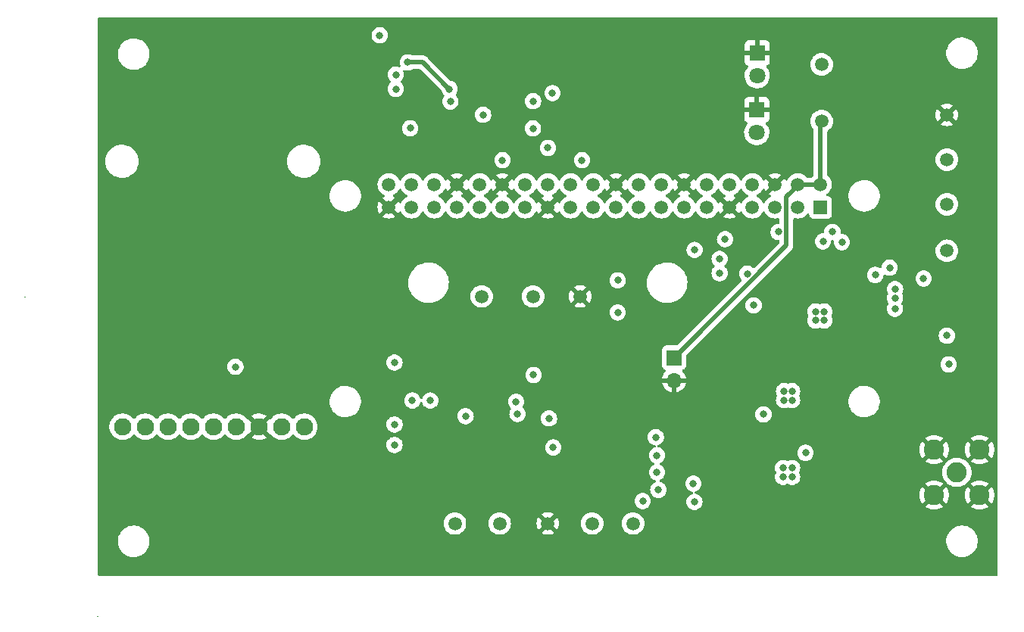
<source format=gbl>
G04 #@! TF.GenerationSoftware,KiCad,Pcbnew,(6.0.7-1)-1*
G04 #@! TF.CreationDate,2023-04-11T20:40:04-05:00*
G04 #@! TF.ProjectId,Neutro_v2,4e657574-726f-45f7-9632-2e6b69636164,v1*
G04 #@! TF.SameCoordinates,Original*
G04 #@! TF.FileFunction,Copper,L4,Bot*
G04 #@! TF.FilePolarity,Positive*
%FSLAX46Y46*%
G04 Gerber Fmt 4.6, Leading zero omitted, Abs format (unit mm)*
G04 Created by KiCad (PCBNEW (6.0.7-1)-1) date 2023-04-11 20:40:04*
%MOMM*%
%LPD*%
G01*
G04 APERTURE LIST*
G04 #@! TA.AperFunction,NonConductor*
%ADD10C,0.200000*%
G04 #@! TD*
G04 #@! TA.AperFunction,ComponentPad*
%ADD11C,1.500000*%
G04 #@! TD*
G04 #@! TA.AperFunction,ComponentPad*
%ADD12C,2.250000*%
G04 #@! TD*
G04 #@! TA.AperFunction,ComponentPad*
%ADD13C,1.930400*%
G04 #@! TD*
G04 #@! TA.AperFunction,ComponentPad*
%ADD14R,1.800000X1.800000*%
G04 #@! TD*
G04 #@! TA.AperFunction,ComponentPad*
%ADD15C,1.800000*%
G04 #@! TD*
G04 #@! TA.AperFunction,ComponentPad*
%ADD16R,1.508000X1.508000*%
G04 #@! TD*
G04 #@! TA.AperFunction,ComponentPad*
%ADD17C,1.508000*%
G04 #@! TD*
G04 #@! TA.AperFunction,ComponentPad*
%ADD18R,1.700000X1.700000*%
G04 #@! TD*
G04 #@! TA.AperFunction,ComponentPad*
%ADD19O,1.700000X1.700000*%
G04 #@! TD*
G04 #@! TA.AperFunction,ViaPad*
%ADD20C,0.800000*%
G04 #@! TD*
G04 #@! TA.AperFunction,Conductor*
%ADD21C,0.500000*%
G04 #@! TD*
G04 APERTURE END LIST*
D10*
X102057200Y-137363200D02*
X102057200Y-137363200D01*
X93980000Y-101600000D02*
X93980000Y-101600000D01*
D11*
X157353000Y-127000000D03*
X145000000Y-101600000D03*
X183000000Y-82000000D03*
X142000000Y-127000000D03*
X197000000Y-81300000D03*
X156000000Y-101600000D03*
X161925000Y-127000000D03*
X150750000Y-101600000D03*
X147000000Y-127000000D03*
D12*
X198120000Y-121285000D03*
X200660000Y-118745000D03*
X200660000Y-123825000D03*
X195580000Y-123825000D03*
X195580000Y-118745000D03*
D11*
X197000000Y-86300000D03*
X197000000Y-96500000D03*
X183000000Y-75650000D03*
X197000000Y-91300000D03*
D13*
X104848000Y-116168000D03*
X107388000Y-116168000D03*
X112468000Y-116168000D03*
X120088000Y-116168000D03*
X125168000Y-116168000D03*
X117548000Y-116168000D03*
X115008000Y-116168000D03*
X109928000Y-116168000D03*
X122628000Y-116168000D03*
D11*
X152400000Y-127000000D03*
D14*
X175750000Y-80725000D03*
D15*
X175750000Y-83265000D03*
D14*
X175800000Y-74375000D03*
D15*
X175800000Y-76915000D03*
D16*
X182880000Y-91628000D03*
D17*
X182880000Y-89088000D03*
X180340000Y-91628000D03*
X180340000Y-89088000D03*
X177800000Y-91628000D03*
X177800000Y-89088000D03*
X175260000Y-91628000D03*
X175260000Y-89088000D03*
X172720000Y-91628000D03*
X172720000Y-89088000D03*
X170180000Y-91628000D03*
X170180000Y-89088000D03*
X167640000Y-91628000D03*
X167640000Y-89088000D03*
X165100000Y-91628000D03*
X165100000Y-89088000D03*
X162560000Y-91628000D03*
X162560000Y-89088000D03*
X160020000Y-91628000D03*
X160020000Y-89088000D03*
X157480000Y-91628000D03*
X157480000Y-89088000D03*
X154940000Y-91628000D03*
X154940000Y-89088000D03*
X152400000Y-91628000D03*
X152400000Y-89088000D03*
X149860000Y-91628000D03*
X149860000Y-89088000D03*
X147320000Y-91628000D03*
X147320000Y-89088000D03*
X144780000Y-91628000D03*
X144780000Y-89088000D03*
X142240000Y-91628000D03*
X142240000Y-89088000D03*
X139700000Y-91628000D03*
X139700000Y-89088000D03*
X137160000Y-91628000D03*
X137160000Y-89088000D03*
X134620000Y-91628000D03*
X134620000Y-89088000D03*
D18*
X166497000Y-108458000D03*
D19*
X166497000Y-110998000D03*
D20*
X197200000Y-109200000D03*
X182300000Y-103300000D03*
X135250000Y-109000000D03*
X183300000Y-103300000D03*
X133600000Y-72400000D03*
X183300000Y-104300000D03*
X182300000Y-104300000D03*
X148844000Y-113395000D03*
X145161000Y-81280000D03*
X192300000Y-120500000D03*
X190717500Y-124317500D03*
X187217500Y-127817500D03*
X190200000Y-122600000D03*
X189500000Y-123300000D03*
X190900000Y-121900000D03*
X192117500Y-122917500D03*
X187400000Y-125400000D03*
X187917500Y-127117500D03*
X186700000Y-126100000D03*
X190017500Y-125017500D03*
X191400000Y-123600000D03*
X186517500Y-128517500D03*
X194221153Y-104160182D03*
X191600000Y-121200000D03*
X188617500Y-126417500D03*
X189200000Y-102524500D03*
X190400000Y-104800000D03*
X186000000Y-126800000D03*
X185800000Y-129200000D03*
X188800000Y-124000000D03*
X185200000Y-129900000D03*
X192800000Y-122200000D03*
X184643000Y-128157000D03*
X192000000Y-98400000D03*
X189317500Y-125717500D03*
X188100000Y-124700000D03*
X185300000Y-127500000D03*
X150731500Y-82804000D03*
X150800000Y-110400000D03*
X147320000Y-86360000D03*
X117475000Y-109474000D03*
X156210000Y-86360000D03*
X152400000Y-85000500D03*
X143200000Y-115000000D03*
X168783000Y-124587000D03*
X160200000Y-103400000D03*
X160200000Y-99800000D03*
X164592000Y-119380000D03*
X164465000Y-117348000D03*
X171600000Y-97400000D03*
X191200000Y-101800000D03*
X164592000Y-121285000D03*
X163000000Y-124500000D03*
X164750000Y-123250000D03*
X168656000Y-122555000D03*
X189000000Y-99200000D03*
X190600000Y-98400000D03*
X183143701Y-95456299D03*
X185268299Y-95531701D03*
X191200000Y-102985113D03*
X171600000Y-99000000D03*
X168800000Y-96400000D03*
X197000000Y-106000000D03*
X178200000Y-94400000D03*
X194400000Y-99600000D03*
X184200000Y-94400000D03*
X172200000Y-95200000D03*
X191212299Y-100787701D03*
X153000000Y-118500000D03*
X152527000Y-115250000D03*
X149000000Y-114750000D03*
X137250000Y-113250000D03*
X139250000Y-113250000D03*
X135255000Y-115935000D03*
X135255000Y-118221000D03*
X175400000Y-102600000D03*
X176500000Y-114800000D03*
X181200000Y-119100000D03*
X174676812Y-99076812D03*
X135400000Y-78400000D03*
X150749000Y-79756000D03*
X152908000Y-78867000D03*
X136737500Y-75431250D03*
X135400000Y-76800000D03*
X141400000Y-78400000D03*
X137000000Y-82800000D03*
X141500000Y-79800000D03*
X178800000Y-112200000D03*
X179700000Y-112200000D03*
X179700000Y-121800000D03*
X179700000Y-113200000D03*
X178700000Y-121800000D03*
X179700000Y-120800000D03*
X178800000Y-113200000D03*
X178700000Y-120800000D03*
D21*
X166497000Y-108458000D02*
X179072917Y-95882083D01*
X180439083Y-89088000D02*
X182880000Y-89088000D01*
X182880000Y-82120000D02*
X183000000Y-82000000D01*
X182880000Y-89088000D02*
X182880000Y-82120000D01*
X179072917Y-95882083D02*
X179072917Y-90454166D01*
X179072917Y-90454166D02*
X180439083Y-89088000D01*
X138431250Y-75431250D02*
X136737500Y-75431250D01*
X141400000Y-78400000D02*
X138431250Y-75431250D01*
G04 #@! TA.AperFunction,Conductor*
G36*
X202633621Y-70378502D02*
G01*
X202680114Y-70432158D01*
X202691500Y-70484500D01*
X202691500Y-132715500D01*
X202671498Y-132783621D01*
X202617842Y-132830114D01*
X202565500Y-132841500D01*
X102234500Y-132841500D01*
X102166379Y-132821498D01*
X102119886Y-132767842D01*
X102108500Y-132715500D01*
X102108500Y-129107655D01*
X104339858Y-129107655D01*
X104375104Y-129366638D01*
X104376412Y-129371124D01*
X104376412Y-129371126D01*
X104396098Y-129438664D01*
X104448243Y-129617567D01*
X104557668Y-129854928D01*
X104560231Y-129858837D01*
X104698410Y-130069596D01*
X104698414Y-130069601D01*
X104700976Y-130073509D01*
X104875018Y-130268506D01*
X105075970Y-130435637D01*
X105079973Y-130438066D01*
X105295422Y-130568804D01*
X105295426Y-130568806D01*
X105299419Y-130571229D01*
X105540455Y-130672303D01*
X105793783Y-130736641D01*
X105798434Y-130737109D01*
X105798438Y-130737110D01*
X105991308Y-130756531D01*
X106010867Y-130758500D01*
X106166354Y-130758500D01*
X106168679Y-130758327D01*
X106168685Y-130758327D01*
X106356000Y-130744407D01*
X106356004Y-130744406D01*
X106360652Y-130744061D01*
X106365200Y-130743032D01*
X106365206Y-130743031D01*
X106551601Y-130700853D01*
X106615577Y-130686377D01*
X106651769Y-130672303D01*
X106854824Y-130593340D01*
X106854827Y-130593339D01*
X106859177Y-130591647D01*
X107086098Y-130461951D01*
X107291357Y-130300138D01*
X107470443Y-130109763D01*
X107619424Y-129895009D01*
X107735025Y-129660593D01*
X107814707Y-129411665D01*
X107856721Y-129153693D01*
X107857324Y-129107655D01*
X196939858Y-129107655D01*
X196975104Y-129366638D01*
X196976412Y-129371124D01*
X196976412Y-129371126D01*
X196996098Y-129438664D01*
X197048243Y-129617567D01*
X197157668Y-129854928D01*
X197160231Y-129858837D01*
X197298410Y-130069596D01*
X197298414Y-130069601D01*
X197300976Y-130073509D01*
X197475018Y-130268506D01*
X197675970Y-130435637D01*
X197679973Y-130438066D01*
X197895422Y-130568804D01*
X197895426Y-130568806D01*
X197899419Y-130571229D01*
X198140455Y-130672303D01*
X198393783Y-130736641D01*
X198398434Y-130737109D01*
X198398438Y-130737110D01*
X198591308Y-130756531D01*
X198610867Y-130758500D01*
X198766354Y-130758500D01*
X198768679Y-130758327D01*
X198768685Y-130758327D01*
X198956000Y-130744407D01*
X198956004Y-130744406D01*
X198960652Y-130744061D01*
X198965200Y-130743032D01*
X198965206Y-130743031D01*
X199151601Y-130700853D01*
X199215577Y-130686377D01*
X199251769Y-130672303D01*
X199454824Y-130593340D01*
X199454827Y-130593339D01*
X199459177Y-130591647D01*
X199686098Y-130461951D01*
X199891357Y-130300138D01*
X200070443Y-130109763D01*
X200219424Y-129895009D01*
X200335025Y-129660593D01*
X200414707Y-129411665D01*
X200456721Y-129153693D01*
X200460142Y-128892345D01*
X200424896Y-128633362D01*
X200410473Y-128583877D01*
X200353068Y-128386932D01*
X200351757Y-128382433D01*
X200242332Y-128145072D01*
X200123519Y-127963852D01*
X200101590Y-127930404D01*
X200101586Y-127930399D01*
X200099024Y-127926491D01*
X199924982Y-127731494D01*
X199724030Y-127564363D01*
X199513956Y-127436887D01*
X199504578Y-127431196D01*
X199504574Y-127431194D01*
X199500581Y-127428771D01*
X199259545Y-127327697D01*
X199006217Y-127263359D01*
X199001566Y-127262891D01*
X199001562Y-127262890D01*
X198792271Y-127241816D01*
X198789133Y-127241500D01*
X198633646Y-127241500D01*
X198631321Y-127241673D01*
X198631315Y-127241673D01*
X198444000Y-127255593D01*
X198443996Y-127255594D01*
X198439348Y-127255939D01*
X198434800Y-127256968D01*
X198434794Y-127256969D01*
X198248399Y-127299147D01*
X198184423Y-127313623D01*
X198180071Y-127315315D01*
X198180069Y-127315316D01*
X197945176Y-127406660D01*
X197945173Y-127406661D01*
X197940823Y-127408353D01*
X197936769Y-127410670D01*
X197936767Y-127410671D01*
X197908264Y-127426962D01*
X197713902Y-127538049D01*
X197508643Y-127699862D01*
X197329557Y-127890237D01*
X197227280Y-128037668D01*
X197210685Y-128061590D01*
X197180576Y-128104991D01*
X197178510Y-128109181D01*
X197178508Y-128109184D01*
X197102740Y-128262828D01*
X197064975Y-128339407D01*
X196985293Y-128588335D01*
X196943279Y-128846307D01*
X196939858Y-129107655D01*
X107857324Y-129107655D01*
X107860142Y-128892345D01*
X107824896Y-128633362D01*
X107810473Y-128583877D01*
X107753068Y-128386932D01*
X107751757Y-128382433D01*
X107642332Y-128145072D01*
X107523519Y-127963852D01*
X107501590Y-127930404D01*
X107501586Y-127930399D01*
X107499024Y-127926491D01*
X107324982Y-127731494D01*
X107124030Y-127564363D01*
X106913956Y-127436887D01*
X106904578Y-127431196D01*
X106904574Y-127431194D01*
X106900581Y-127428771D01*
X106659545Y-127327697D01*
X106406217Y-127263359D01*
X106401566Y-127262891D01*
X106401562Y-127262890D01*
X106192271Y-127241816D01*
X106189133Y-127241500D01*
X106033646Y-127241500D01*
X106031321Y-127241673D01*
X106031315Y-127241673D01*
X105844000Y-127255593D01*
X105843996Y-127255594D01*
X105839348Y-127255939D01*
X105834800Y-127256968D01*
X105834794Y-127256969D01*
X105648399Y-127299147D01*
X105584423Y-127313623D01*
X105580071Y-127315315D01*
X105580069Y-127315316D01*
X105345176Y-127406660D01*
X105345173Y-127406661D01*
X105340823Y-127408353D01*
X105336769Y-127410670D01*
X105336767Y-127410671D01*
X105308264Y-127426962D01*
X105113902Y-127538049D01*
X104908643Y-127699862D01*
X104729557Y-127890237D01*
X104627280Y-128037668D01*
X104610685Y-128061590D01*
X104580576Y-128104991D01*
X104578510Y-128109181D01*
X104578508Y-128109184D01*
X104502740Y-128262828D01*
X104464975Y-128339407D01*
X104385293Y-128588335D01*
X104343279Y-128846307D01*
X104339858Y-129107655D01*
X102108500Y-129107655D01*
X102108500Y-127000000D01*
X140736693Y-127000000D01*
X140755885Y-127219371D01*
X140812880Y-127432076D01*
X140815205Y-127437061D01*
X140903618Y-127626666D01*
X140903621Y-127626671D01*
X140905944Y-127631653D01*
X140909100Y-127636160D01*
X140909101Y-127636162D01*
X140956087Y-127703264D01*
X141032251Y-127812038D01*
X141187962Y-127967749D01*
X141368346Y-128094056D01*
X141567924Y-128187120D01*
X141780629Y-128244115D01*
X142000000Y-128263307D01*
X142219371Y-128244115D01*
X142432076Y-128187120D01*
X142631654Y-128094056D01*
X142812038Y-127967749D01*
X142967749Y-127812038D01*
X143043914Y-127703264D01*
X143090899Y-127636162D01*
X143090900Y-127636160D01*
X143094056Y-127631653D01*
X143096379Y-127626671D01*
X143096382Y-127626666D01*
X143184795Y-127437061D01*
X143187120Y-127432076D01*
X143244115Y-127219371D01*
X143263307Y-127000000D01*
X145736693Y-127000000D01*
X145755885Y-127219371D01*
X145812880Y-127432076D01*
X145815205Y-127437061D01*
X145903618Y-127626666D01*
X145903621Y-127626671D01*
X145905944Y-127631653D01*
X145909100Y-127636160D01*
X145909101Y-127636162D01*
X145956087Y-127703264D01*
X146032251Y-127812038D01*
X146187962Y-127967749D01*
X146368346Y-128094056D01*
X146567924Y-128187120D01*
X146780629Y-128244115D01*
X147000000Y-128263307D01*
X147219371Y-128244115D01*
X147432076Y-128187120D01*
X147631654Y-128094056D01*
X147694342Y-128050161D01*
X151714393Y-128050161D01*
X151723687Y-128062175D01*
X151764088Y-128090464D01*
X151773584Y-128095947D01*
X151963113Y-128184326D01*
X151973405Y-128188072D01*
X152175401Y-128242196D01*
X152186196Y-128244099D01*
X152394525Y-128262326D01*
X152405475Y-128262326D01*
X152613804Y-128244099D01*
X152624599Y-128242196D01*
X152826595Y-128188072D01*
X152836887Y-128184326D01*
X153026416Y-128095947D01*
X153035912Y-128090464D01*
X153077148Y-128061590D01*
X153085523Y-128051112D01*
X153078457Y-128037668D01*
X152412811Y-127372021D01*
X152398868Y-127364408D01*
X152397034Y-127364539D01*
X152390420Y-127368790D01*
X151720820Y-128038391D01*
X151714393Y-128050161D01*
X147694342Y-128050161D01*
X147812038Y-127967749D01*
X147967749Y-127812038D01*
X148043914Y-127703264D01*
X148090899Y-127636162D01*
X148090900Y-127636160D01*
X148094056Y-127631653D01*
X148096379Y-127626671D01*
X148096382Y-127626666D01*
X148184795Y-127437061D01*
X148187120Y-127432076D01*
X148244115Y-127219371D01*
X148262828Y-127005475D01*
X151137674Y-127005475D01*
X151155901Y-127213804D01*
X151157804Y-127224599D01*
X151211928Y-127426595D01*
X151215674Y-127436887D01*
X151304054Y-127626417D01*
X151309534Y-127635907D01*
X151338411Y-127677149D01*
X151348887Y-127685523D01*
X151362334Y-127678455D01*
X152027979Y-127012811D01*
X152034356Y-127001132D01*
X152764408Y-127001132D01*
X152764539Y-127002966D01*
X152768790Y-127009580D01*
X153438391Y-127679180D01*
X153450161Y-127685607D01*
X153462176Y-127676311D01*
X153490466Y-127635907D01*
X153495946Y-127626417D01*
X153584326Y-127436887D01*
X153588072Y-127426595D01*
X153642196Y-127224599D01*
X153644099Y-127213804D01*
X153662326Y-127005475D01*
X153662326Y-127000000D01*
X156089693Y-127000000D01*
X156108885Y-127219371D01*
X156165880Y-127432076D01*
X156168205Y-127437061D01*
X156256618Y-127626666D01*
X156256621Y-127626671D01*
X156258944Y-127631653D01*
X156262100Y-127636160D01*
X156262101Y-127636162D01*
X156309087Y-127703264D01*
X156385251Y-127812038D01*
X156540962Y-127967749D01*
X156721346Y-128094056D01*
X156920924Y-128187120D01*
X157133629Y-128244115D01*
X157353000Y-128263307D01*
X157572371Y-128244115D01*
X157785076Y-128187120D01*
X157984654Y-128094056D01*
X158165038Y-127967749D01*
X158320749Y-127812038D01*
X158396914Y-127703264D01*
X158443899Y-127636162D01*
X158443900Y-127636160D01*
X158447056Y-127631653D01*
X158449379Y-127626671D01*
X158449382Y-127626666D01*
X158537795Y-127437061D01*
X158540120Y-127432076D01*
X158597115Y-127219371D01*
X158616307Y-127000000D01*
X160661693Y-127000000D01*
X160680885Y-127219371D01*
X160737880Y-127432076D01*
X160740205Y-127437061D01*
X160828618Y-127626666D01*
X160828621Y-127626671D01*
X160830944Y-127631653D01*
X160834100Y-127636160D01*
X160834101Y-127636162D01*
X160881087Y-127703264D01*
X160957251Y-127812038D01*
X161112962Y-127967749D01*
X161293346Y-128094056D01*
X161492924Y-128187120D01*
X161705629Y-128244115D01*
X161925000Y-128263307D01*
X162144371Y-128244115D01*
X162357076Y-128187120D01*
X162556654Y-128094056D01*
X162737038Y-127967749D01*
X162892749Y-127812038D01*
X162968914Y-127703264D01*
X163015899Y-127636162D01*
X163015900Y-127636160D01*
X163019056Y-127631653D01*
X163021379Y-127626671D01*
X163021382Y-127626666D01*
X163109795Y-127437061D01*
X163112120Y-127432076D01*
X163169115Y-127219371D01*
X163188307Y-127000000D01*
X163169115Y-126780629D01*
X163112120Y-126567924D01*
X163021498Y-126373583D01*
X163021382Y-126373334D01*
X163021379Y-126373329D01*
X163019056Y-126368347D01*
X162987786Y-126323689D01*
X162895908Y-126192473D01*
X162895906Y-126192470D01*
X162892749Y-126187962D01*
X162737038Y-126032251D01*
X162556654Y-125905944D01*
X162357076Y-125812880D01*
X162144371Y-125755885D01*
X161925000Y-125736693D01*
X161705629Y-125755885D01*
X161492924Y-125812880D01*
X161399562Y-125856415D01*
X161298334Y-125903618D01*
X161298329Y-125903621D01*
X161293347Y-125905944D01*
X161288840Y-125909100D01*
X161288838Y-125909101D01*
X161117473Y-126029092D01*
X161117470Y-126029094D01*
X161112962Y-126032251D01*
X160957251Y-126187962D01*
X160954094Y-126192470D01*
X160954092Y-126192473D01*
X160862214Y-126323689D01*
X160830944Y-126368347D01*
X160828621Y-126373329D01*
X160828618Y-126373334D01*
X160828502Y-126373583D01*
X160737880Y-126567924D01*
X160680885Y-126780629D01*
X160661693Y-127000000D01*
X158616307Y-127000000D01*
X158597115Y-126780629D01*
X158540120Y-126567924D01*
X158449498Y-126373583D01*
X158449382Y-126373334D01*
X158449379Y-126373329D01*
X158447056Y-126368347D01*
X158415786Y-126323689D01*
X158323908Y-126192473D01*
X158323906Y-126192470D01*
X158320749Y-126187962D01*
X158165038Y-126032251D01*
X157984654Y-125905944D01*
X157785076Y-125812880D01*
X157572371Y-125755885D01*
X157353000Y-125736693D01*
X157133629Y-125755885D01*
X156920924Y-125812880D01*
X156827562Y-125856415D01*
X156726334Y-125903618D01*
X156726329Y-125903621D01*
X156721347Y-125905944D01*
X156716840Y-125909100D01*
X156716838Y-125909101D01*
X156545473Y-126029092D01*
X156545470Y-126029094D01*
X156540962Y-126032251D01*
X156385251Y-126187962D01*
X156382094Y-126192470D01*
X156382092Y-126192473D01*
X156290214Y-126323689D01*
X156258944Y-126368347D01*
X156256621Y-126373329D01*
X156256618Y-126373334D01*
X156256502Y-126373583D01*
X156165880Y-126567924D01*
X156108885Y-126780629D01*
X156089693Y-127000000D01*
X153662326Y-127000000D01*
X153662326Y-126994525D01*
X153644099Y-126786196D01*
X153642196Y-126775401D01*
X153588072Y-126573405D01*
X153584326Y-126563113D01*
X153495946Y-126373583D01*
X153490466Y-126364093D01*
X153461589Y-126322851D01*
X153451113Y-126314477D01*
X153437666Y-126321545D01*
X152772021Y-126987189D01*
X152764408Y-127001132D01*
X152034356Y-127001132D01*
X152035592Y-126998868D01*
X152035461Y-126997034D01*
X152031210Y-126990420D01*
X151361609Y-126320820D01*
X151349839Y-126314393D01*
X151337824Y-126323689D01*
X151309534Y-126364093D01*
X151304054Y-126373583D01*
X151215674Y-126563113D01*
X151211928Y-126573405D01*
X151157804Y-126775401D01*
X151155901Y-126786196D01*
X151137674Y-126994525D01*
X151137674Y-127005475D01*
X148262828Y-127005475D01*
X148263307Y-127000000D01*
X148244115Y-126780629D01*
X148187120Y-126567924D01*
X148096498Y-126373583D01*
X148096382Y-126373334D01*
X148096379Y-126373329D01*
X148094056Y-126368347D01*
X148062786Y-126323689D01*
X147970908Y-126192473D01*
X147970906Y-126192470D01*
X147967749Y-126187962D01*
X147812038Y-126032251D01*
X147692983Y-125948887D01*
X151714477Y-125948887D01*
X151721545Y-125962334D01*
X152387189Y-126627979D01*
X152401132Y-126635592D01*
X152402966Y-126635461D01*
X152409580Y-126631210D01*
X153079180Y-125961609D01*
X153085607Y-125949839D01*
X153076313Y-125937825D01*
X153035912Y-125909536D01*
X153026416Y-125904053D01*
X152836887Y-125815674D01*
X152826595Y-125811928D01*
X152624599Y-125757804D01*
X152613804Y-125755901D01*
X152405475Y-125737674D01*
X152394525Y-125737674D01*
X152186196Y-125755901D01*
X152175401Y-125757804D01*
X151973405Y-125811928D01*
X151963113Y-125815674D01*
X151773583Y-125904054D01*
X151764093Y-125909534D01*
X151722851Y-125938411D01*
X151714477Y-125948887D01*
X147692983Y-125948887D01*
X147631654Y-125905944D01*
X147432076Y-125812880D01*
X147219371Y-125755885D01*
X147000000Y-125736693D01*
X146780629Y-125755885D01*
X146567924Y-125812880D01*
X146474562Y-125856415D01*
X146373334Y-125903618D01*
X146373329Y-125903621D01*
X146368347Y-125905944D01*
X146363840Y-125909100D01*
X146363838Y-125909101D01*
X146192473Y-126029092D01*
X146192470Y-126029094D01*
X146187962Y-126032251D01*
X146032251Y-126187962D01*
X146029094Y-126192470D01*
X146029092Y-126192473D01*
X145937214Y-126323689D01*
X145905944Y-126368347D01*
X145903621Y-126373329D01*
X145903618Y-126373334D01*
X145903502Y-126373583D01*
X145812880Y-126567924D01*
X145755885Y-126780629D01*
X145736693Y-127000000D01*
X143263307Y-127000000D01*
X143244115Y-126780629D01*
X143187120Y-126567924D01*
X143096498Y-126373583D01*
X143096382Y-126373334D01*
X143096379Y-126373329D01*
X143094056Y-126368347D01*
X143062786Y-126323689D01*
X142970908Y-126192473D01*
X142970906Y-126192470D01*
X142967749Y-126187962D01*
X142812038Y-126032251D01*
X142631654Y-125905944D01*
X142432076Y-125812880D01*
X142219371Y-125755885D01*
X142000000Y-125736693D01*
X141780629Y-125755885D01*
X141567924Y-125812880D01*
X141474562Y-125856415D01*
X141373334Y-125903618D01*
X141373329Y-125903621D01*
X141368347Y-125905944D01*
X141363840Y-125909100D01*
X141363838Y-125909101D01*
X141192473Y-126029092D01*
X141192470Y-126029094D01*
X141187962Y-126032251D01*
X141032251Y-126187962D01*
X141029094Y-126192470D01*
X141029092Y-126192473D01*
X140937214Y-126323689D01*
X140905944Y-126368347D01*
X140903621Y-126373329D01*
X140903618Y-126373334D01*
X140903502Y-126373583D01*
X140812880Y-126567924D01*
X140755885Y-126780629D01*
X140736693Y-127000000D01*
X102108500Y-127000000D01*
X102108500Y-124500000D01*
X162086496Y-124500000D01*
X162087186Y-124506565D01*
X162093232Y-124564085D01*
X162106458Y-124689928D01*
X162165473Y-124871556D01*
X162260960Y-125036944D01*
X162265378Y-125041851D01*
X162265379Y-125041852D01*
X162360594Y-125147599D01*
X162388747Y-125178866D01*
X162487843Y-125250864D01*
X162530598Y-125281927D01*
X162543248Y-125291118D01*
X162549276Y-125293802D01*
X162549278Y-125293803D01*
X162711681Y-125366109D01*
X162717712Y-125368794D01*
X162811113Y-125388647D01*
X162898056Y-125407128D01*
X162898061Y-125407128D01*
X162904513Y-125408500D01*
X163095487Y-125408500D01*
X163101939Y-125407128D01*
X163101944Y-125407128D01*
X163188887Y-125388647D01*
X163282288Y-125368794D01*
X163288319Y-125366109D01*
X163450722Y-125293803D01*
X163450724Y-125293802D01*
X163456752Y-125291118D01*
X163469403Y-125281927D01*
X163512157Y-125250864D01*
X163611253Y-125178866D01*
X163639406Y-125147599D01*
X163734621Y-125041852D01*
X163734622Y-125041851D01*
X163739040Y-125036944D01*
X163834527Y-124871556D01*
X163893542Y-124689928D01*
X163906769Y-124564085D01*
X163912814Y-124506565D01*
X163913504Y-124500000D01*
X163893542Y-124310072D01*
X163834527Y-124128444D01*
X163827406Y-124116109D01*
X163784109Y-124041118D01*
X163739040Y-123963056D01*
X163711752Y-123932749D01*
X163615675Y-123826045D01*
X163615674Y-123826044D01*
X163611253Y-123821134D01*
X163473281Y-123720891D01*
X163462094Y-123712763D01*
X163462093Y-123712762D01*
X163456752Y-123708882D01*
X163450724Y-123706198D01*
X163450722Y-123706197D01*
X163288319Y-123633891D01*
X163288318Y-123633891D01*
X163282288Y-123631206D01*
X163188888Y-123611353D01*
X163101944Y-123592872D01*
X163101939Y-123592872D01*
X163095487Y-123591500D01*
X162904513Y-123591500D01*
X162898061Y-123592872D01*
X162898056Y-123592872D01*
X162811112Y-123611353D01*
X162717712Y-123631206D01*
X162711682Y-123633891D01*
X162711681Y-123633891D01*
X162549278Y-123706197D01*
X162549276Y-123706198D01*
X162543248Y-123708882D01*
X162537907Y-123712762D01*
X162537906Y-123712763D01*
X162526719Y-123720891D01*
X162388747Y-123821134D01*
X162384326Y-123826044D01*
X162384325Y-123826045D01*
X162288249Y-123932749D01*
X162260960Y-123963056D01*
X162215891Y-124041118D01*
X162172595Y-124116109D01*
X162165473Y-124128444D01*
X162106458Y-124310072D01*
X162086496Y-124500000D01*
X102108500Y-124500000D01*
X102108500Y-118221000D01*
X134341496Y-118221000D01*
X134342186Y-118227565D01*
X134358270Y-118380592D01*
X134361458Y-118410928D01*
X134420473Y-118592556D01*
X134515960Y-118757944D01*
X134520378Y-118762851D01*
X134520379Y-118762852D01*
X134639325Y-118894955D01*
X134643747Y-118899866D01*
X134798248Y-119012118D01*
X134804276Y-119014802D01*
X134804278Y-119014803D01*
X134966681Y-119087109D01*
X134972712Y-119089794D01*
X135051613Y-119106565D01*
X135153056Y-119128128D01*
X135153061Y-119128128D01*
X135159513Y-119129500D01*
X135350487Y-119129500D01*
X135356939Y-119128128D01*
X135356944Y-119128128D01*
X135458387Y-119106565D01*
X135537288Y-119089794D01*
X135543319Y-119087109D01*
X135705722Y-119014803D01*
X135705724Y-119014802D01*
X135711752Y-119012118D01*
X135866253Y-118899866D01*
X135870675Y-118894955D01*
X135989621Y-118762852D01*
X135989622Y-118762851D01*
X135994040Y-118757944D01*
X136089527Y-118592556D01*
X136119601Y-118500000D01*
X152086496Y-118500000D01*
X152087186Y-118506565D01*
X152095556Y-118586197D01*
X152106458Y-118689928D01*
X152165473Y-118871556D01*
X152260960Y-119036944D01*
X152265378Y-119041851D01*
X152265379Y-119041852D01*
X152311825Y-119093435D01*
X152388747Y-119178866D01*
X152543248Y-119291118D01*
X152549276Y-119293802D01*
X152549278Y-119293803D01*
X152711681Y-119366109D01*
X152717712Y-119368794D01*
X152801318Y-119386565D01*
X152898056Y-119407128D01*
X152898061Y-119407128D01*
X152904513Y-119408500D01*
X153095487Y-119408500D01*
X153101939Y-119407128D01*
X153101944Y-119407128D01*
X153198682Y-119386565D01*
X153282288Y-119368794D01*
X153288319Y-119366109D01*
X153450722Y-119293803D01*
X153450724Y-119293802D01*
X153456752Y-119291118D01*
X153611253Y-119178866D01*
X153688175Y-119093435D01*
X153734621Y-119041852D01*
X153734622Y-119041851D01*
X153739040Y-119036944D01*
X153834527Y-118871556D01*
X153893542Y-118689928D01*
X153904445Y-118586197D01*
X153912814Y-118506565D01*
X153913504Y-118500000D01*
X153904142Y-118410928D01*
X153894232Y-118316635D01*
X153894232Y-118316633D01*
X153893542Y-118310072D01*
X153834527Y-118128444D01*
X153739040Y-117963056D01*
X153642403Y-117855729D01*
X153615675Y-117826045D01*
X153615674Y-117826044D01*
X153611253Y-117821134D01*
X153512157Y-117749136D01*
X153462094Y-117712763D01*
X153462093Y-117712762D01*
X153456752Y-117708882D01*
X153450724Y-117706198D01*
X153450722Y-117706197D01*
X153288319Y-117633891D01*
X153288318Y-117633891D01*
X153282288Y-117631206D01*
X153188887Y-117611353D01*
X153101944Y-117592872D01*
X153101939Y-117592872D01*
X153095487Y-117591500D01*
X152904513Y-117591500D01*
X152898061Y-117592872D01*
X152898056Y-117592872D01*
X152811113Y-117611353D01*
X152717712Y-117631206D01*
X152711682Y-117633891D01*
X152711681Y-117633891D01*
X152549278Y-117706197D01*
X152549276Y-117706198D01*
X152543248Y-117708882D01*
X152537907Y-117712762D01*
X152537906Y-117712763D01*
X152487843Y-117749136D01*
X152388747Y-117821134D01*
X152384326Y-117826044D01*
X152384325Y-117826045D01*
X152357598Y-117855729D01*
X152260960Y-117963056D01*
X152165473Y-118128444D01*
X152106458Y-118310072D01*
X152105768Y-118316633D01*
X152105768Y-118316635D01*
X152095858Y-118410928D01*
X152086496Y-118500000D01*
X136119601Y-118500000D01*
X136148542Y-118410928D01*
X136151731Y-118380592D01*
X136167814Y-118227565D01*
X136168504Y-118221000D01*
X136148542Y-118031072D01*
X136089527Y-117849444D01*
X135994040Y-117684056D01*
X135958490Y-117644573D01*
X135870675Y-117547045D01*
X135870674Y-117547044D01*
X135866253Y-117542134D01*
X135719047Y-117435182D01*
X135717094Y-117433763D01*
X135717093Y-117433762D01*
X135711752Y-117429882D01*
X135705724Y-117427198D01*
X135705722Y-117427197D01*
X135543319Y-117354891D01*
X135543318Y-117354891D01*
X135537288Y-117352206D01*
X135517500Y-117348000D01*
X163551496Y-117348000D01*
X163552186Y-117354565D01*
X163561215Y-117440467D01*
X163571458Y-117537928D01*
X163630473Y-117719556D01*
X163725960Y-117884944D01*
X163730378Y-117889851D01*
X163730379Y-117889852D01*
X163834883Y-118005915D01*
X163853747Y-118026866D01*
X163952843Y-118098864D01*
X163993557Y-118128444D01*
X164008248Y-118139118D01*
X164014276Y-118141802D01*
X164014278Y-118141803D01*
X164125900Y-118191500D01*
X164182712Y-118216794D01*
X164358932Y-118254251D01*
X164421403Y-118287978D01*
X164455725Y-118350128D01*
X164450997Y-118420967D01*
X164408721Y-118478005D01*
X164358931Y-118500743D01*
X164316176Y-118509831D01*
X164316167Y-118509834D01*
X164309712Y-118511206D01*
X164303682Y-118513891D01*
X164303681Y-118513891D01*
X164141278Y-118586197D01*
X164141276Y-118586198D01*
X164135248Y-118588882D01*
X163980747Y-118701134D01*
X163976326Y-118706044D01*
X163976325Y-118706045D01*
X163934744Y-118752226D01*
X163852960Y-118843056D01*
X163757473Y-119008444D01*
X163698458Y-119190072D01*
X163697768Y-119196633D01*
X163697768Y-119196635D01*
X163687303Y-119296206D01*
X163678496Y-119380000D01*
X163698458Y-119569928D01*
X163757473Y-119751556D01*
X163852960Y-119916944D01*
X163857378Y-119921851D01*
X163857379Y-119921852D01*
X163868219Y-119933891D01*
X163980747Y-120058866D01*
X164135248Y-120171118D01*
X164141276Y-120173802D01*
X164141278Y-120173803D01*
X164239184Y-120217393D01*
X164293279Y-120263373D01*
X164313929Y-120331300D01*
X164294577Y-120399608D01*
X164239184Y-120447607D01*
X164141278Y-120491197D01*
X164141276Y-120491198D01*
X164135248Y-120493882D01*
X163980747Y-120606134D01*
X163852960Y-120748056D01*
X163757473Y-120913444D01*
X163698458Y-121095072D01*
X163678496Y-121285000D01*
X163698458Y-121474928D01*
X163757473Y-121656556D01*
X163852960Y-121821944D01*
X163857378Y-121826851D01*
X163857379Y-121826852D01*
X163901753Y-121876134D01*
X163980747Y-121963866D01*
X164135248Y-122076118D01*
X164141276Y-122078802D01*
X164141278Y-122078803D01*
X164250115Y-122127260D01*
X164309712Y-122153794D01*
X164316167Y-122155166D01*
X164316176Y-122155169D01*
X164383065Y-122169387D01*
X164445538Y-122203115D01*
X164479859Y-122265265D01*
X164475131Y-122336104D01*
X164432855Y-122393141D01*
X164408115Y-122407740D01*
X164299281Y-122456195D01*
X164299274Y-122456199D01*
X164293248Y-122458882D01*
X164138747Y-122571134D01*
X164134326Y-122576044D01*
X164134325Y-122576045D01*
X164016298Y-122707128D01*
X164010960Y-122713056D01*
X164007659Y-122718774D01*
X163922725Y-122865884D01*
X163915473Y-122878444D01*
X163856458Y-123060072D01*
X163836496Y-123250000D01*
X163856458Y-123439928D01*
X163915473Y-123621556D01*
X163918776Y-123627278D01*
X163918777Y-123627279D01*
X163930176Y-123647022D01*
X164010960Y-123786944D01*
X164015378Y-123791851D01*
X164015379Y-123791852D01*
X164120080Y-123908134D01*
X164138747Y-123928866D01*
X164293248Y-124041118D01*
X164299276Y-124043802D01*
X164299278Y-124043803D01*
X164461681Y-124116109D01*
X164467712Y-124118794D01*
X164542680Y-124134729D01*
X164648056Y-124157128D01*
X164648061Y-124157128D01*
X164654513Y-124158500D01*
X164845487Y-124158500D01*
X164851939Y-124157128D01*
X164851944Y-124157128D01*
X164957320Y-124134729D01*
X165032288Y-124118794D01*
X165038319Y-124116109D01*
X165200722Y-124043803D01*
X165200724Y-124043802D01*
X165206752Y-124041118D01*
X165361253Y-123928866D01*
X165379920Y-123908134D01*
X165484621Y-123791852D01*
X165484622Y-123791851D01*
X165489040Y-123786944D01*
X165569824Y-123647022D01*
X165581223Y-123627279D01*
X165581224Y-123627278D01*
X165584527Y-123621556D01*
X165643542Y-123439928D01*
X165663504Y-123250000D01*
X165643542Y-123060072D01*
X165584527Y-122878444D01*
X165577276Y-122865884D01*
X165492341Y-122718774D01*
X165489040Y-122713056D01*
X165483703Y-122707128D01*
X165365675Y-122576045D01*
X165365674Y-122576044D01*
X165361253Y-122571134D01*
X165339047Y-122555000D01*
X167742496Y-122555000D01*
X167762458Y-122744928D01*
X167821473Y-122926556D01*
X167916960Y-123091944D01*
X168044747Y-123233866D01*
X168199248Y-123346118D01*
X168205276Y-123348802D01*
X168205278Y-123348803D01*
X168367681Y-123421109D01*
X168373712Y-123423794D01*
X168549932Y-123461251D01*
X168612403Y-123494978D01*
X168646725Y-123557128D01*
X168641997Y-123627967D01*
X168599721Y-123685005D01*
X168549931Y-123707743D01*
X168507176Y-123716831D01*
X168507167Y-123716834D01*
X168500712Y-123718206D01*
X168494682Y-123720891D01*
X168494681Y-123720891D01*
X168332278Y-123793197D01*
X168332276Y-123793198D01*
X168326248Y-123795882D01*
X168171747Y-123908134D01*
X168167326Y-123913044D01*
X168167325Y-123913045D01*
X168117147Y-123968774D01*
X168043960Y-124050056D01*
X167948473Y-124215444D01*
X167889458Y-124397072D01*
X167869496Y-124587000D01*
X167889458Y-124776928D01*
X167948473Y-124958556D01*
X168043960Y-125123944D01*
X168048378Y-125128851D01*
X168048379Y-125128852D01*
X168071689Y-125154740D01*
X168171747Y-125265866D01*
X168210199Y-125293803D01*
X168313415Y-125368794D01*
X168326248Y-125378118D01*
X168332276Y-125380802D01*
X168332278Y-125380803D01*
X168494681Y-125453109D01*
X168500712Y-125455794D01*
X168594112Y-125475647D01*
X168681056Y-125494128D01*
X168681061Y-125494128D01*
X168687513Y-125495500D01*
X168878487Y-125495500D01*
X168884939Y-125494128D01*
X168884944Y-125494128D01*
X168971888Y-125475647D01*
X169065288Y-125455794D01*
X169071319Y-125453109D01*
X169233722Y-125380803D01*
X169233724Y-125380802D01*
X169239752Y-125378118D01*
X169252586Y-125368794D01*
X169355801Y-125293803D01*
X169394253Y-125265866D01*
X169494311Y-125154740D01*
X169499055Y-125149471D01*
X194620884Y-125149471D01*
X194624570Y-125154740D01*
X194832121Y-125281927D01*
X194840915Y-125286408D01*
X195069242Y-125380984D01*
X195078627Y-125384033D01*
X195318940Y-125441728D01*
X195328687Y-125443271D01*
X195575070Y-125462662D01*
X195584930Y-125462662D01*
X195831313Y-125443271D01*
X195841060Y-125441728D01*
X196081373Y-125384033D01*
X196090758Y-125380984D01*
X196319085Y-125286408D01*
X196327879Y-125281927D01*
X196533928Y-125155660D01*
X196537968Y-125149471D01*
X199700884Y-125149471D01*
X199704570Y-125154740D01*
X199912121Y-125281927D01*
X199920915Y-125286408D01*
X200149242Y-125380984D01*
X200158627Y-125384033D01*
X200398940Y-125441728D01*
X200408687Y-125443271D01*
X200655070Y-125462662D01*
X200664930Y-125462662D01*
X200911313Y-125443271D01*
X200921060Y-125441728D01*
X201161373Y-125384033D01*
X201170758Y-125380984D01*
X201399085Y-125286408D01*
X201407879Y-125281927D01*
X201613928Y-125155660D01*
X201619190Y-125147599D01*
X201613183Y-125137393D01*
X200672812Y-124197022D01*
X200658868Y-124189408D01*
X200657035Y-124189539D01*
X200650420Y-124193790D01*
X199708276Y-125135934D01*
X199700884Y-125149471D01*
X196537968Y-125149471D01*
X196539190Y-125147599D01*
X196533183Y-125137393D01*
X195592812Y-124197022D01*
X195578868Y-124189408D01*
X195577035Y-124189539D01*
X195570420Y-124193790D01*
X194628276Y-125135934D01*
X194620884Y-125149471D01*
X169499055Y-125149471D01*
X169517621Y-125128852D01*
X169517622Y-125128851D01*
X169522040Y-125123944D01*
X169617527Y-124958556D01*
X169676542Y-124776928D01*
X169696504Y-124587000D01*
X169676542Y-124397072D01*
X169617527Y-124215444D01*
X169522040Y-124050056D01*
X169448854Y-123968774D01*
X169398675Y-123913045D01*
X169398674Y-123913044D01*
X169394253Y-123908134D01*
X169286615Y-123829930D01*
X193942338Y-123829930D01*
X193961729Y-124076313D01*
X193963272Y-124086060D01*
X194020967Y-124326373D01*
X194024016Y-124335758D01*
X194118592Y-124564085D01*
X194123073Y-124572879D01*
X194249340Y-124778928D01*
X194257401Y-124784190D01*
X194267607Y-124778183D01*
X195207978Y-123837812D01*
X195214356Y-123826132D01*
X195944408Y-123826132D01*
X195944539Y-123827965D01*
X195948790Y-123834580D01*
X196890934Y-124776724D01*
X196904471Y-124784116D01*
X196909740Y-124780430D01*
X197036927Y-124572879D01*
X197041408Y-124564085D01*
X197135984Y-124335758D01*
X197139033Y-124326373D01*
X197196728Y-124086060D01*
X197198271Y-124076313D01*
X197217662Y-123829930D01*
X199022338Y-123829930D01*
X199041729Y-124076313D01*
X199043272Y-124086060D01*
X199100967Y-124326373D01*
X199104016Y-124335758D01*
X199198592Y-124564085D01*
X199203073Y-124572879D01*
X199329340Y-124778928D01*
X199337401Y-124784190D01*
X199347607Y-124778183D01*
X200287978Y-123837812D01*
X200294356Y-123826132D01*
X201024408Y-123826132D01*
X201024539Y-123827965D01*
X201028790Y-123834580D01*
X201970934Y-124776724D01*
X201984471Y-124784116D01*
X201989740Y-124780430D01*
X202116927Y-124572879D01*
X202121408Y-124564085D01*
X202215984Y-124335758D01*
X202219033Y-124326373D01*
X202276728Y-124086060D01*
X202278271Y-124076313D01*
X202297662Y-123829930D01*
X202297662Y-123820070D01*
X202278271Y-123573687D01*
X202276728Y-123563940D01*
X202219033Y-123323627D01*
X202215984Y-123314242D01*
X202121408Y-123085915D01*
X202116927Y-123077121D01*
X201990660Y-122871072D01*
X201982599Y-122865810D01*
X201972393Y-122871817D01*
X201032022Y-123812188D01*
X201024408Y-123826132D01*
X200294356Y-123826132D01*
X200295592Y-123823868D01*
X200295461Y-123822035D01*
X200291210Y-123815420D01*
X199349066Y-122873276D01*
X199335529Y-122865884D01*
X199330260Y-122869570D01*
X199203073Y-123077121D01*
X199198592Y-123085915D01*
X199104016Y-123314242D01*
X199100967Y-123323627D01*
X199043272Y-123563940D01*
X199041729Y-123573687D01*
X199022338Y-123820070D01*
X199022338Y-123829930D01*
X197217662Y-123829930D01*
X197217662Y-123820070D01*
X197198271Y-123573687D01*
X197196728Y-123563940D01*
X197139033Y-123323627D01*
X197135984Y-123314242D01*
X197041408Y-123085915D01*
X197036927Y-123077121D01*
X196910660Y-122871072D01*
X196902599Y-122865810D01*
X196892393Y-122871817D01*
X195952022Y-123812188D01*
X195944408Y-123826132D01*
X195214356Y-123826132D01*
X195215592Y-123823868D01*
X195215461Y-123822035D01*
X195211210Y-123815420D01*
X194269066Y-122873276D01*
X194255529Y-122865884D01*
X194250260Y-122869570D01*
X194123073Y-123077121D01*
X194118592Y-123085915D01*
X194024016Y-123314242D01*
X194020967Y-123323627D01*
X193963272Y-123563940D01*
X193961729Y-123573687D01*
X193942338Y-123820070D01*
X193942338Y-123829930D01*
X169286615Y-123829930D01*
X169239752Y-123795882D01*
X169233724Y-123793198D01*
X169233722Y-123793197D01*
X169071319Y-123720891D01*
X169071318Y-123720891D01*
X169065288Y-123718206D01*
X168889068Y-123680749D01*
X168826597Y-123647022D01*
X168792275Y-123584872D01*
X168797003Y-123514033D01*
X168839279Y-123456995D01*
X168889069Y-123434257D01*
X168931824Y-123425169D01*
X168931833Y-123425166D01*
X168938288Y-123423794D01*
X168944319Y-123421109D01*
X169106722Y-123348803D01*
X169106724Y-123348802D01*
X169112752Y-123346118D01*
X169267253Y-123233866D01*
X169395040Y-123091944D01*
X169490527Y-122926556D01*
X169549542Y-122744928D01*
X169569504Y-122555000D01*
X169563225Y-122495260D01*
X169550232Y-122371635D01*
X169550232Y-122371633D01*
X169549542Y-122365072D01*
X169490527Y-122183444D01*
X169483664Y-122171556D01*
X169453314Y-122118990D01*
X169395040Y-122018056D01*
X169369714Y-121989928D01*
X169271675Y-121881045D01*
X169271674Y-121881044D01*
X169267253Y-121876134D01*
X169162464Y-121800000D01*
X177786496Y-121800000D01*
X177787186Y-121806565D01*
X177803203Y-121958955D01*
X177806458Y-121989928D01*
X177865473Y-122171556D01*
X177868776Y-122177278D01*
X177868777Y-122177279D01*
X177874585Y-122187338D01*
X177960960Y-122336944D01*
X177965378Y-122341851D01*
X177965379Y-122341852D01*
X178003231Y-122383891D01*
X178088747Y-122478866D01*
X178184500Y-122548435D01*
X178200000Y-122559696D01*
X178243248Y-122591118D01*
X178249276Y-122593802D01*
X178249278Y-122593803D01*
X178251248Y-122594680D01*
X178417712Y-122668794D01*
X178511113Y-122688647D01*
X178598056Y-122707128D01*
X178598061Y-122707128D01*
X178604513Y-122708500D01*
X178795487Y-122708500D01*
X178801939Y-122707128D01*
X178801944Y-122707128D01*
X178888887Y-122688647D01*
X178982288Y-122668794D01*
X179148752Y-122594680D01*
X179219118Y-122585246D01*
X179251247Y-122594680D01*
X179417712Y-122668794D01*
X179511113Y-122688647D01*
X179598056Y-122707128D01*
X179598061Y-122707128D01*
X179604513Y-122708500D01*
X179795487Y-122708500D01*
X179801939Y-122707128D01*
X179801944Y-122707128D01*
X179888887Y-122688647D01*
X179982288Y-122668794D01*
X180148752Y-122594680D01*
X180150722Y-122593803D01*
X180150724Y-122593802D01*
X180156752Y-122591118D01*
X180200001Y-122559696D01*
X180215500Y-122548435D01*
X180278860Y-122502401D01*
X194620810Y-122502401D01*
X194626817Y-122512607D01*
X195567188Y-123452978D01*
X195581132Y-123460592D01*
X195582965Y-123460461D01*
X195589580Y-123456210D01*
X196531724Y-122514066D01*
X196539116Y-122500529D01*
X196535430Y-122495260D01*
X196327879Y-122368073D01*
X196319085Y-122363592D01*
X196090758Y-122269016D01*
X196081373Y-122265967D01*
X195841060Y-122208272D01*
X195831313Y-122206729D01*
X195584930Y-122187338D01*
X195575070Y-122187338D01*
X195328687Y-122206729D01*
X195318940Y-122208272D01*
X195078627Y-122265967D01*
X195069242Y-122269016D01*
X194840915Y-122363592D01*
X194832121Y-122368073D01*
X194626072Y-122494340D01*
X194620810Y-122502401D01*
X180278860Y-122502401D01*
X180311253Y-122478866D01*
X180396769Y-122383891D01*
X180434621Y-122341852D01*
X180434622Y-122341851D01*
X180439040Y-122336944D01*
X180525415Y-122187338D01*
X180531223Y-122177279D01*
X180531224Y-122177278D01*
X180534527Y-122171556D01*
X180593542Y-121989928D01*
X180596798Y-121958955D01*
X180612814Y-121806565D01*
X180613504Y-121800000D01*
X180593542Y-121610072D01*
X180534527Y-121428444D01*
X180496743Y-121363000D01*
X180480005Y-121294005D01*
X180482649Y-121285000D01*
X196481449Y-121285000D01*
X196501622Y-121541326D01*
X196561645Y-121791340D01*
X196563538Y-121795911D01*
X196563539Y-121795913D01*
X196655554Y-122018056D01*
X196660040Y-122028887D01*
X196794384Y-122248116D01*
X196961369Y-122443631D01*
X197156884Y-122610616D01*
X197376113Y-122744960D01*
X197380683Y-122746853D01*
X197380687Y-122746855D01*
X197609087Y-122841461D01*
X197613660Y-122843355D01*
X197700502Y-122864204D01*
X197858861Y-122902223D01*
X197858867Y-122902224D01*
X197863674Y-122903378D01*
X198120000Y-122923551D01*
X198376326Y-122903378D01*
X198381133Y-122902224D01*
X198381139Y-122902223D01*
X198539498Y-122864204D01*
X198626340Y-122843355D01*
X198630913Y-122841461D01*
X198859313Y-122746855D01*
X198859317Y-122746853D01*
X198863887Y-122744960D01*
X199083116Y-122610616D01*
X199209820Y-122502401D01*
X199700810Y-122502401D01*
X199706817Y-122512607D01*
X200647188Y-123452978D01*
X200661132Y-123460592D01*
X200662965Y-123460461D01*
X200669580Y-123456210D01*
X201611724Y-122514066D01*
X201619116Y-122500529D01*
X201615430Y-122495260D01*
X201407879Y-122368073D01*
X201399085Y-122363592D01*
X201170758Y-122269016D01*
X201161373Y-122265967D01*
X200921060Y-122208272D01*
X200911313Y-122206729D01*
X200664930Y-122187338D01*
X200655070Y-122187338D01*
X200408687Y-122206729D01*
X200398940Y-122208272D01*
X200158627Y-122265967D01*
X200149242Y-122269016D01*
X199920915Y-122363592D01*
X199912121Y-122368073D01*
X199706072Y-122494340D01*
X199700810Y-122502401D01*
X199209820Y-122502401D01*
X199278631Y-122443631D01*
X199445616Y-122248116D01*
X199579960Y-122028887D01*
X199584447Y-122018056D01*
X199676461Y-121795913D01*
X199676462Y-121795911D01*
X199678355Y-121791340D01*
X199738378Y-121541326D01*
X199758551Y-121285000D01*
X199738378Y-121028674D01*
X199730584Y-120996206D01*
X199679510Y-120783472D01*
X199678355Y-120778660D01*
X199668047Y-120753774D01*
X199581855Y-120545687D01*
X199581853Y-120545683D01*
X199579960Y-120541113D01*
X199445616Y-120321884D01*
X199278631Y-120126369D01*
X199212012Y-120069471D01*
X199700884Y-120069471D01*
X199704570Y-120074740D01*
X199912121Y-120201927D01*
X199920915Y-120206408D01*
X200149242Y-120300984D01*
X200158627Y-120304033D01*
X200398940Y-120361728D01*
X200408687Y-120363271D01*
X200655070Y-120382662D01*
X200664930Y-120382662D01*
X200911313Y-120363271D01*
X200921060Y-120361728D01*
X201161373Y-120304033D01*
X201170758Y-120300984D01*
X201399085Y-120206408D01*
X201407879Y-120201927D01*
X201613928Y-120075660D01*
X201619190Y-120067599D01*
X201613183Y-120057393D01*
X200672812Y-119117022D01*
X200658868Y-119109408D01*
X200657035Y-119109539D01*
X200650420Y-119113790D01*
X199708276Y-120055934D01*
X199700884Y-120069471D01*
X199212012Y-120069471D01*
X199083116Y-119959384D01*
X198863887Y-119825040D01*
X198859317Y-119823147D01*
X198859313Y-119823145D01*
X198630913Y-119728539D01*
X198630911Y-119728538D01*
X198626340Y-119726645D01*
X198517147Y-119700430D01*
X198381139Y-119667777D01*
X198381133Y-119667776D01*
X198376326Y-119666622D01*
X198120000Y-119646449D01*
X197863674Y-119666622D01*
X197858867Y-119667776D01*
X197858861Y-119667777D01*
X197722853Y-119700430D01*
X197613660Y-119726645D01*
X197609089Y-119728538D01*
X197609087Y-119728539D01*
X197380687Y-119823145D01*
X197380683Y-119823147D01*
X197376113Y-119825040D01*
X197156884Y-119959384D01*
X196961369Y-120126369D01*
X196794384Y-120321884D01*
X196660040Y-120541113D01*
X196658147Y-120545683D01*
X196658145Y-120545687D01*
X196571953Y-120753774D01*
X196561645Y-120778660D01*
X196560490Y-120783472D01*
X196509417Y-120996206D01*
X196501622Y-121028674D01*
X196481449Y-121285000D01*
X180482649Y-121285000D01*
X180496743Y-121237000D01*
X180531223Y-121177279D01*
X180531224Y-121177278D01*
X180534527Y-121171556D01*
X180593542Y-120989928D01*
X180613504Y-120800000D01*
X180593542Y-120610072D01*
X180534527Y-120428444D01*
X180527462Y-120416206D01*
X180442341Y-120268774D01*
X180439040Y-120263056D01*
X180426199Y-120248794D01*
X180315675Y-120126045D01*
X180315674Y-120126044D01*
X180311253Y-120121134D01*
X180240146Y-120069471D01*
X194620884Y-120069471D01*
X194624570Y-120074740D01*
X194832121Y-120201927D01*
X194840915Y-120206408D01*
X195069242Y-120300984D01*
X195078627Y-120304033D01*
X195318940Y-120361728D01*
X195328687Y-120363271D01*
X195575070Y-120382662D01*
X195584930Y-120382662D01*
X195831313Y-120363271D01*
X195841060Y-120361728D01*
X196081373Y-120304033D01*
X196090758Y-120300984D01*
X196319085Y-120206408D01*
X196327879Y-120201927D01*
X196533928Y-120075660D01*
X196539190Y-120067599D01*
X196533183Y-120057393D01*
X195592812Y-119117022D01*
X195578868Y-119109408D01*
X195577035Y-119109539D01*
X195570420Y-119113790D01*
X194628276Y-120055934D01*
X194620884Y-120069471D01*
X180240146Y-120069471D01*
X180212157Y-120049136D01*
X180162094Y-120012763D01*
X180162093Y-120012762D01*
X180156752Y-120008882D01*
X180150724Y-120006198D01*
X180150722Y-120006197D01*
X179988319Y-119933891D01*
X179988318Y-119933891D01*
X179982288Y-119931206D01*
X179888290Y-119911226D01*
X179801944Y-119892872D01*
X179801939Y-119892872D01*
X179795487Y-119891500D01*
X179604513Y-119891500D01*
X179598061Y-119892872D01*
X179598056Y-119892872D01*
X179511710Y-119911226D01*
X179417712Y-119931206D01*
X179251248Y-120005320D01*
X179180882Y-120014754D01*
X179148753Y-120005320D01*
X178982288Y-119931206D01*
X178888290Y-119911226D01*
X178801944Y-119892872D01*
X178801939Y-119892872D01*
X178795487Y-119891500D01*
X178604513Y-119891500D01*
X178598061Y-119892872D01*
X178598056Y-119892872D01*
X178511710Y-119911226D01*
X178417712Y-119931206D01*
X178411682Y-119933891D01*
X178411681Y-119933891D01*
X178249278Y-120006197D01*
X178249276Y-120006198D01*
X178243248Y-120008882D01*
X178237907Y-120012762D01*
X178237906Y-120012763D01*
X178187843Y-120049136D01*
X178088747Y-120121134D01*
X178084326Y-120126044D01*
X178084325Y-120126045D01*
X177973802Y-120248794D01*
X177960960Y-120263056D01*
X177957659Y-120268774D01*
X177872539Y-120416206D01*
X177865473Y-120428444D01*
X177806458Y-120610072D01*
X177786496Y-120800000D01*
X177806458Y-120989928D01*
X177865473Y-121171556D01*
X177868776Y-121177278D01*
X177868777Y-121177279D01*
X177903257Y-121237000D01*
X177919995Y-121305995D01*
X177903257Y-121363000D01*
X177865473Y-121428444D01*
X177806458Y-121610072D01*
X177786496Y-121800000D01*
X169162464Y-121800000D01*
X169150545Y-121791340D01*
X169118094Y-121767763D01*
X169118093Y-121767762D01*
X169112752Y-121763882D01*
X169106724Y-121761198D01*
X169106722Y-121761197D01*
X168944319Y-121688891D01*
X168944318Y-121688891D01*
X168938288Y-121686206D01*
X168825721Y-121662279D01*
X168757944Y-121647872D01*
X168757939Y-121647872D01*
X168751487Y-121646500D01*
X168560513Y-121646500D01*
X168554061Y-121647872D01*
X168554056Y-121647872D01*
X168486279Y-121662279D01*
X168373712Y-121686206D01*
X168367682Y-121688891D01*
X168367681Y-121688891D01*
X168205278Y-121761197D01*
X168205276Y-121761198D01*
X168199248Y-121763882D01*
X168193907Y-121767762D01*
X168193906Y-121767763D01*
X168161455Y-121791340D01*
X168044747Y-121876134D01*
X168040326Y-121881044D01*
X168040325Y-121881045D01*
X167942287Y-121989928D01*
X167916960Y-122018056D01*
X167858686Y-122118990D01*
X167828337Y-122171556D01*
X167821473Y-122183444D01*
X167762458Y-122365072D01*
X167761768Y-122371633D01*
X167761768Y-122371635D01*
X167748775Y-122495260D01*
X167742496Y-122555000D01*
X165339047Y-122555000D01*
X165206752Y-122458882D01*
X165200724Y-122456198D01*
X165200722Y-122456197D01*
X165038319Y-122383891D01*
X165038318Y-122383891D01*
X165032288Y-122381206D01*
X165025833Y-122379834D01*
X165025824Y-122379831D01*
X164958935Y-122365613D01*
X164896462Y-122331885D01*
X164862141Y-122269735D01*
X164866869Y-122198896D01*
X164909145Y-122141859D01*
X164933885Y-122127260D01*
X165042719Y-122078805D01*
X165042726Y-122078801D01*
X165048752Y-122076118D01*
X165203253Y-121963866D01*
X165282247Y-121876134D01*
X165326621Y-121826852D01*
X165326622Y-121826851D01*
X165331040Y-121821944D01*
X165426527Y-121656556D01*
X165485542Y-121474928D01*
X165505504Y-121285000D01*
X165485542Y-121095072D01*
X165426527Y-120913444D01*
X165331040Y-120748056D01*
X165203253Y-120606134D01*
X165048752Y-120493882D01*
X165042724Y-120491198D01*
X165042722Y-120491197D01*
X164944816Y-120447607D01*
X164890721Y-120401627D01*
X164870071Y-120333700D01*
X164889423Y-120265392D01*
X164944816Y-120217393D01*
X165042722Y-120173803D01*
X165042724Y-120173802D01*
X165048752Y-120171118D01*
X165203253Y-120058866D01*
X165315781Y-119933891D01*
X165326621Y-119921852D01*
X165326622Y-119921851D01*
X165331040Y-119916944D01*
X165426527Y-119751556D01*
X165485542Y-119569928D01*
X165505504Y-119380000D01*
X165496697Y-119296206D01*
X165486232Y-119196635D01*
X165486232Y-119196633D01*
X165485542Y-119190072D01*
X165456276Y-119100000D01*
X180286496Y-119100000D01*
X180287186Y-119106565D01*
X180302867Y-119255758D01*
X180306458Y-119289928D01*
X180365473Y-119471556D01*
X180368776Y-119477278D01*
X180368777Y-119477279D01*
X180377784Y-119492879D01*
X180460960Y-119636944D01*
X180465378Y-119641851D01*
X180465379Y-119641852D01*
X180540687Y-119725490D01*
X180588747Y-119778866D01*
X180743248Y-119891118D01*
X180749276Y-119893802D01*
X180749278Y-119893803D01*
X180903800Y-119962600D01*
X180917712Y-119968794D01*
X181011113Y-119988647D01*
X181098056Y-120007128D01*
X181098061Y-120007128D01*
X181104513Y-120008500D01*
X181295487Y-120008500D01*
X181301939Y-120007128D01*
X181301944Y-120007128D01*
X181388887Y-119988647D01*
X181482288Y-119968794D01*
X181496200Y-119962600D01*
X181650722Y-119893803D01*
X181650724Y-119893802D01*
X181656752Y-119891118D01*
X181811253Y-119778866D01*
X181859313Y-119725490D01*
X181934621Y-119641852D01*
X181934622Y-119641851D01*
X181939040Y-119636944D01*
X182022216Y-119492879D01*
X182031223Y-119477279D01*
X182031224Y-119477278D01*
X182034527Y-119471556D01*
X182093542Y-119289928D01*
X182097134Y-119255758D01*
X182112814Y-119106565D01*
X182113504Y-119100000D01*
X182112149Y-119087109D01*
X182094232Y-118916635D01*
X182094232Y-118916633D01*
X182093542Y-118910072D01*
X182041508Y-118749930D01*
X193942338Y-118749930D01*
X193961729Y-118996313D01*
X193963272Y-119006060D01*
X194020967Y-119246373D01*
X194024016Y-119255758D01*
X194118592Y-119484085D01*
X194123073Y-119492879D01*
X194249340Y-119698928D01*
X194257401Y-119704190D01*
X194267607Y-119698183D01*
X195207978Y-118757812D01*
X195214356Y-118746132D01*
X195944408Y-118746132D01*
X195944539Y-118747965D01*
X195948790Y-118754580D01*
X196890934Y-119696724D01*
X196904471Y-119704116D01*
X196909740Y-119700430D01*
X197036927Y-119492879D01*
X197041408Y-119484085D01*
X197135984Y-119255758D01*
X197139033Y-119246373D01*
X197196728Y-119006060D01*
X197198271Y-118996313D01*
X197217662Y-118749930D01*
X199022338Y-118749930D01*
X199041729Y-118996313D01*
X199043272Y-119006060D01*
X199100967Y-119246373D01*
X199104016Y-119255758D01*
X199198592Y-119484085D01*
X199203073Y-119492879D01*
X199329340Y-119698928D01*
X199337401Y-119704190D01*
X199347607Y-119698183D01*
X200287978Y-118757812D01*
X200294356Y-118746132D01*
X201024408Y-118746132D01*
X201024539Y-118747965D01*
X201028790Y-118754580D01*
X201970934Y-119696724D01*
X201984471Y-119704116D01*
X201989740Y-119700430D01*
X202116927Y-119492879D01*
X202121408Y-119484085D01*
X202215984Y-119255758D01*
X202219033Y-119246373D01*
X202276728Y-119006060D01*
X202278271Y-118996313D01*
X202297662Y-118749930D01*
X202297662Y-118740070D01*
X202278271Y-118493687D01*
X202276728Y-118483940D01*
X202219033Y-118243627D01*
X202215984Y-118234242D01*
X202121408Y-118005915D01*
X202116927Y-117997121D01*
X201990660Y-117791072D01*
X201982599Y-117785810D01*
X201972393Y-117791817D01*
X201032022Y-118732188D01*
X201024408Y-118746132D01*
X200294356Y-118746132D01*
X200295592Y-118743868D01*
X200295461Y-118742035D01*
X200291210Y-118735420D01*
X199349066Y-117793276D01*
X199335529Y-117785884D01*
X199330260Y-117789570D01*
X199203073Y-117997121D01*
X199198592Y-118005915D01*
X199104016Y-118234242D01*
X199100967Y-118243627D01*
X199043272Y-118483940D01*
X199041729Y-118493687D01*
X199022338Y-118740070D01*
X199022338Y-118749930D01*
X197217662Y-118749930D01*
X197217662Y-118740070D01*
X197198271Y-118493687D01*
X197196728Y-118483940D01*
X197139033Y-118243627D01*
X197135984Y-118234242D01*
X197041408Y-118005915D01*
X197036927Y-117997121D01*
X196910660Y-117791072D01*
X196902599Y-117785810D01*
X196892393Y-117791817D01*
X195952022Y-118732188D01*
X195944408Y-118746132D01*
X195214356Y-118746132D01*
X195215592Y-118743868D01*
X195215461Y-118742035D01*
X195211210Y-118735420D01*
X194269066Y-117793276D01*
X194255529Y-117785884D01*
X194250260Y-117789570D01*
X194123073Y-117997121D01*
X194118592Y-118005915D01*
X194024016Y-118234242D01*
X194020967Y-118243627D01*
X193963272Y-118483940D01*
X193961729Y-118493687D01*
X193942338Y-118740070D01*
X193942338Y-118749930D01*
X182041508Y-118749930D01*
X182034527Y-118728444D01*
X181939040Y-118563056D01*
X181811253Y-118421134D01*
X181656752Y-118308882D01*
X181650724Y-118306198D01*
X181650722Y-118306197D01*
X181488319Y-118233891D01*
X181488318Y-118233891D01*
X181482288Y-118231206D01*
X181388888Y-118211353D01*
X181301944Y-118192872D01*
X181301939Y-118192872D01*
X181295487Y-118191500D01*
X181104513Y-118191500D01*
X181098061Y-118192872D01*
X181098056Y-118192872D01*
X181011112Y-118211353D01*
X180917712Y-118231206D01*
X180911682Y-118233891D01*
X180911681Y-118233891D01*
X180749278Y-118306197D01*
X180749276Y-118306198D01*
X180743248Y-118308882D01*
X180588747Y-118421134D01*
X180460960Y-118563056D01*
X180365473Y-118728444D01*
X180306458Y-118910072D01*
X180305768Y-118916633D01*
X180305768Y-118916635D01*
X180287851Y-119087109D01*
X180286496Y-119100000D01*
X165456276Y-119100000D01*
X165426527Y-119008444D01*
X165331040Y-118843056D01*
X165249257Y-118752226D01*
X165207675Y-118706045D01*
X165207674Y-118706044D01*
X165203253Y-118701134D01*
X165048752Y-118588882D01*
X165042724Y-118586198D01*
X165042722Y-118586197D01*
X164880319Y-118513891D01*
X164880318Y-118513891D01*
X164874288Y-118511206D01*
X164698068Y-118473749D01*
X164635597Y-118440022D01*
X164601275Y-118377872D01*
X164606003Y-118307033D01*
X164648279Y-118249995D01*
X164698069Y-118227257D01*
X164740824Y-118218169D01*
X164740833Y-118218166D01*
X164747288Y-118216794D01*
X164804100Y-118191500D01*
X164915722Y-118141803D01*
X164915724Y-118141802D01*
X164921752Y-118139118D01*
X164936444Y-118128444D01*
X164977157Y-118098864D01*
X165076253Y-118026866D01*
X165095117Y-118005915D01*
X165199621Y-117889852D01*
X165199622Y-117889851D01*
X165204040Y-117884944D01*
X165299527Y-117719556D01*
X165358542Y-117537928D01*
X165368786Y-117440467D01*
X165370685Y-117422401D01*
X194620810Y-117422401D01*
X194626817Y-117432607D01*
X195567188Y-118372978D01*
X195581132Y-118380592D01*
X195582965Y-118380461D01*
X195589580Y-118376210D01*
X196531724Y-117434066D01*
X196538094Y-117422401D01*
X199700810Y-117422401D01*
X199706817Y-117432607D01*
X200647188Y-118372978D01*
X200661132Y-118380592D01*
X200662965Y-118380461D01*
X200669580Y-118376210D01*
X201611724Y-117434066D01*
X201619116Y-117420529D01*
X201615430Y-117415260D01*
X201407879Y-117288073D01*
X201399085Y-117283592D01*
X201170758Y-117189016D01*
X201161373Y-117185967D01*
X200921060Y-117128272D01*
X200911313Y-117126729D01*
X200664930Y-117107338D01*
X200655070Y-117107338D01*
X200408687Y-117126729D01*
X200398940Y-117128272D01*
X200158627Y-117185967D01*
X200149242Y-117189016D01*
X199920915Y-117283592D01*
X199912121Y-117288073D01*
X199706072Y-117414340D01*
X199700810Y-117422401D01*
X196538094Y-117422401D01*
X196539116Y-117420529D01*
X196535430Y-117415260D01*
X196327879Y-117288073D01*
X196319085Y-117283592D01*
X196090758Y-117189016D01*
X196081373Y-117185967D01*
X195841060Y-117128272D01*
X195831313Y-117126729D01*
X195584930Y-117107338D01*
X195575070Y-117107338D01*
X195328687Y-117126729D01*
X195318940Y-117128272D01*
X195078627Y-117185967D01*
X195069242Y-117189016D01*
X194840915Y-117283592D01*
X194832121Y-117288073D01*
X194626072Y-117414340D01*
X194620810Y-117422401D01*
X165370685Y-117422401D01*
X165377814Y-117354565D01*
X165378504Y-117348000D01*
X165372809Y-117293813D01*
X165359232Y-117164635D01*
X165359232Y-117164633D01*
X165358542Y-117158072D01*
X165299527Y-116976444D01*
X165204040Y-116811056D01*
X165076253Y-116669134D01*
X164921752Y-116556882D01*
X164915724Y-116554198D01*
X164915722Y-116554197D01*
X164753319Y-116481891D01*
X164753318Y-116481891D01*
X164747288Y-116479206D01*
X164653887Y-116459353D01*
X164566944Y-116440872D01*
X164566939Y-116440872D01*
X164560487Y-116439500D01*
X164369513Y-116439500D01*
X164363061Y-116440872D01*
X164363056Y-116440872D01*
X164276113Y-116459353D01*
X164182712Y-116479206D01*
X164176682Y-116481891D01*
X164176681Y-116481891D01*
X164014278Y-116554197D01*
X164014276Y-116554198D01*
X164008248Y-116556882D01*
X163853747Y-116669134D01*
X163725960Y-116811056D01*
X163630473Y-116976444D01*
X163571458Y-117158072D01*
X163570768Y-117164633D01*
X163570768Y-117164635D01*
X163557191Y-117293813D01*
X163551496Y-117348000D01*
X135517500Y-117348000D01*
X135443887Y-117332353D01*
X135356944Y-117313872D01*
X135356939Y-117313872D01*
X135350487Y-117312500D01*
X135159513Y-117312500D01*
X135153061Y-117313872D01*
X135153056Y-117313872D01*
X135066113Y-117332353D01*
X134972712Y-117352206D01*
X134966682Y-117354891D01*
X134966681Y-117354891D01*
X134804278Y-117427197D01*
X134804276Y-117427198D01*
X134798248Y-117429882D01*
X134792907Y-117433762D01*
X134792906Y-117433763D01*
X134790953Y-117435182D01*
X134643747Y-117542134D01*
X134639326Y-117547044D01*
X134639325Y-117547045D01*
X134551511Y-117644573D01*
X134515960Y-117684056D01*
X134420473Y-117849444D01*
X134361458Y-118031072D01*
X134341496Y-118221000D01*
X102108500Y-118221000D01*
X102108500Y-116131871D01*
X103369690Y-116131871D01*
X103369987Y-116137023D01*
X103369987Y-116137027D01*
X103381435Y-116335555D01*
X103383640Y-116373802D01*
X103384777Y-116378848D01*
X103384778Y-116378854D01*
X103407394Y-116479206D01*
X103436916Y-116610207D01*
X103438858Y-116614989D01*
X103438859Y-116614993D01*
X103520794Y-116816774D01*
X103528088Y-116834736D01*
X103654707Y-117041359D01*
X103813372Y-117224527D01*
X103999823Y-117379322D01*
X104209053Y-117501586D01*
X104213873Y-117503426D01*
X104213878Y-117503429D01*
X104320664Y-117544206D01*
X104435442Y-117588035D01*
X104440510Y-117589066D01*
X104440513Y-117589067D01*
X104555498Y-117612461D01*
X104672910Y-117636349D01*
X104678085Y-117636539D01*
X104678087Y-117636539D01*
X104909917Y-117645040D01*
X104909921Y-117645040D01*
X104915081Y-117645229D01*
X104920201Y-117644573D01*
X104920203Y-117644573D01*
X105003588Y-117633891D01*
X105155450Y-117614437D01*
X105160401Y-117612952D01*
X105160404Y-117612951D01*
X105382612Y-117546285D01*
X105382611Y-117546285D01*
X105387562Y-117544800D01*
X105489602Y-117494811D01*
X105600533Y-117440467D01*
X105600538Y-117440464D01*
X105605184Y-117438188D01*
X105609394Y-117435185D01*
X105609399Y-117435182D01*
X105798259Y-117300469D01*
X105798264Y-117300465D01*
X105802471Y-117297464D01*
X105974126Y-117126408D01*
X106014445Y-117070299D01*
X106070439Y-117026651D01*
X106141142Y-117020205D01*
X106204106Y-117053007D01*
X106212001Y-117061324D01*
X106353372Y-117224527D01*
X106539823Y-117379322D01*
X106749053Y-117501586D01*
X106753873Y-117503426D01*
X106753878Y-117503429D01*
X106860664Y-117544206D01*
X106975442Y-117588035D01*
X106980510Y-117589066D01*
X106980513Y-117589067D01*
X107095498Y-117612461D01*
X107212910Y-117636349D01*
X107218085Y-117636539D01*
X107218087Y-117636539D01*
X107449917Y-117645040D01*
X107449921Y-117645040D01*
X107455081Y-117645229D01*
X107460201Y-117644573D01*
X107460203Y-117644573D01*
X107543588Y-117633891D01*
X107695450Y-117614437D01*
X107700401Y-117612952D01*
X107700404Y-117612951D01*
X107922612Y-117546285D01*
X107922611Y-117546285D01*
X107927562Y-117544800D01*
X108029602Y-117494811D01*
X108140533Y-117440467D01*
X108140538Y-117440464D01*
X108145184Y-117438188D01*
X108149394Y-117435185D01*
X108149399Y-117435182D01*
X108338259Y-117300469D01*
X108338264Y-117300465D01*
X108342471Y-117297464D01*
X108514126Y-117126408D01*
X108554445Y-117070299D01*
X108610439Y-117026651D01*
X108681142Y-117020205D01*
X108744106Y-117053007D01*
X108752001Y-117061324D01*
X108893372Y-117224527D01*
X109079823Y-117379322D01*
X109289053Y-117501586D01*
X109293873Y-117503426D01*
X109293878Y-117503429D01*
X109400664Y-117544206D01*
X109515442Y-117588035D01*
X109520510Y-117589066D01*
X109520513Y-117589067D01*
X109635498Y-117612461D01*
X109752910Y-117636349D01*
X109758085Y-117636539D01*
X109758087Y-117636539D01*
X109989917Y-117645040D01*
X109989921Y-117645040D01*
X109995081Y-117645229D01*
X110000201Y-117644573D01*
X110000203Y-117644573D01*
X110083588Y-117633891D01*
X110235450Y-117614437D01*
X110240401Y-117612952D01*
X110240404Y-117612951D01*
X110462612Y-117546285D01*
X110462611Y-117546285D01*
X110467562Y-117544800D01*
X110569602Y-117494811D01*
X110680533Y-117440467D01*
X110680538Y-117440464D01*
X110685184Y-117438188D01*
X110689394Y-117435185D01*
X110689399Y-117435182D01*
X110878259Y-117300469D01*
X110878264Y-117300465D01*
X110882471Y-117297464D01*
X111054126Y-117126408D01*
X111094445Y-117070299D01*
X111150439Y-117026651D01*
X111221142Y-117020205D01*
X111284106Y-117053007D01*
X111292001Y-117061324D01*
X111433372Y-117224527D01*
X111619823Y-117379322D01*
X111829053Y-117501586D01*
X111833873Y-117503426D01*
X111833878Y-117503429D01*
X111940664Y-117544206D01*
X112055442Y-117588035D01*
X112060510Y-117589066D01*
X112060513Y-117589067D01*
X112175498Y-117612461D01*
X112292910Y-117636349D01*
X112298085Y-117636539D01*
X112298087Y-117636539D01*
X112529917Y-117645040D01*
X112529921Y-117645040D01*
X112535081Y-117645229D01*
X112540201Y-117644573D01*
X112540203Y-117644573D01*
X112623588Y-117633891D01*
X112775450Y-117614437D01*
X112780401Y-117612952D01*
X112780404Y-117612951D01*
X113002612Y-117546285D01*
X113002611Y-117546285D01*
X113007562Y-117544800D01*
X113109602Y-117494811D01*
X113220533Y-117440467D01*
X113220538Y-117440464D01*
X113225184Y-117438188D01*
X113229394Y-117435185D01*
X113229399Y-117435182D01*
X113418259Y-117300469D01*
X113418264Y-117300465D01*
X113422471Y-117297464D01*
X113594126Y-117126408D01*
X113634445Y-117070299D01*
X113690439Y-117026651D01*
X113761142Y-117020205D01*
X113824106Y-117053007D01*
X113832001Y-117061324D01*
X113973372Y-117224527D01*
X114159823Y-117379322D01*
X114369053Y-117501586D01*
X114373873Y-117503426D01*
X114373878Y-117503429D01*
X114480664Y-117544206D01*
X114595442Y-117588035D01*
X114600510Y-117589066D01*
X114600513Y-117589067D01*
X114715498Y-117612461D01*
X114832910Y-117636349D01*
X114838085Y-117636539D01*
X114838087Y-117636539D01*
X115069917Y-117645040D01*
X115069921Y-117645040D01*
X115075081Y-117645229D01*
X115080201Y-117644573D01*
X115080203Y-117644573D01*
X115163588Y-117633891D01*
X115315450Y-117614437D01*
X115320401Y-117612952D01*
X115320404Y-117612951D01*
X115542612Y-117546285D01*
X115542611Y-117546285D01*
X115547562Y-117544800D01*
X115649602Y-117494811D01*
X115760533Y-117440467D01*
X115760538Y-117440464D01*
X115765184Y-117438188D01*
X115769394Y-117435185D01*
X115769399Y-117435182D01*
X115958259Y-117300469D01*
X115958264Y-117300465D01*
X115962471Y-117297464D01*
X116134126Y-117126408D01*
X116174445Y-117070299D01*
X116230439Y-117026651D01*
X116301142Y-117020205D01*
X116364106Y-117053007D01*
X116372001Y-117061324D01*
X116513372Y-117224527D01*
X116699823Y-117379322D01*
X116909053Y-117501586D01*
X116913873Y-117503426D01*
X116913878Y-117503429D01*
X117020664Y-117544206D01*
X117135442Y-117588035D01*
X117140510Y-117589066D01*
X117140513Y-117589067D01*
X117255498Y-117612461D01*
X117372910Y-117636349D01*
X117378085Y-117636539D01*
X117378087Y-117636539D01*
X117609917Y-117645040D01*
X117609921Y-117645040D01*
X117615081Y-117645229D01*
X117620201Y-117644573D01*
X117620203Y-117644573D01*
X117703588Y-117633891D01*
X117855450Y-117614437D01*
X117860401Y-117612952D01*
X117860404Y-117612951D01*
X118082612Y-117546285D01*
X118082611Y-117546285D01*
X118087562Y-117544800D01*
X118189602Y-117494811D01*
X118300533Y-117440467D01*
X118300538Y-117440464D01*
X118305184Y-117438188D01*
X118309394Y-117435185D01*
X118309399Y-117435182D01*
X118390040Y-117377661D01*
X119243582Y-117377661D01*
X119247561Y-117383265D01*
X119444809Y-117498526D01*
X119454096Y-117502976D01*
X119670751Y-117585708D01*
X119680649Y-117588584D01*
X119907908Y-117634820D01*
X119918136Y-117636039D01*
X120149894Y-117644538D01*
X120160180Y-117644071D01*
X120390217Y-117614603D01*
X120400295Y-117612461D01*
X120622426Y-117545818D01*
X120632024Y-117542056D01*
X120840289Y-117440029D01*
X120849134Y-117434756D01*
X120919843Y-117384319D01*
X120928243Y-117373620D01*
X120921256Y-117360466D01*
X120100812Y-116540022D01*
X120086868Y-116532408D01*
X120085035Y-116532539D01*
X120078420Y-116536790D01*
X119250840Y-117364370D01*
X119243582Y-117377661D01*
X118390040Y-117377661D01*
X118498259Y-117300469D01*
X118498264Y-117300465D01*
X118502471Y-117297464D01*
X118674126Y-117126408D01*
X118724167Y-117056768D01*
X118780160Y-117013121D01*
X118847087Y-117005990D01*
X118879504Y-117011362D01*
X118889917Y-117006873D01*
X119715978Y-116180812D01*
X119722356Y-116169132D01*
X120452408Y-116169132D01*
X120452539Y-116170965D01*
X120456790Y-116177580D01*
X121281022Y-117001812D01*
X121294966Y-117009426D01*
X121320904Y-117007571D01*
X121333208Y-117002844D01*
X121402727Y-117017254D01*
X121438667Y-117045932D01*
X121589981Y-117220613D01*
X121589985Y-117220617D01*
X121593372Y-117224527D01*
X121779823Y-117379322D01*
X121989053Y-117501586D01*
X121993873Y-117503426D01*
X121993878Y-117503429D01*
X122100664Y-117544206D01*
X122215442Y-117588035D01*
X122220510Y-117589066D01*
X122220513Y-117589067D01*
X122335498Y-117612461D01*
X122452910Y-117636349D01*
X122458085Y-117636539D01*
X122458087Y-117636539D01*
X122689917Y-117645040D01*
X122689921Y-117645040D01*
X122695081Y-117645229D01*
X122700201Y-117644573D01*
X122700203Y-117644573D01*
X122783588Y-117633891D01*
X122935450Y-117614437D01*
X122940401Y-117612952D01*
X122940404Y-117612951D01*
X123162612Y-117546285D01*
X123162611Y-117546285D01*
X123167562Y-117544800D01*
X123269602Y-117494811D01*
X123380533Y-117440467D01*
X123380538Y-117440464D01*
X123385184Y-117438188D01*
X123389394Y-117435185D01*
X123389399Y-117435182D01*
X123578259Y-117300469D01*
X123578264Y-117300465D01*
X123582471Y-117297464D01*
X123754126Y-117126408D01*
X123794445Y-117070299D01*
X123850439Y-117026651D01*
X123921142Y-117020205D01*
X123984106Y-117053007D01*
X123992001Y-117061324D01*
X124133372Y-117224527D01*
X124319823Y-117379322D01*
X124529053Y-117501586D01*
X124533873Y-117503426D01*
X124533878Y-117503429D01*
X124640664Y-117544206D01*
X124755442Y-117588035D01*
X124760510Y-117589066D01*
X124760513Y-117589067D01*
X124875498Y-117612461D01*
X124992910Y-117636349D01*
X124998085Y-117636539D01*
X124998087Y-117636539D01*
X125229917Y-117645040D01*
X125229921Y-117645040D01*
X125235081Y-117645229D01*
X125240201Y-117644573D01*
X125240203Y-117644573D01*
X125323588Y-117633891D01*
X125475450Y-117614437D01*
X125480401Y-117612952D01*
X125480404Y-117612951D01*
X125702612Y-117546285D01*
X125702611Y-117546285D01*
X125707562Y-117544800D01*
X125809602Y-117494811D01*
X125920533Y-117440467D01*
X125920538Y-117440464D01*
X125925184Y-117438188D01*
X125929394Y-117435185D01*
X125929399Y-117435182D01*
X126118259Y-117300469D01*
X126118264Y-117300465D01*
X126122471Y-117297464D01*
X126294126Y-117126408D01*
X126435537Y-116929613D01*
X126440311Y-116919955D01*
X126540614Y-116717006D01*
X126542908Y-116712365D01*
X126573946Y-116610207D01*
X126611851Y-116485449D01*
X126611852Y-116485443D01*
X126613355Y-116480497D01*
X126630232Y-116352305D01*
X126644549Y-116243558D01*
X126644549Y-116243554D01*
X126644986Y-116240237D01*
X126646751Y-116168000D01*
X126627595Y-115935000D01*
X134341496Y-115935000D01*
X134342186Y-115941565D01*
X134352932Y-116043803D01*
X134361458Y-116124928D01*
X134420473Y-116306556D01*
X134515960Y-116471944D01*
X134520378Y-116476851D01*
X134520379Y-116476852D01*
X134639325Y-116608955D01*
X134643747Y-116613866D01*
X134714472Y-116665251D01*
X134779319Y-116712365D01*
X134798248Y-116726118D01*
X134804276Y-116728802D01*
X134804278Y-116728803D01*
X134966681Y-116801109D01*
X134972712Y-116803794D01*
X135066113Y-116823647D01*
X135153056Y-116842128D01*
X135153061Y-116842128D01*
X135159513Y-116843500D01*
X135350487Y-116843500D01*
X135356939Y-116842128D01*
X135356944Y-116842128D01*
X135443887Y-116823647D01*
X135537288Y-116803794D01*
X135543319Y-116801109D01*
X135705722Y-116728803D01*
X135705724Y-116728802D01*
X135711752Y-116726118D01*
X135730682Y-116712365D01*
X135795528Y-116665251D01*
X135866253Y-116613866D01*
X135870675Y-116608955D01*
X135989621Y-116476852D01*
X135989622Y-116476851D01*
X135994040Y-116471944D01*
X136089527Y-116306556D01*
X136148542Y-116124928D01*
X136157069Y-116043803D01*
X136167814Y-115941565D01*
X136168504Y-115935000D01*
X136154232Y-115799210D01*
X136149232Y-115751635D01*
X136149232Y-115751633D01*
X136148542Y-115745072D01*
X136089527Y-115563444D01*
X135994040Y-115398056D01*
X135933231Y-115330520D01*
X135870675Y-115261045D01*
X135870674Y-115261044D01*
X135866253Y-115256134D01*
X135711752Y-115143882D01*
X135705724Y-115141198D01*
X135705722Y-115141197D01*
X135543319Y-115068891D01*
X135543318Y-115068891D01*
X135537288Y-115066206D01*
X135434591Y-115044377D01*
X135356944Y-115027872D01*
X135356939Y-115027872D01*
X135350487Y-115026500D01*
X135159513Y-115026500D01*
X135153061Y-115027872D01*
X135153056Y-115027872D01*
X135075409Y-115044377D01*
X134972712Y-115066206D01*
X134966682Y-115068891D01*
X134966681Y-115068891D01*
X134804278Y-115141197D01*
X134804276Y-115141198D01*
X134798248Y-115143882D01*
X134643747Y-115256134D01*
X134639326Y-115261044D01*
X134639325Y-115261045D01*
X134576770Y-115330520D01*
X134515960Y-115398056D01*
X134420473Y-115563444D01*
X134361458Y-115745072D01*
X134360768Y-115751633D01*
X134360768Y-115751635D01*
X134355768Y-115799210D01*
X134341496Y-115935000D01*
X126627595Y-115935000D01*
X126626895Y-115926482D01*
X126567859Y-115691449D01*
X126471228Y-115469215D01*
X126403984Y-115365271D01*
X126342407Y-115270087D01*
X126342405Y-115270084D01*
X126339599Y-115265747D01*
X126176506Y-115086510D01*
X125986328Y-114936317D01*
X125871125Y-114872721D01*
X125778705Y-114821702D01*
X125778702Y-114821701D01*
X125774174Y-114819201D01*
X125578756Y-114750000D01*
X125550613Y-114740034D01*
X125550610Y-114740033D01*
X125545741Y-114738309D01*
X125540652Y-114737402D01*
X125540650Y-114737402D01*
X125467394Y-114724353D01*
X125307163Y-114695812D01*
X125216635Y-114694706D01*
X125070018Y-114692914D01*
X125070016Y-114692914D01*
X125064848Y-114692851D01*
X124825303Y-114729507D01*
X124594961Y-114804794D01*
X124565845Y-114819951D01*
X124464475Y-114872721D01*
X124380009Y-114916691D01*
X124375876Y-114919794D01*
X124375873Y-114919796D01*
X124197404Y-115053794D01*
X124186218Y-115062193D01*
X124018795Y-115237392D01*
X124003234Y-115260204D01*
X123948324Y-115305205D01*
X123877799Y-115313376D01*
X123814052Y-115282122D01*
X123800987Y-115267893D01*
X123799599Y-115265747D01*
X123794555Y-115260203D01*
X123639981Y-115090329D01*
X123636506Y-115086510D01*
X123446328Y-114936317D01*
X123331125Y-114872721D01*
X123238705Y-114821702D01*
X123238702Y-114821701D01*
X123234174Y-114819201D01*
X123038756Y-114750000D01*
X123010613Y-114740034D01*
X123010610Y-114740033D01*
X123005741Y-114738309D01*
X123000652Y-114737402D01*
X123000650Y-114737402D01*
X122927394Y-114724353D01*
X122767163Y-114695812D01*
X122676635Y-114694706D01*
X122530018Y-114692914D01*
X122530016Y-114692914D01*
X122524848Y-114692851D01*
X122285303Y-114729507D01*
X122054961Y-114804794D01*
X122025845Y-114819951D01*
X121924475Y-114872721D01*
X121840009Y-114916691D01*
X121835876Y-114919794D01*
X121835873Y-114919796D01*
X121657404Y-115053794D01*
X121646218Y-115062193D01*
X121478795Y-115237392D01*
X121475884Y-115241660D01*
X121475877Y-115241669D01*
X121451387Y-115277569D01*
X121396476Y-115322572D01*
X121329015Y-115330388D01*
X121328975Y-115330674D01*
X121327878Y-115330520D01*
X121325951Y-115330743D01*
X121324457Y-115330038D01*
X121295308Y-115325937D01*
X121284124Y-115331086D01*
X120460022Y-116155188D01*
X120452408Y-116169132D01*
X119722356Y-116169132D01*
X119723592Y-116166868D01*
X119723461Y-116165035D01*
X119719210Y-116158420D01*
X118894945Y-115334155D01*
X118881001Y-115326541D01*
X118856680Y-115328280D01*
X118843988Y-115333335D01*
X118774298Y-115319774D01*
X118726444Y-115276327D01*
X118722408Y-115270089D01*
X118719599Y-115265747D01*
X118556506Y-115086510D01*
X118399028Y-114962142D01*
X119246938Y-114962142D01*
X119253683Y-114974473D01*
X120075188Y-115795978D01*
X120089132Y-115803592D01*
X120090965Y-115803461D01*
X120097580Y-115799210D01*
X120923413Y-114973377D01*
X120930434Y-114960521D01*
X120922661Y-114949853D01*
X120910105Y-114939936D01*
X120901532Y-114934240D01*
X120698492Y-114822156D01*
X120689095Y-114817933D01*
X120470487Y-114740520D01*
X120460516Y-114737886D01*
X120232206Y-114697219D01*
X120221952Y-114696249D01*
X119990053Y-114693415D01*
X119979768Y-114694135D01*
X119750531Y-114729213D01*
X119740504Y-114731602D01*
X119520073Y-114803650D01*
X119510564Y-114807647D01*
X119304865Y-114914727D01*
X119296140Y-114920221D01*
X119255391Y-114950817D01*
X119246938Y-114962142D01*
X118399028Y-114962142D01*
X118366328Y-114936317D01*
X118251125Y-114872721D01*
X118158705Y-114821702D01*
X118158702Y-114821701D01*
X118154174Y-114819201D01*
X117958756Y-114750000D01*
X117930613Y-114740034D01*
X117930610Y-114740033D01*
X117925741Y-114738309D01*
X117920652Y-114737402D01*
X117920650Y-114737402D01*
X117847394Y-114724353D01*
X117687163Y-114695812D01*
X117596635Y-114694706D01*
X117450018Y-114692914D01*
X117450016Y-114692914D01*
X117444848Y-114692851D01*
X117205303Y-114729507D01*
X116974961Y-114804794D01*
X116945845Y-114819951D01*
X116844475Y-114872721D01*
X116760009Y-114916691D01*
X116755876Y-114919794D01*
X116755873Y-114919796D01*
X116577404Y-115053794D01*
X116566218Y-115062193D01*
X116398795Y-115237392D01*
X116383234Y-115260204D01*
X116328324Y-115305205D01*
X116257799Y-115313376D01*
X116194052Y-115282122D01*
X116180987Y-115267893D01*
X116179599Y-115265747D01*
X116174555Y-115260203D01*
X116019981Y-115090329D01*
X116016506Y-115086510D01*
X115826328Y-114936317D01*
X115711125Y-114872721D01*
X115618705Y-114821702D01*
X115618702Y-114821701D01*
X115614174Y-114819201D01*
X115418756Y-114750000D01*
X115390613Y-114740034D01*
X115390610Y-114740033D01*
X115385741Y-114738309D01*
X115380652Y-114737402D01*
X115380650Y-114737402D01*
X115307394Y-114724353D01*
X115147163Y-114695812D01*
X115056635Y-114694706D01*
X114910018Y-114692914D01*
X114910016Y-114692914D01*
X114904848Y-114692851D01*
X114665303Y-114729507D01*
X114434961Y-114804794D01*
X114405845Y-114819951D01*
X114304475Y-114872721D01*
X114220009Y-114916691D01*
X114215876Y-114919794D01*
X114215873Y-114919796D01*
X114037404Y-115053794D01*
X114026218Y-115062193D01*
X113858795Y-115237392D01*
X113843234Y-115260204D01*
X113788324Y-115305205D01*
X113717799Y-115313376D01*
X113654052Y-115282122D01*
X113640987Y-115267893D01*
X113639599Y-115265747D01*
X113634555Y-115260203D01*
X113479981Y-115090329D01*
X113476506Y-115086510D01*
X113286328Y-114936317D01*
X113171125Y-114872721D01*
X113078705Y-114821702D01*
X113078702Y-114821701D01*
X113074174Y-114819201D01*
X112878756Y-114750000D01*
X112850613Y-114740034D01*
X112850610Y-114740033D01*
X112845741Y-114738309D01*
X112840652Y-114737402D01*
X112840650Y-114737402D01*
X112767394Y-114724353D01*
X112607163Y-114695812D01*
X112516635Y-114694706D01*
X112370018Y-114692914D01*
X112370016Y-114692914D01*
X112364848Y-114692851D01*
X112125303Y-114729507D01*
X111894961Y-114804794D01*
X111865845Y-114819951D01*
X111764475Y-114872721D01*
X111680009Y-114916691D01*
X111675876Y-114919794D01*
X111675873Y-114919796D01*
X111497404Y-115053794D01*
X111486218Y-115062193D01*
X111318795Y-115237392D01*
X111303234Y-115260204D01*
X111248324Y-115305205D01*
X111177799Y-115313376D01*
X111114052Y-115282122D01*
X111100987Y-115267893D01*
X111099599Y-115265747D01*
X111094555Y-115260203D01*
X110939981Y-115090329D01*
X110936506Y-115086510D01*
X110746328Y-114936317D01*
X110631125Y-114872721D01*
X110538705Y-114821702D01*
X110538702Y-114821701D01*
X110534174Y-114819201D01*
X110338756Y-114750000D01*
X110310613Y-114740034D01*
X110310610Y-114740033D01*
X110305741Y-114738309D01*
X110300652Y-114737402D01*
X110300650Y-114737402D01*
X110227394Y-114724353D01*
X110067163Y-114695812D01*
X109976635Y-114694706D01*
X109830018Y-114692914D01*
X109830016Y-114692914D01*
X109824848Y-114692851D01*
X109585303Y-114729507D01*
X109354961Y-114804794D01*
X109325845Y-114819951D01*
X109224475Y-114872721D01*
X109140009Y-114916691D01*
X109135876Y-114919794D01*
X109135873Y-114919796D01*
X108957404Y-115053794D01*
X108946218Y-115062193D01*
X108778795Y-115237392D01*
X108763234Y-115260204D01*
X108708324Y-115305205D01*
X108637799Y-115313376D01*
X108574052Y-115282122D01*
X108560987Y-115267893D01*
X108559599Y-115265747D01*
X108554555Y-115260203D01*
X108399981Y-115090329D01*
X108396506Y-115086510D01*
X108206328Y-114936317D01*
X108091125Y-114872721D01*
X107998705Y-114821702D01*
X107998702Y-114821701D01*
X107994174Y-114819201D01*
X107798756Y-114750000D01*
X107770613Y-114740034D01*
X107770610Y-114740033D01*
X107765741Y-114738309D01*
X107760652Y-114737402D01*
X107760650Y-114737402D01*
X107687394Y-114724353D01*
X107527163Y-114695812D01*
X107436635Y-114694706D01*
X107290018Y-114692914D01*
X107290016Y-114692914D01*
X107284848Y-114692851D01*
X107045303Y-114729507D01*
X106814961Y-114804794D01*
X106785845Y-114819951D01*
X106684475Y-114872721D01*
X106600009Y-114916691D01*
X106595876Y-114919794D01*
X106595873Y-114919796D01*
X106417404Y-115053794D01*
X106406218Y-115062193D01*
X106238795Y-115237392D01*
X106223234Y-115260204D01*
X106168324Y-115305205D01*
X106097799Y-115313376D01*
X106034052Y-115282122D01*
X106020987Y-115267893D01*
X106019599Y-115265747D01*
X106014555Y-115260203D01*
X105859981Y-115090329D01*
X105856506Y-115086510D01*
X105666328Y-114936317D01*
X105551125Y-114872721D01*
X105458705Y-114821702D01*
X105458702Y-114821701D01*
X105454174Y-114819201D01*
X105258756Y-114750000D01*
X105230613Y-114740034D01*
X105230610Y-114740033D01*
X105225741Y-114738309D01*
X105220652Y-114737402D01*
X105220650Y-114737402D01*
X105147394Y-114724353D01*
X104987163Y-114695812D01*
X104896635Y-114694706D01*
X104750018Y-114692914D01*
X104750016Y-114692914D01*
X104744848Y-114692851D01*
X104505303Y-114729507D01*
X104274961Y-114804794D01*
X104245845Y-114819951D01*
X104144475Y-114872721D01*
X104060009Y-114916691D01*
X104055876Y-114919794D01*
X104055873Y-114919796D01*
X103877404Y-115053794D01*
X103866218Y-115062193D01*
X103698795Y-115237392D01*
X103695884Y-115241660D01*
X103695880Y-115241665D01*
X103679229Y-115266075D01*
X103562234Y-115437583D01*
X103460203Y-115657390D01*
X103458821Y-115662372D01*
X103458821Y-115662373D01*
X103435887Y-115745072D01*
X103395442Y-115890910D01*
X103394893Y-115896047D01*
X103370941Y-116120166D01*
X103369690Y-116131871D01*
X102108500Y-116131871D01*
X102108500Y-113465655D01*
X127989858Y-113465655D01*
X128025104Y-113724638D01*
X128026412Y-113729124D01*
X128026412Y-113729126D01*
X128044695Y-113791852D01*
X128098243Y-113975567D01*
X128100203Y-113979820D01*
X128100204Y-113979821D01*
X128113601Y-114008882D01*
X128207668Y-114212928D01*
X128210231Y-114216837D01*
X128348410Y-114427596D01*
X128348414Y-114427601D01*
X128350976Y-114431509D01*
X128525018Y-114626506D01*
X128725970Y-114793637D01*
X128729973Y-114796066D01*
X128945422Y-114926804D01*
X128945426Y-114926806D01*
X128949419Y-114929229D01*
X129190455Y-115030303D01*
X129443783Y-115094641D01*
X129448434Y-115095109D01*
X129448438Y-115095110D01*
X129641308Y-115114531D01*
X129660867Y-115116500D01*
X129816354Y-115116500D01*
X129818679Y-115116327D01*
X129818685Y-115116327D01*
X130006000Y-115102407D01*
X130006004Y-115102406D01*
X130010652Y-115102061D01*
X130015200Y-115101032D01*
X130015206Y-115101031D01*
X130223960Y-115053794D01*
X130265577Y-115044377D01*
X130301769Y-115030303D01*
X130379694Y-115000000D01*
X142286496Y-115000000D01*
X142287186Y-115006565D01*
X142305129Y-115177279D01*
X142306458Y-115189928D01*
X142365473Y-115371556D01*
X142460960Y-115536944D01*
X142465378Y-115541851D01*
X142465379Y-115541852D01*
X142579678Y-115668794D01*
X142588747Y-115678866D01*
X142743248Y-115791118D01*
X142749276Y-115793802D01*
X142749278Y-115793803D01*
X142771265Y-115803592D01*
X142917712Y-115868794D01*
X143011113Y-115888647D01*
X143098056Y-115907128D01*
X143098061Y-115907128D01*
X143104513Y-115908500D01*
X143295487Y-115908500D01*
X143301939Y-115907128D01*
X143301944Y-115907128D01*
X143388887Y-115888647D01*
X143482288Y-115868794D01*
X143628735Y-115803592D01*
X143650722Y-115793803D01*
X143650724Y-115793802D01*
X143656752Y-115791118D01*
X143811253Y-115678866D01*
X143820322Y-115668794D01*
X143934621Y-115541852D01*
X143934622Y-115541851D01*
X143939040Y-115536944D01*
X144034527Y-115371556D01*
X144093542Y-115189928D01*
X144094872Y-115177279D01*
X144112814Y-115006565D01*
X144113504Y-115000000D01*
X144106548Y-114933817D01*
X144094232Y-114816635D01*
X144094232Y-114816633D01*
X144093542Y-114810072D01*
X144034527Y-114628444D01*
X143939040Y-114463056D01*
X143811253Y-114321134D01*
X143656752Y-114208882D01*
X143650724Y-114206198D01*
X143650722Y-114206197D01*
X143488319Y-114133891D01*
X143488318Y-114133891D01*
X143482288Y-114131206D01*
X143388888Y-114111353D01*
X143301944Y-114092872D01*
X143301939Y-114092872D01*
X143295487Y-114091500D01*
X143104513Y-114091500D01*
X143098061Y-114092872D01*
X143098056Y-114092872D01*
X143011112Y-114111353D01*
X142917712Y-114131206D01*
X142911682Y-114133891D01*
X142911681Y-114133891D01*
X142749278Y-114206197D01*
X142749276Y-114206198D01*
X142743248Y-114208882D01*
X142588747Y-114321134D01*
X142460960Y-114463056D01*
X142365473Y-114628444D01*
X142306458Y-114810072D01*
X142305768Y-114816633D01*
X142305768Y-114816635D01*
X142293452Y-114933817D01*
X142286496Y-115000000D01*
X130379694Y-115000000D01*
X130504824Y-114951340D01*
X130504827Y-114951339D01*
X130509177Y-114949647D01*
X130561406Y-114919796D01*
X130633756Y-114878444D01*
X130736098Y-114819951D01*
X130941357Y-114658138D01*
X131120443Y-114467763D01*
X131226116Y-114315437D01*
X131266759Y-114256851D01*
X131266761Y-114256848D01*
X131269424Y-114253009D01*
X131324511Y-114141303D01*
X131382960Y-114022781D01*
X131382961Y-114022778D01*
X131385025Y-114018593D01*
X131388134Y-114008882D01*
X131463280Y-113774123D01*
X131464707Y-113769665D01*
X131506721Y-113511693D01*
X131510142Y-113250345D01*
X131510095Y-113250000D01*
X136336496Y-113250000D01*
X136337186Y-113256565D01*
X136352993Y-113406956D01*
X136356458Y-113439928D01*
X136415473Y-113621556D01*
X136510960Y-113786944D01*
X136515378Y-113791851D01*
X136515379Y-113791852D01*
X136606338Y-113892872D01*
X136638747Y-113928866D01*
X136793248Y-114041118D01*
X136799276Y-114043802D01*
X136799278Y-114043803D01*
X136944591Y-114108500D01*
X136967712Y-114118794D01*
X137061112Y-114138647D01*
X137148056Y-114157128D01*
X137148061Y-114157128D01*
X137154513Y-114158500D01*
X137345487Y-114158500D01*
X137351939Y-114157128D01*
X137351944Y-114157128D01*
X137438888Y-114138647D01*
X137532288Y-114118794D01*
X137555409Y-114108500D01*
X137700722Y-114043803D01*
X137700724Y-114043802D01*
X137706752Y-114041118D01*
X137861253Y-113928866D01*
X137893662Y-113892872D01*
X137984621Y-113791852D01*
X137984622Y-113791851D01*
X137989040Y-113786944D01*
X138084527Y-113621556D01*
X138130167Y-113481090D01*
X138170241Y-113422486D01*
X138235637Y-113394849D01*
X138305594Y-113406956D01*
X138357900Y-113454962D01*
X138369832Y-113481089D01*
X138415473Y-113621556D01*
X138510960Y-113786944D01*
X138515378Y-113791851D01*
X138515379Y-113791852D01*
X138606338Y-113892872D01*
X138638747Y-113928866D01*
X138793248Y-114041118D01*
X138799276Y-114043802D01*
X138799278Y-114043803D01*
X138944591Y-114108500D01*
X138967712Y-114118794D01*
X139061112Y-114138647D01*
X139148056Y-114157128D01*
X139148061Y-114157128D01*
X139154513Y-114158500D01*
X139345487Y-114158500D01*
X139351939Y-114157128D01*
X139351944Y-114157128D01*
X139438888Y-114138647D01*
X139532288Y-114118794D01*
X139555409Y-114108500D01*
X139700722Y-114043803D01*
X139700724Y-114043802D01*
X139706752Y-114041118D01*
X139861253Y-113928866D01*
X139893662Y-113892872D01*
X139984621Y-113791852D01*
X139984622Y-113791851D01*
X139989040Y-113786944D01*
X140084527Y-113621556D01*
X140143542Y-113439928D01*
X140147008Y-113406956D01*
X140148265Y-113395000D01*
X147930496Y-113395000D01*
X147931186Y-113401565D01*
X147949053Y-113571556D01*
X147950458Y-113584928D01*
X148009473Y-113766556D01*
X148104960Y-113931944D01*
X148109378Y-113936851D01*
X148109379Y-113936852D01*
X148225763Y-114066109D01*
X148228870Y-114069560D01*
X148228871Y-114069562D01*
X148232747Y-114073866D01*
X148231960Y-114074575D01*
X148265952Y-114129749D01*
X148264601Y-114200733D01*
X148253521Y-114225940D01*
X148168777Y-114372721D01*
X148165473Y-114378444D01*
X148106458Y-114560072D01*
X148105768Y-114566633D01*
X148105768Y-114566635D01*
X148092496Y-114692914D01*
X148086496Y-114750000D01*
X148087186Y-114756565D01*
X148105524Y-114931038D01*
X148106458Y-114939928D01*
X148165473Y-115121556D01*
X148260960Y-115286944D01*
X148265378Y-115291851D01*
X148265379Y-115291852D01*
X148366154Y-115403774D01*
X148388747Y-115428866D01*
X148543248Y-115541118D01*
X148549276Y-115543802D01*
X148549278Y-115543803D01*
X148646833Y-115587237D01*
X148717712Y-115618794D01*
X148811112Y-115638647D01*
X148898056Y-115657128D01*
X148898061Y-115657128D01*
X148904513Y-115658500D01*
X149095487Y-115658500D01*
X149101939Y-115657128D01*
X149101944Y-115657128D01*
X149188888Y-115638647D01*
X149282288Y-115618794D01*
X149353167Y-115587237D01*
X149450722Y-115543803D01*
X149450724Y-115543802D01*
X149456752Y-115541118D01*
X149611253Y-115428866D01*
X149633846Y-115403774D01*
X149734621Y-115291852D01*
X149734622Y-115291851D01*
X149739040Y-115286944D01*
X149760370Y-115250000D01*
X151613496Y-115250000D01*
X151614186Y-115256565D01*
X151621124Y-115322572D01*
X151633458Y-115439928D01*
X151692473Y-115621556D01*
X151695776Y-115627278D01*
X151695777Y-115627279D01*
X151713162Y-115657390D01*
X151787960Y-115786944D01*
X151792378Y-115791851D01*
X151792379Y-115791852D01*
X151911325Y-115923955D01*
X151915747Y-115928866D01*
X152070248Y-116041118D01*
X152076276Y-116043802D01*
X152076278Y-116043803D01*
X152238681Y-116116109D01*
X152244712Y-116118794D01*
X152330491Y-116137027D01*
X152425056Y-116157128D01*
X152425061Y-116157128D01*
X152431513Y-116158500D01*
X152622487Y-116158500D01*
X152628939Y-116157128D01*
X152628944Y-116157128D01*
X152723509Y-116137027D01*
X152809288Y-116118794D01*
X152815319Y-116116109D01*
X152977722Y-116043803D01*
X152977724Y-116043802D01*
X152983752Y-116041118D01*
X153138253Y-115928866D01*
X153142675Y-115923955D01*
X153261621Y-115791852D01*
X153261622Y-115791851D01*
X153266040Y-115786944D01*
X153340838Y-115657390D01*
X153358223Y-115627279D01*
X153358224Y-115627278D01*
X153361527Y-115621556D01*
X153420542Y-115439928D01*
X153432877Y-115322572D01*
X153439814Y-115256565D01*
X153440504Y-115250000D01*
X153434190Y-115189928D01*
X153421232Y-115066635D01*
X153421232Y-115066633D01*
X153420542Y-115060072D01*
X153361527Y-114878444D01*
X153316237Y-114800000D01*
X175586496Y-114800000D01*
X175587186Y-114806565D01*
X175604834Y-114974473D01*
X175606458Y-114989928D01*
X175665473Y-115171556D01*
X175760960Y-115336944D01*
X175765378Y-115341851D01*
X175765379Y-115341852D01*
X175847778Y-115433365D01*
X175888747Y-115478866D01*
X176043248Y-115591118D01*
X176049276Y-115593802D01*
X176049278Y-115593803D01*
X176192098Y-115657390D01*
X176217712Y-115668794D01*
X176283365Y-115682749D01*
X176398056Y-115707128D01*
X176398061Y-115707128D01*
X176404513Y-115708500D01*
X176595487Y-115708500D01*
X176601939Y-115707128D01*
X176601944Y-115707128D01*
X176716635Y-115682749D01*
X176782288Y-115668794D01*
X176807902Y-115657390D01*
X176950722Y-115593803D01*
X176950724Y-115593802D01*
X176956752Y-115591118D01*
X177111253Y-115478866D01*
X177152222Y-115433365D01*
X177234621Y-115341852D01*
X177234622Y-115341851D01*
X177239040Y-115336944D01*
X177334527Y-115171556D01*
X177393542Y-114989928D01*
X177395167Y-114974473D01*
X177412814Y-114806565D01*
X177413504Y-114800000D01*
X177407559Y-114743435D01*
X177394232Y-114616635D01*
X177394232Y-114616633D01*
X177393542Y-114610072D01*
X177334527Y-114428444D01*
X177239040Y-114263056D01*
X177199169Y-114218774D01*
X177115675Y-114126045D01*
X177115674Y-114126044D01*
X177111253Y-114121134D01*
X176956752Y-114008882D01*
X176950724Y-114006198D01*
X176950722Y-114006197D01*
X176788319Y-113933891D01*
X176788318Y-113933891D01*
X176782288Y-113931206D01*
X176688888Y-113911353D01*
X176601944Y-113892872D01*
X176601939Y-113892872D01*
X176595487Y-113891500D01*
X176404513Y-113891500D01*
X176398061Y-113892872D01*
X176398056Y-113892872D01*
X176311112Y-113911353D01*
X176217712Y-113931206D01*
X176211682Y-113933891D01*
X176211681Y-113933891D01*
X176049278Y-114006197D01*
X176049276Y-114006198D01*
X176043248Y-114008882D01*
X175888747Y-114121134D01*
X175884326Y-114126044D01*
X175884325Y-114126045D01*
X175800832Y-114218774D01*
X175760960Y-114263056D01*
X175665473Y-114428444D01*
X175606458Y-114610072D01*
X175605768Y-114616633D01*
X175605768Y-114616635D01*
X175592441Y-114743435D01*
X175586496Y-114800000D01*
X153316237Y-114800000D01*
X153266040Y-114713056D01*
X153250514Y-114695812D01*
X153142675Y-114576045D01*
X153142674Y-114576044D01*
X153138253Y-114571134D01*
X153039157Y-114499136D01*
X152989094Y-114462763D01*
X152989093Y-114462762D01*
X152983752Y-114458882D01*
X152977724Y-114456198D01*
X152977722Y-114456197D01*
X152815319Y-114383891D01*
X152815318Y-114383891D01*
X152809288Y-114381206D01*
X152715887Y-114361353D01*
X152628944Y-114342872D01*
X152628939Y-114342872D01*
X152622487Y-114341500D01*
X152431513Y-114341500D01*
X152425061Y-114342872D01*
X152425056Y-114342872D01*
X152338113Y-114361353D01*
X152244712Y-114381206D01*
X152238682Y-114383891D01*
X152238681Y-114383891D01*
X152076278Y-114456197D01*
X152076276Y-114456198D01*
X152070248Y-114458882D01*
X152064907Y-114462762D01*
X152064906Y-114462763D01*
X152014843Y-114499136D01*
X151915747Y-114571134D01*
X151911326Y-114576044D01*
X151911325Y-114576045D01*
X151803487Y-114695812D01*
X151787960Y-114713056D01*
X151692473Y-114878444D01*
X151633458Y-115060072D01*
X151632768Y-115066633D01*
X151632768Y-115066635D01*
X151619810Y-115189928D01*
X151613496Y-115250000D01*
X149760370Y-115250000D01*
X149834527Y-115121556D01*
X149893542Y-114939928D01*
X149894477Y-114931038D01*
X149912814Y-114756565D01*
X149913504Y-114750000D01*
X149907504Y-114692914D01*
X149894232Y-114566635D01*
X149894232Y-114566633D01*
X149893542Y-114560072D01*
X149834527Y-114378444D01*
X149813990Y-114342872D01*
X149771209Y-114268774D01*
X149739040Y-114213056D01*
X149732864Y-114206197D01*
X149615677Y-114076047D01*
X149615675Y-114076045D01*
X149615130Y-114075440D01*
X149615129Y-114075438D01*
X149611253Y-114071134D01*
X149612040Y-114070425D01*
X149578048Y-114015251D01*
X149579399Y-113944267D01*
X149590479Y-113919060D01*
X149675223Y-113772279D01*
X149675224Y-113772278D01*
X149678527Y-113766556D01*
X149737542Y-113584928D01*
X149738948Y-113571556D01*
X149756814Y-113401565D01*
X149757504Y-113395000D01*
X149737542Y-113205072D01*
X149735894Y-113200000D01*
X177886496Y-113200000D01*
X177906458Y-113389928D01*
X177965473Y-113571556D01*
X178060960Y-113736944D01*
X178065378Y-113741851D01*
X178065379Y-113741852D01*
X178105980Y-113786944D01*
X178188747Y-113878866D01*
X178253932Y-113926226D01*
X178315652Y-113971068D01*
X178343248Y-113991118D01*
X178349276Y-113993802D01*
X178349278Y-113993803D01*
X178446833Y-114037237D01*
X178517712Y-114068794D01*
X178611113Y-114088647D01*
X178698056Y-114107128D01*
X178698061Y-114107128D01*
X178704513Y-114108500D01*
X178895487Y-114108500D01*
X178901939Y-114107128D01*
X178901944Y-114107128D01*
X178988887Y-114088647D01*
X179082288Y-114068794D01*
X179198752Y-114016941D01*
X179269118Y-114007507D01*
X179301246Y-114016940D01*
X179417712Y-114068794D01*
X179511113Y-114088647D01*
X179598056Y-114107128D01*
X179598061Y-114107128D01*
X179604513Y-114108500D01*
X179795487Y-114108500D01*
X179801939Y-114107128D01*
X179801944Y-114107128D01*
X179888887Y-114088647D01*
X179982288Y-114068794D01*
X180053167Y-114037237D01*
X180150722Y-113993803D01*
X180150724Y-113993802D01*
X180156752Y-113991118D01*
X180184349Y-113971068D01*
X180246068Y-113926226D01*
X180311253Y-113878866D01*
X180394020Y-113786944D01*
X180434621Y-113741852D01*
X180434622Y-113741851D01*
X180439040Y-113736944D01*
X180534527Y-113571556D01*
X180568937Y-113465655D01*
X185989858Y-113465655D01*
X186025104Y-113724638D01*
X186026412Y-113729124D01*
X186026412Y-113729126D01*
X186044695Y-113791852D01*
X186098243Y-113975567D01*
X186100203Y-113979820D01*
X186100204Y-113979821D01*
X186113601Y-114008882D01*
X186207668Y-114212928D01*
X186210231Y-114216837D01*
X186348410Y-114427596D01*
X186348414Y-114427601D01*
X186350976Y-114431509D01*
X186525018Y-114626506D01*
X186725970Y-114793637D01*
X186729973Y-114796066D01*
X186945422Y-114926804D01*
X186945426Y-114926806D01*
X186949419Y-114929229D01*
X187190455Y-115030303D01*
X187443783Y-115094641D01*
X187448434Y-115095109D01*
X187448438Y-115095110D01*
X187641308Y-115114531D01*
X187660867Y-115116500D01*
X187816354Y-115116500D01*
X187818679Y-115116327D01*
X187818685Y-115116327D01*
X188006000Y-115102407D01*
X188006004Y-115102406D01*
X188010652Y-115102061D01*
X188015200Y-115101032D01*
X188015206Y-115101031D01*
X188223960Y-115053794D01*
X188265577Y-115044377D01*
X188301769Y-115030303D01*
X188504824Y-114951340D01*
X188504827Y-114951339D01*
X188509177Y-114949647D01*
X188561406Y-114919796D01*
X188633756Y-114878444D01*
X188736098Y-114819951D01*
X188941357Y-114658138D01*
X189120443Y-114467763D01*
X189226116Y-114315437D01*
X189266759Y-114256851D01*
X189266761Y-114256848D01*
X189269424Y-114253009D01*
X189324511Y-114141303D01*
X189382960Y-114022781D01*
X189382961Y-114022778D01*
X189385025Y-114018593D01*
X189388134Y-114008882D01*
X189463280Y-113774123D01*
X189464707Y-113769665D01*
X189506721Y-113511693D01*
X189510142Y-113250345D01*
X189474896Y-112991362D01*
X189460473Y-112941877D01*
X189440315Y-112872721D01*
X189401757Y-112740433D01*
X189292332Y-112503072D01*
X189211534Y-112379834D01*
X189151590Y-112288404D01*
X189151586Y-112288399D01*
X189149024Y-112284491D01*
X188974982Y-112089494D01*
X188774030Y-111922363D01*
X188699216Y-111876965D01*
X188554578Y-111789196D01*
X188554574Y-111789194D01*
X188550581Y-111786771D01*
X188309545Y-111685697D01*
X188056217Y-111621359D01*
X188051566Y-111620891D01*
X188051562Y-111620890D01*
X187842271Y-111599816D01*
X187839133Y-111599500D01*
X187683646Y-111599500D01*
X187681321Y-111599673D01*
X187681315Y-111599673D01*
X187494000Y-111613593D01*
X187493996Y-111613594D01*
X187489348Y-111613939D01*
X187484800Y-111614968D01*
X187484794Y-111614969D01*
X187298399Y-111657147D01*
X187234423Y-111671623D01*
X187230071Y-111673315D01*
X187230069Y-111673316D01*
X186995176Y-111764660D01*
X186995173Y-111764661D01*
X186990823Y-111766353D01*
X186763902Y-111896049D01*
X186558643Y-112057862D01*
X186379557Y-112248237D01*
X186287313Y-112381206D01*
X186233427Y-112458882D01*
X186230576Y-112462991D01*
X186228510Y-112467181D01*
X186228508Y-112467184D01*
X186177038Y-112571556D01*
X186114975Y-112697407D01*
X186035293Y-112946335D01*
X185993279Y-113204307D01*
X185993218Y-113208980D01*
X185990113Y-113446206D01*
X185989858Y-113465655D01*
X180568937Y-113465655D01*
X180593542Y-113389928D01*
X180613504Y-113200000D01*
X180595608Y-113029729D01*
X180594232Y-113016635D01*
X180594232Y-113016633D01*
X180593542Y-113010072D01*
X180534527Y-112828444D01*
X180496743Y-112763000D01*
X180480005Y-112694005D01*
X180496743Y-112637000D01*
X180531223Y-112577279D01*
X180531224Y-112577278D01*
X180534527Y-112571556D01*
X180593542Y-112389928D01*
X180599680Y-112331534D01*
X180612814Y-112206565D01*
X180613504Y-112200000D01*
X180602256Y-112092984D01*
X180594232Y-112016635D01*
X180594232Y-112016633D01*
X180593542Y-112010072D01*
X180534527Y-111828444D01*
X180521973Y-111806699D01*
X180497314Y-111763990D01*
X180439040Y-111663056D01*
X180394504Y-111613593D01*
X180315675Y-111526045D01*
X180315674Y-111526044D01*
X180311253Y-111521134D01*
X180156752Y-111408882D01*
X180150724Y-111406198D01*
X180150722Y-111406197D01*
X179988319Y-111333891D01*
X179988318Y-111333891D01*
X179982288Y-111331206D01*
X179888888Y-111311353D01*
X179801944Y-111292872D01*
X179801939Y-111292872D01*
X179795487Y-111291500D01*
X179604513Y-111291500D01*
X179598061Y-111292872D01*
X179598056Y-111292872D01*
X179511112Y-111311353D01*
X179417712Y-111331206D01*
X179301248Y-111383059D01*
X179230882Y-111392493D01*
X179198754Y-111383060D01*
X179082288Y-111331206D01*
X178988888Y-111311353D01*
X178901944Y-111292872D01*
X178901939Y-111292872D01*
X178895487Y-111291500D01*
X178704513Y-111291500D01*
X178698061Y-111292872D01*
X178698056Y-111292872D01*
X178611112Y-111311353D01*
X178517712Y-111331206D01*
X178511682Y-111333891D01*
X178511681Y-111333891D01*
X178349278Y-111406197D01*
X178349276Y-111406198D01*
X178343248Y-111408882D01*
X178188747Y-111521134D01*
X178184326Y-111526044D01*
X178184325Y-111526045D01*
X178105497Y-111613593D01*
X178060960Y-111663056D01*
X178002686Y-111763990D01*
X177978028Y-111806699D01*
X177965473Y-111828444D01*
X177906458Y-112010072D01*
X177905768Y-112016633D01*
X177905768Y-112016635D01*
X177897744Y-112092984D01*
X177886496Y-112200000D01*
X177887186Y-112206565D01*
X177900321Y-112331534D01*
X177906458Y-112389928D01*
X177965473Y-112571556D01*
X177968776Y-112577278D01*
X177968777Y-112577279D01*
X178003257Y-112637000D01*
X178019995Y-112705995D01*
X178003257Y-112763000D01*
X177965473Y-112828444D01*
X177906458Y-113010072D01*
X177905768Y-113016633D01*
X177905768Y-113016635D01*
X177904392Y-113029729D01*
X177886496Y-113200000D01*
X149735894Y-113200000D01*
X149678527Y-113023444D01*
X149660005Y-112991362D01*
X149631434Y-112941877D01*
X149583040Y-112858056D01*
X149455253Y-112716134D01*
X149300752Y-112603882D01*
X149294724Y-112601198D01*
X149294722Y-112601197D01*
X149132319Y-112528891D01*
X149132318Y-112528891D01*
X149126288Y-112526206D01*
X149017452Y-112503072D01*
X148945944Y-112487872D01*
X148945939Y-112487872D01*
X148939487Y-112486500D01*
X148748513Y-112486500D01*
X148742061Y-112487872D01*
X148742056Y-112487872D01*
X148670548Y-112503072D01*
X148561712Y-112526206D01*
X148555682Y-112528891D01*
X148555681Y-112528891D01*
X148393278Y-112601197D01*
X148393276Y-112601198D01*
X148387248Y-112603882D01*
X148232747Y-112716134D01*
X148104960Y-112858056D01*
X148056566Y-112941877D01*
X148027996Y-112991362D01*
X148009473Y-113023444D01*
X147950458Y-113205072D01*
X147930496Y-113395000D01*
X140148265Y-113395000D01*
X140162814Y-113256565D01*
X140163504Y-113250000D01*
X140158249Y-113200000D01*
X140144232Y-113066635D01*
X140144232Y-113066633D01*
X140143542Y-113060072D01*
X140084527Y-112878444D01*
X139989040Y-112713056D01*
X139977285Y-112700000D01*
X139865675Y-112576045D01*
X139865674Y-112576044D01*
X139861253Y-112571134D01*
X139706752Y-112458882D01*
X139700724Y-112456198D01*
X139700722Y-112456197D01*
X139538319Y-112383891D01*
X139538318Y-112383891D01*
X139532288Y-112381206D01*
X139438887Y-112361353D01*
X139351944Y-112342872D01*
X139351939Y-112342872D01*
X139345487Y-112341500D01*
X139154513Y-112341500D01*
X139148061Y-112342872D01*
X139148056Y-112342872D01*
X139061113Y-112361353D01*
X138967712Y-112381206D01*
X138961682Y-112383891D01*
X138961681Y-112383891D01*
X138799278Y-112456197D01*
X138799276Y-112456198D01*
X138793248Y-112458882D01*
X138638747Y-112571134D01*
X138634326Y-112576044D01*
X138634325Y-112576045D01*
X138522716Y-112700000D01*
X138510960Y-112713056D01*
X138415473Y-112878444D01*
X138378784Y-112991362D01*
X138369833Y-113018909D01*
X138329759Y-113077514D01*
X138264363Y-113105151D01*
X138194406Y-113093044D01*
X138142100Y-113045038D01*
X138130167Y-113018909D01*
X138121217Y-112991362D01*
X138084527Y-112878444D01*
X137989040Y-112713056D01*
X137977285Y-112700000D01*
X137865675Y-112576045D01*
X137865674Y-112576044D01*
X137861253Y-112571134D01*
X137706752Y-112458882D01*
X137700724Y-112456198D01*
X137700722Y-112456197D01*
X137538319Y-112383891D01*
X137538318Y-112383891D01*
X137532288Y-112381206D01*
X137438887Y-112361353D01*
X137351944Y-112342872D01*
X137351939Y-112342872D01*
X137345487Y-112341500D01*
X137154513Y-112341500D01*
X137148061Y-112342872D01*
X137148056Y-112342872D01*
X137061113Y-112361353D01*
X136967712Y-112381206D01*
X136961682Y-112383891D01*
X136961681Y-112383891D01*
X136799278Y-112456197D01*
X136799276Y-112456198D01*
X136793248Y-112458882D01*
X136638747Y-112571134D01*
X136634326Y-112576044D01*
X136634325Y-112576045D01*
X136522716Y-112700000D01*
X136510960Y-112713056D01*
X136415473Y-112878444D01*
X136356458Y-113060072D01*
X136355768Y-113066633D01*
X136355768Y-113066635D01*
X136341751Y-113200000D01*
X136336496Y-113250000D01*
X131510095Y-113250000D01*
X131474896Y-112991362D01*
X131460473Y-112941877D01*
X131440315Y-112872721D01*
X131401757Y-112740433D01*
X131292332Y-112503072D01*
X131211534Y-112379834D01*
X131151590Y-112288404D01*
X131151586Y-112288399D01*
X131149024Y-112284491D01*
X130974982Y-112089494D01*
X130774030Y-111922363D01*
X130699216Y-111876965D01*
X130554578Y-111789196D01*
X130554574Y-111789194D01*
X130550581Y-111786771D01*
X130309545Y-111685697D01*
X130056217Y-111621359D01*
X130051566Y-111620891D01*
X130051562Y-111620890D01*
X129842271Y-111599816D01*
X129839133Y-111599500D01*
X129683646Y-111599500D01*
X129681321Y-111599673D01*
X129681315Y-111599673D01*
X129494000Y-111613593D01*
X129493996Y-111613594D01*
X129489348Y-111613939D01*
X129484800Y-111614968D01*
X129484794Y-111614969D01*
X129298399Y-111657147D01*
X129234423Y-111671623D01*
X129230071Y-111673315D01*
X129230069Y-111673316D01*
X128995176Y-111764660D01*
X128995173Y-111764661D01*
X128990823Y-111766353D01*
X128763902Y-111896049D01*
X128558643Y-112057862D01*
X128379557Y-112248237D01*
X128287313Y-112381206D01*
X128233427Y-112458882D01*
X128230576Y-112462991D01*
X128228510Y-112467181D01*
X128228508Y-112467184D01*
X128177038Y-112571556D01*
X128114975Y-112697407D01*
X128035293Y-112946335D01*
X127993279Y-113204307D01*
X127993218Y-113208980D01*
X127990113Y-113446206D01*
X127989858Y-113465655D01*
X102108500Y-113465655D01*
X102108500Y-110400000D01*
X149886496Y-110400000D01*
X149906458Y-110589928D01*
X149965473Y-110771556D01*
X150060960Y-110936944D01*
X150188747Y-111078866D01*
X150343248Y-111191118D01*
X150349276Y-111193802D01*
X150349278Y-111193803D01*
X150488477Y-111255778D01*
X150517712Y-111268794D01*
X150611113Y-111288647D01*
X150698056Y-111307128D01*
X150698061Y-111307128D01*
X150704513Y-111308500D01*
X150895487Y-111308500D01*
X150901939Y-111307128D01*
X150901944Y-111307128D01*
X150988887Y-111288647D01*
X151082288Y-111268794D01*
X151088640Y-111265966D01*
X165165257Y-111265966D01*
X165195565Y-111400446D01*
X165198645Y-111410275D01*
X165278770Y-111607603D01*
X165283413Y-111616794D01*
X165394694Y-111798388D01*
X165400777Y-111806699D01*
X165540213Y-111967667D01*
X165547580Y-111974883D01*
X165711434Y-112110916D01*
X165719881Y-112116831D01*
X165903756Y-112224279D01*
X165913042Y-112228729D01*
X166112001Y-112304703D01*
X166121899Y-112307579D01*
X166225250Y-112328606D01*
X166239299Y-112327410D01*
X166243000Y-112317065D01*
X166243000Y-112316517D01*
X166751000Y-112316517D01*
X166755064Y-112330359D01*
X166768478Y-112332393D01*
X166775184Y-112331534D01*
X166785262Y-112329392D01*
X166989255Y-112268191D01*
X166998842Y-112264433D01*
X167190095Y-112170739D01*
X167198945Y-112165464D01*
X167372328Y-112041792D01*
X167380200Y-112035139D01*
X167531052Y-111884812D01*
X167537730Y-111876965D01*
X167662003Y-111704020D01*
X167667313Y-111695183D01*
X167761670Y-111504267D01*
X167765469Y-111494672D01*
X167827377Y-111290910D01*
X167829555Y-111280837D01*
X167830986Y-111269962D01*
X167828775Y-111255778D01*
X167815617Y-111252000D01*
X166769115Y-111252000D01*
X166753876Y-111256475D01*
X166752671Y-111257865D01*
X166751000Y-111265548D01*
X166751000Y-112316517D01*
X166243000Y-112316517D01*
X166243000Y-111270115D01*
X166238525Y-111254876D01*
X166237135Y-111253671D01*
X166229452Y-111252000D01*
X165180225Y-111252000D01*
X165166694Y-111255973D01*
X165165257Y-111265966D01*
X151088640Y-111265966D01*
X151111523Y-111255778D01*
X151250722Y-111193803D01*
X151250724Y-111193802D01*
X151256752Y-111191118D01*
X151411253Y-111078866D01*
X151539040Y-110936944D01*
X151634527Y-110771556D01*
X151693542Y-110589928D01*
X151713504Y-110400000D01*
X151711665Y-110382500D01*
X151694232Y-110216635D01*
X151694232Y-110216633D01*
X151693542Y-110210072D01*
X151634527Y-110028444D01*
X151622585Y-110007759D01*
X151597314Y-109963990D01*
X151539040Y-109863056D01*
X151483971Y-109801895D01*
X151415675Y-109726045D01*
X151415674Y-109726044D01*
X151411253Y-109721134D01*
X151256752Y-109608882D01*
X151250724Y-109606198D01*
X151250722Y-109606197D01*
X151088319Y-109533891D01*
X151088318Y-109533891D01*
X151082288Y-109531206D01*
X150988887Y-109511353D01*
X150901944Y-109492872D01*
X150901939Y-109492872D01*
X150895487Y-109491500D01*
X150704513Y-109491500D01*
X150698061Y-109492872D01*
X150698056Y-109492872D01*
X150611113Y-109511353D01*
X150517712Y-109531206D01*
X150511682Y-109533891D01*
X150511681Y-109533891D01*
X150349278Y-109606197D01*
X150349276Y-109606198D01*
X150343248Y-109608882D01*
X150188747Y-109721134D01*
X150184326Y-109726044D01*
X150184325Y-109726045D01*
X150116030Y-109801895D01*
X150060960Y-109863056D01*
X150002686Y-109963990D01*
X149977416Y-110007759D01*
X149965473Y-110028444D01*
X149906458Y-110210072D01*
X149905768Y-110216633D01*
X149905768Y-110216635D01*
X149888335Y-110382500D01*
X149886496Y-110400000D01*
X102108500Y-110400000D01*
X102108500Y-109474000D01*
X116561496Y-109474000D01*
X116562186Y-109480565D01*
X116575673Y-109608882D01*
X116581458Y-109663928D01*
X116640473Y-109845556D01*
X116643776Y-109851278D01*
X116643777Y-109851279D01*
X116661946Y-109882749D01*
X116735960Y-110010944D01*
X116740378Y-110015851D01*
X116740379Y-110015852D01*
X116859325Y-110147955D01*
X116863747Y-110152866D01*
X117018248Y-110265118D01*
X117024276Y-110267802D01*
X117024278Y-110267803D01*
X117142973Y-110320649D01*
X117192712Y-110342794D01*
X117268080Y-110358814D01*
X117373056Y-110381128D01*
X117373061Y-110381128D01*
X117379513Y-110382500D01*
X117570487Y-110382500D01*
X117576939Y-110381128D01*
X117576944Y-110381128D01*
X117681920Y-110358814D01*
X117757288Y-110342794D01*
X117807027Y-110320649D01*
X117925722Y-110267803D01*
X117925724Y-110267802D01*
X117931752Y-110265118D01*
X118086253Y-110152866D01*
X118090675Y-110147955D01*
X118209621Y-110015852D01*
X118209622Y-110015851D01*
X118214040Y-110010944D01*
X118288054Y-109882749D01*
X118306223Y-109851279D01*
X118306224Y-109851278D01*
X118309527Y-109845556D01*
X118368542Y-109663928D01*
X118374328Y-109608882D01*
X118387814Y-109480565D01*
X118388504Y-109474000D01*
X118383429Y-109425715D01*
X118369232Y-109290635D01*
X118369232Y-109290633D01*
X118368542Y-109284072D01*
X118309527Y-109102444D01*
X118250381Y-109000000D01*
X134336496Y-109000000D01*
X134356458Y-109189928D01*
X134415473Y-109371556D01*
X134510960Y-109536944D01*
X134515378Y-109541851D01*
X134515379Y-109541852D01*
X134631899Y-109671261D01*
X134638747Y-109678866D01*
X134793248Y-109791118D01*
X134799276Y-109793802D01*
X134799278Y-109793803D01*
X134954824Y-109863056D01*
X134967712Y-109868794D01*
X135033365Y-109882749D01*
X135148056Y-109907128D01*
X135148061Y-109907128D01*
X135154513Y-109908500D01*
X135345487Y-109908500D01*
X135351939Y-109907128D01*
X135351944Y-109907128D01*
X135466635Y-109882749D01*
X135532288Y-109868794D01*
X135545176Y-109863056D01*
X135700722Y-109793803D01*
X135700724Y-109793802D01*
X135706752Y-109791118D01*
X135861253Y-109678866D01*
X135868101Y-109671261D01*
X135984621Y-109541852D01*
X135984622Y-109541851D01*
X135989040Y-109536944D01*
X136084527Y-109371556D01*
X136143542Y-109189928D01*
X136163504Y-109000000D01*
X136145473Y-108828444D01*
X136144232Y-108816635D01*
X136144232Y-108816633D01*
X136143542Y-108810072D01*
X136084527Y-108628444D01*
X136070319Y-108603834D01*
X136022571Y-108521134D01*
X135989040Y-108463056D01*
X135872740Y-108333891D01*
X135865675Y-108326045D01*
X135865674Y-108326044D01*
X135861253Y-108321134D01*
X135706752Y-108208882D01*
X135700724Y-108206198D01*
X135700722Y-108206197D01*
X135538319Y-108133891D01*
X135538318Y-108133891D01*
X135532288Y-108131206D01*
X135438888Y-108111353D01*
X135351944Y-108092872D01*
X135351939Y-108092872D01*
X135345487Y-108091500D01*
X135154513Y-108091500D01*
X135148061Y-108092872D01*
X135148056Y-108092872D01*
X135061112Y-108111353D01*
X134967712Y-108131206D01*
X134961682Y-108133891D01*
X134961681Y-108133891D01*
X134799278Y-108206197D01*
X134799276Y-108206198D01*
X134793248Y-108208882D01*
X134638747Y-108321134D01*
X134634326Y-108326044D01*
X134634325Y-108326045D01*
X134627261Y-108333891D01*
X134510960Y-108463056D01*
X134477429Y-108521134D01*
X134429682Y-108603834D01*
X134415473Y-108628444D01*
X134356458Y-108810072D01*
X134355768Y-108816633D01*
X134355768Y-108816635D01*
X134354527Y-108828444D01*
X134336496Y-109000000D01*
X118250381Y-109000000D01*
X118214040Y-108937056D01*
X118121905Y-108834729D01*
X118090675Y-108800045D01*
X118090674Y-108800044D01*
X118086253Y-108795134D01*
X117931752Y-108682882D01*
X117925724Y-108680198D01*
X117925722Y-108680197D01*
X117763319Y-108607891D01*
X117763318Y-108607891D01*
X117757288Y-108605206D01*
X117663887Y-108585353D01*
X117576944Y-108566872D01*
X117576939Y-108566872D01*
X117570487Y-108565500D01*
X117379513Y-108565500D01*
X117373061Y-108566872D01*
X117373056Y-108566872D01*
X117286112Y-108585353D01*
X117192712Y-108605206D01*
X117186682Y-108607891D01*
X117186681Y-108607891D01*
X117024278Y-108680197D01*
X117024276Y-108680198D01*
X117018248Y-108682882D01*
X116863747Y-108795134D01*
X116859326Y-108800044D01*
X116859325Y-108800045D01*
X116828096Y-108834729D01*
X116735960Y-108937056D01*
X116640473Y-109102444D01*
X116581458Y-109284072D01*
X116580768Y-109290633D01*
X116580768Y-109290635D01*
X116566571Y-109425715D01*
X116561496Y-109474000D01*
X102108500Y-109474000D01*
X102108500Y-103400000D01*
X159286496Y-103400000D01*
X159287186Y-103406565D01*
X159299325Y-103522057D01*
X159306458Y-103589928D01*
X159365473Y-103771556D01*
X159460960Y-103936944D01*
X159588747Y-104078866D01*
X159743248Y-104191118D01*
X159749276Y-104193802D01*
X159749278Y-104193803D01*
X159911681Y-104266109D01*
X159917712Y-104268794D01*
X160011112Y-104288647D01*
X160098056Y-104307128D01*
X160098061Y-104307128D01*
X160104513Y-104308500D01*
X160295487Y-104308500D01*
X160301939Y-104307128D01*
X160301944Y-104307128D01*
X160388888Y-104288647D01*
X160482288Y-104268794D01*
X160488319Y-104266109D01*
X160650722Y-104193803D01*
X160650724Y-104193802D01*
X160656752Y-104191118D01*
X160811253Y-104078866D01*
X160939040Y-103936944D01*
X161034527Y-103771556D01*
X161093542Y-103589928D01*
X161100676Y-103522057D01*
X161112814Y-103406565D01*
X161113504Y-103400000D01*
X161101181Y-103282749D01*
X161094232Y-103216635D01*
X161094232Y-103216633D01*
X161093542Y-103210072D01*
X161034527Y-103028444D01*
X161005720Y-102978548D01*
X160997314Y-102963990D01*
X160939040Y-102863056D01*
X160921986Y-102844115D01*
X160815675Y-102726045D01*
X160815674Y-102726044D01*
X160811253Y-102721134D01*
X160712157Y-102649136D01*
X160662094Y-102612763D01*
X160662093Y-102612762D01*
X160656752Y-102608882D01*
X160650724Y-102606198D01*
X160650722Y-102606197D01*
X160488319Y-102533891D01*
X160488318Y-102533891D01*
X160482288Y-102531206D01*
X160388887Y-102511353D01*
X160301944Y-102492872D01*
X160301939Y-102492872D01*
X160295487Y-102491500D01*
X160104513Y-102491500D01*
X160098061Y-102492872D01*
X160098056Y-102492872D01*
X160011112Y-102511353D01*
X159917712Y-102531206D01*
X159911682Y-102533891D01*
X159911681Y-102533891D01*
X159749278Y-102606197D01*
X159749276Y-102606198D01*
X159743248Y-102608882D01*
X159737907Y-102612762D01*
X159737906Y-102612763D01*
X159687843Y-102649136D01*
X159588747Y-102721134D01*
X159584326Y-102726044D01*
X159584325Y-102726045D01*
X159478015Y-102844115D01*
X159460960Y-102863056D01*
X159402686Y-102963990D01*
X159394281Y-102978548D01*
X159365473Y-103028444D01*
X159306458Y-103210072D01*
X159305768Y-103216633D01*
X159305768Y-103216635D01*
X159298819Y-103282749D01*
X159286496Y-103400000D01*
X102108500Y-103400000D01*
X102108500Y-100123404D01*
X136801941Y-100123404D01*
X136802304Y-100127552D01*
X136802304Y-100127556D01*
X136815882Y-100282749D01*
X136828091Y-100422292D01*
X136829001Y-100426364D01*
X136829002Y-100426369D01*
X136883497Y-100670166D01*
X136893540Y-100715095D01*
X136997140Y-100996671D01*
X136999084Y-101000359D01*
X136999088Y-101000367D01*
X137095805Y-101183807D01*
X137137069Y-101262071D01*
X137310871Y-101506633D01*
X137515490Y-101726061D01*
X137747333Y-101916498D01*
X138002325Y-102074600D01*
X138275988Y-102197589D01*
X138450368Y-102249574D01*
X138559514Y-102282112D01*
X138559516Y-102282112D01*
X138563513Y-102283304D01*
X138567633Y-102283957D01*
X138567635Y-102283957D01*
X138686509Y-102302785D01*
X138859848Y-102330239D01*
X138902577Y-102332179D01*
X138952262Y-102334436D01*
X138952281Y-102334436D01*
X138953681Y-102334500D01*
X139141107Y-102334500D01*
X139364370Y-102319671D01*
X139368464Y-102318846D01*
X139368468Y-102318845D01*
X139509513Y-102290405D01*
X139658480Y-102260368D01*
X139942163Y-102162688D01*
X139945896Y-102160819D01*
X139945900Y-102160817D01*
X140206691Y-102030222D01*
X140206693Y-102030221D01*
X140210435Y-102028347D01*
X140458584Y-101859706D01*
X140682248Y-101659726D01*
X140684966Y-101656555D01*
X140733440Y-101600000D01*
X143736693Y-101600000D01*
X143755885Y-101819371D01*
X143812880Y-102032076D01*
X143815205Y-102037061D01*
X143903618Y-102226666D01*
X143903621Y-102226671D01*
X143905944Y-102231653D01*
X143909100Y-102236160D01*
X143909101Y-102236162D01*
X144018831Y-102392872D01*
X144032251Y-102412038D01*
X144187962Y-102567749D01*
X144368346Y-102694056D01*
X144567924Y-102787120D01*
X144780629Y-102844115D01*
X145000000Y-102863307D01*
X145219371Y-102844115D01*
X145432076Y-102787120D01*
X145631654Y-102694056D01*
X145812038Y-102567749D01*
X145967749Y-102412038D01*
X145981170Y-102392872D01*
X146090899Y-102236162D01*
X146090900Y-102236160D01*
X146094056Y-102231653D01*
X146096379Y-102226671D01*
X146096382Y-102226666D01*
X146184795Y-102037061D01*
X146187120Y-102032076D01*
X146244115Y-101819371D01*
X146263307Y-101600000D01*
X149486693Y-101600000D01*
X149505885Y-101819371D01*
X149562880Y-102032076D01*
X149565205Y-102037061D01*
X149653618Y-102226666D01*
X149653621Y-102226671D01*
X149655944Y-102231653D01*
X149659100Y-102236160D01*
X149659101Y-102236162D01*
X149768831Y-102392872D01*
X149782251Y-102412038D01*
X149937962Y-102567749D01*
X150118346Y-102694056D01*
X150317924Y-102787120D01*
X150530629Y-102844115D01*
X150750000Y-102863307D01*
X150969371Y-102844115D01*
X151182076Y-102787120D01*
X151381654Y-102694056D01*
X151444342Y-102650161D01*
X155314393Y-102650161D01*
X155323687Y-102662175D01*
X155364088Y-102690464D01*
X155373584Y-102695947D01*
X155563113Y-102784326D01*
X155573405Y-102788072D01*
X155775401Y-102842196D01*
X155786196Y-102844099D01*
X155994525Y-102862326D01*
X156005475Y-102862326D01*
X156213804Y-102844099D01*
X156224599Y-102842196D01*
X156426595Y-102788072D01*
X156436887Y-102784326D01*
X156626416Y-102695947D01*
X156635912Y-102690464D01*
X156677148Y-102661590D01*
X156685523Y-102651112D01*
X156678457Y-102637668D01*
X156012811Y-101972021D01*
X155998868Y-101964408D01*
X155997034Y-101964539D01*
X155990420Y-101968790D01*
X155320820Y-102638391D01*
X155314393Y-102650161D01*
X151444342Y-102650161D01*
X151562038Y-102567749D01*
X151717749Y-102412038D01*
X151731170Y-102392872D01*
X151840899Y-102236162D01*
X151840900Y-102236160D01*
X151844056Y-102231653D01*
X151846379Y-102226671D01*
X151846382Y-102226666D01*
X151934795Y-102037061D01*
X151937120Y-102032076D01*
X151994115Y-101819371D01*
X152012828Y-101605475D01*
X154737674Y-101605475D01*
X154755901Y-101813804D01*
X154757804Y-101824599D01*
X154811928Y-102026595D01*
X154815674Y-102036887D01*
X154904054Y-102226417D01*
X154909534Y-102235907D01*
X154938411Y-102277149D01*
X154948887Y-102285523D01*
X154962334Y-102278455D01*
X155627979Y-101612811D01*
X155634356Y-101601132D01*
X156364408Y-101601132D01*
X156364539Y-101602966D01*
X156368790Y-101609580D01*
X157038391Y-102279180D01*
X157050161Y-102285607D01*
X157062176Y-102276311D01*
X157090466Y-102235907D01*
X157095946Y-102226417D01*
X157184326Y-102036887D01*
X157188072Y-102026595D01*
X157242196Y-101824599D01*
X157244099Y-101813804D01*
X157262326Y-101605475D01*
X157262326Y-101594525D01*
X157244099Y-101386196D01*
X157242196Y-101375401D01*
X157188072Y-101173405D01*
X157184326Y-101163113D01*
X157095946Y-100973583D01*
X157090466Y-100964093D01*
X157061589Y-100922851D01*
X157051113Y-100914477D01*
X157037666Y-100921545D01*
X156372021Y-101587189D01*
X156364408Y-101601132D01*
X155634356Y-101601132D01*
X155635592Y-101598868D01*
X155635461Y-101597034D01*
X155631210Y-101590420D01*
X154961609Y-100920820D01*
X154949839Y-100914393D01*
X154937824Y-100923689D01*
X154909534Y-100964093D01*
X154904054Y-100973583D01*
X154815674Y-101163113D01*
X154811928Y-101173405D01*
X154757804Y-101375401D01*
X154755901Y-101386196D01*
X154737674Y-101594525D01*
X154737674Y-101605475D01*
X152012828Y-101605475D01*
X152013307Y-101600000D01*
X151994115Y-101380629D01*
X151937120Y-101167924D01*
X151893585Y-101074562D01*
X151846382Y-100973334D01*
X151846379Y-100973329D01*
X151844056Y-100968347D01*
X151812786Y-100923689D01*
X151720908Y-100792473D01*
X151720906Y-100792470D01*
X151717749Y-100787962D01*
X151562038Y-100632251D01*
X151543807Y-100619485D01*
X151444342Y-100549839D01*
X151442982Y-100548887D01*
X155314477Y-100548887D01*
X155321545Y-100562334D01*
X155987189Y-101227979D01*
X156001132Y-101235592D01*
X156002966Y-101235461D01*
X156009580Y-101231210D01*
X156679180Y-100561609D01*
X156685607Y-100549839D01*
X156676313Y-100537825D01*
X156635912Y-100509536D01*
X156626416Y-100504053D01*
X156436887Y-100415674D01*
X156426595Y-100411928D01*
X156224599Y-100357804D01*
X156213804Y-100355901D01*
X156005475Y-100337674D01*
X155994525Y-100337674D01*
X155786196Y-100355901D01*
X155775401Y-100357804D01*
X155573405Y-100411928D01*
X155563113Y-100415674D01*
X155373583Y-100504054D01*
X155364093Y-100509534D01*
X155322851Y-100538411D01*
X155314477Y-100548887D01*
X151442982Y-100548887D01*
X151381654Y-100505944D01*
X151182076Y-100412880D01*
X150969371Y-100355885D01*
X150750000Y-100336693D01*
X150530629Y-100355885D01*
X150317924Y-100412880D01*
X150288997Y-100426369D01*
X150123334Y-100503618D01*
X150123329Y-100503621D01*
X150118347Y-100505944D01*
X150113840Y-100509100D01*
X150113838Y-100509101D01*
X149942473Y-100629092D01*
X149942470Y-100629094D01*
X149937962Y-100632251D01*
X149782251Y-100787962D01*
X149779094Y-100792470D01*
X149779092Y-100792473D01*
X149687214Y-100923689D01*
X149655944Y-100968347D01*
X149653621Y-100973329D01*
X149653618Y-100973334D01*
X149606415Y-101074562D01*
X149562880Y-101167924D01*
X149505885Y-101380629D01*
X149486693Y-101600000D01*
X146263307Y-101600000D01*
X146244115Y-101380629D01*
X146187120Y-101167924D01*
X146143585Y-101074562D01*
X146096382Y-100973334D01*
X146096379Y-100973329D01*
X146094056Y-100968347D01*
X146062786Y-100923689D01*
X145970908Y-100792473D01*
X145970906Y-100792470D01*
X145967749Y-100787962D01*
X145812038Y-100632251D01*
X145793807Y-100619485D01*
X145694342Y-100549839D01*
X145631654Y-100505944D01*
X145432076Y-100412880D01*
X145219371Y-100355885D01*
X145000000Y-100336693D01*
X144780629Y-100355885D01*
X144567924Y-100412880D01*
X144538997Y-100426369D01*
X144373334Y-100503618D01*
X144373329Y-100503621D01*
X144368347Y-100505944D01*
X144363840Y-100509100D01*
X144363838Y-100509101D01*
X144192473Y-100629092D01*
X144192470Y-100629094D01*
X144187962Y-100632251D01*
X144032251Y-100787962D01*
X144029094Y-100792470D01*
X144029092Y-100792473D01*
X143937214Y-100923689D01*
X143905944Y-100968347D01*
X143903621Y-100973329D01*
X143903618Y-100973334D01*
X143856415Y-101074562D01*
X143812880Y-101167924D01*
X143755885Y-101380629D01*
X143736693Y-101600000D01*
X140733440Y-101600000D01*
X140874779Y-101435097D01*
X140874782Y-101435093D01*
X140877499Y-101431923D01*
X140879773Y-101428421D01*
X140879777Y-101428416D01*
X141038628Y-101183807D01*
X141038631Y-101183802D01*
X141040907Y-101180297D01*
X141169600Y-100909270D01*
X141246369Y-100670166D01*
X141260038Y-100627591D01*
X141260038Y-100627590D01*
X141261318Y-100623604D01*
X141282907Y-100503618D01*
X141313709Y-100332425D01*
X141313710Y-100332420D01*
X141314448Y-100328316D01*
X141316518Y-100282749D01*
X141327870Y-100032766D01*
X141327870Y-100032760D01*
X141328059Y-100028596D01*
X141324441Y-99987237D01*
X141308059Y-99800000D01*
X159286496Y-99800000D01*
X159287186Y-99806565D01*
X159305129Y-99977279D01*
X159306458Y-99989928D01*
X159365473Y-100171556D01*
X159460960Y-100336944D01*
X159465378Y-100341851D01*
X159465379Y-100341852D01*
X159579678Y-100468794D01*
X159588747Y-100478866D01*
X159669897Y-100537825D01*
X159702633Y-100561609D01*
X159743248Y-100591118D01*
X159749276Y-100593802D01*
X159749278Y-100593803D01*
X159911681Y-100666109D01*
X159917712Y-100668794D01*
X160011112Y-100688647D01*
X160098056Y-100707128D01*
X160098061Y-100707128D01*
X160104513Y-100708500D01*
X160295487Y-100708500D01*
X160301939Y-100707128D01*
X160301944Y-100707128D01*
X160388887Y-100688647D01*
X160482288Y-100668794D01*
X160488319Y-100666109D01*
X160650722Y-100593803D01*
X160650724Y-100593802D01*
X160656752Y-100591118D01*
X160697368Y-100561609D01*
X160730103Y-100537825D01*
X160811253Y-100478866D01*
X160820322Y-100468794D01*
X160934621Y-100341852D01*
X160934622Y-100341851D01*
X160939040Y-100336944D01*
X161034527Y-100171556D01*
X161050173Y-100123404D01*
X163471941Y-100123404D01*
X163472304Y-100127552D01*
X163472304Y-100127556D01*
X163485882Y-100282749D01*
X163498091Y-100422292D01*
X163499001Y-100426364D01*
X163499002Y-100426369D01*
X163553497Y-100670166D01*
X163563540Y-100715095D01*
X163667140Y-100996671D01*
X163669084Y-101000359D01*
X163669088Y-101000367D01*
X163765805Y-101183807D01*
X163807069Y-101262071D01*
X163980871Y-101506633D01*
X164185490Y-101726061D01*
X164417333Y-101916498D01*
X164672325Y-102074600D01*
X164945988Y-102197589D01*
X165120368Y-102249574D01*
X165229514Y-102282112D01*
X165229516Y-102282112D01*
X165233513Y-102283304D01*
X165237633Y-102283957D01*
X165237635Y-102283957D01*
X165356509Y-102302785D01*
X165529848Y-102330239D01*
X165572577Y-102332179D01*
X165622262Y-102334436D01*
X165622281Y-102334436D01*
X165623681Y-102334500D01*
X165811107Y-102334500D01*
X166034370Y-102319671D01*
X166038464Y-102318846D01*
X166038468Y-102318845D01*
X166179513Y-102290405D01*
X166328480Y-102260368D01*
X166612163Y-102162688D01*
X166615896Y-102160819D01*
X166615900Y-102160817D01*
X166876691Y-102030222D01*
X166876693Y-102030221D01*
X166880435Y-102028347D01*
X167128584Y-101859706D01*
X167352248Y-101659726D01*
X167354966Y-101656555D01*
X167544779Y-101435097D01*
X167544782Y-101435093D01*
X167547499Y-101431923D01*
X167549773Y-101428421D01*
X167549777Y-101428416D01*
X167708628Y-101183807D01*
X167708631Y-101183802D01*
X167710907Y-101180297D01*
X167839600Y-100909270D01*
X167916369Y-100670166D01*
X167930038Y-100627591D01*
X167930038Y-100627590D01*
X167931318Y-100623604D01*
X167952907Y-100503618D01*
X167983709Y-100332425D01*
X167983710Y-100332420D01*
X167984448Y-100328316D01*
X167986518Y-100282749D01*
X167997870Y-100032766D01*
X167997870Y-100032760D01*
X167998059Y-100028596D01*
X167994441Y-99987237D01*
X167977517Y-99793803D01*
X167971909Y-99729708D01*
X167961413Y-99682749D01*
X167907372Y-99440984D01*
X167907371Y-99440981D01*
X167906460Y-99436905D01*
X167802860Y-99155329D01*
X167800916Y-99151641D01*
X167800912Y-99151633D01*
X167720965Y-99000000D01*
X170686496Y-99000000D01*
X170687186Y-99006565D01*
X170703833Y-99164948D01*
X170706458Y-99189928D01*
X170765473Y-99371556D01*
X170860960Y-99536944D01*
X170865378Y-99541851D01*
X170865379Y-99541852D01*
X170984325Y-99673955D01*
X170988747Y-99678866D01*
X171087843Y-99750864D01*
X171129848Y-99781382D01*
X171143248Y-99791118D01*
X171149276Y-99793802D01*
X171149278Y-99793803D01*
X171238269Y-99833424D01*
X171317712Y-99868794D01*
X171383365Y-99882749D01*
X171498056Y-99907128D01*
X171498061Y-99907128D01*
X171504513Y-99908500D01*
X171695487Y-99908500D01*
X171701939Y-99907128D01*
X171701944Y-99907128D01*
X171816635Y-99882749D01*
X171882288Y-99868794D01*
X171961731Y-99833424D01*
X172050722Y-99793803D01*
X172050724Y-99793802D01*
X172056752Y-99791118D01*
X172070153Y-99781382D01*
X172112157Y-99750864D01*
X172211253Y-99678866D01*
X172215675Y-99673955D01*
X172334621Y-99541852D01*
X172334622Y-99541851D01*
X172339040Y-99536944D01*
X172434527Y-99371556D01*
X172493542Y-99189928D01*
X172496168Y-99164948D01*
X172512814Y-99006565D01*
X172513504Y-99000000D01*
X172508488Y-98952272D01*
X172494232Y-98816635D01*
X172494232Y-98816633D01*
X172493542Y-98810072D01*
X172434527Y-98628444D01*
X172339040Y-98463056D01*
X172288889Y-98407357D01*
X172215675Y-98326045D01*
X172215674Y-98326044D01*
X172211253Y-98321134D01*
X172184829Y-98301935D01*
X172141475Y-98245714D01*
X172135399Y-98174978D01*
X172168531Y-98112186D01*
X172184829Y-98098064D01*
X172205909Y-98082749D01*
X172205911Y-98082747D01*
X172211253Y-98078866D01*
X172339040Y-97936944D01*
X172434527Y-97771556D01*
X172493542Y-97589928D01*
X172513504Y-97400000D01*
X172493542Y-97210072D01*
X172434527Y-97028444D01*
X172339040Y-96863056D01*
X172211253Y-96721134D01*
X172056752Y-96608882D01*
X172050724Y-96606198D01*
X172050722Y-96606197D01*
X171888319Y-96533891D01*
X171888318Y-96533891D01*
X171882288Y-96531206D01*
X171788887Y-96511353D01*
X171701944Y-96492872D01*
X171701939Y-96492872D01*
X171695487Y-96491500D01*
X171504513Y-96491500D01*
X171498061Y-96492872D01*
X171498056Y-96492872D01*
X171411113Y-96511353D01*
X171317712Y-96531206D01*
X171311682Y-96533891D01*
X171311681Y-96533891D01*
X171149278Y-96606197D01*
X171149276Y-96606198D01*
X171143248Y-96608882D01*
X170988747Y-96721134D01*
X170860960Y-96863056D01*
X170765473Y-97028444D01*
X170706458Y-97210072D01*
X170686496Y-97400000D01*
X170706458Y-97589928D01*
X170765473Y-97771556D01*
X170860960Y-97936944D01*
X170988747Y-98078866D01*
X170994089Y-98082747D01*
X170994091Y-98082749D01*
X171015171Y-98098064D01*
X171058525Y-98154286D01*
X171064601Y-98225022D01*
X171031469Y-98287814D01*
X171015173Y-98301935D01*
X170988747Y-98321134D01*
X170984326Y-98326044D01*
X170984325Y-98326045D01*
X170911112Y-98407357D01*
X170860960Y-98463056D01*
X170765473Y-98628444D01*
X170706458Y-98810072D01*
X170705768Y-98816633D01*
X170705768Y-98816635D01*
X170691512Y-98952272D01*
X170686496Y-99000000D01*
X167720965Y-99000000D01*
X167664884Y-98893633D01*
X167664883Y-98893632D01*
X167662931Y-98889929D01*
X167489129Y-98645367D01*
X167284510Y-98425939D01*
X167152190Y-98317251D01*
X167055892Y-98238151D01*
X167052667Y-98235502D01*
X166797675Y-98077400D01*
X166524012Y-97954411D01*
X166310650Y-97890805D01*
X166240486Y-97869888D01*
X166240484Y-97869888D01*
X166236487Y-97868696D01*
X166232367Y-97868043D01*
X166232365Y-97868043D01*
X166113491Y-97849215D01*
X165940152Y-97821761D01*
X165897423Y-97819821D01*
X165847738Y-97817564D01*
X165847719Y-97817564D01*
X165846319Y-97817500D01*
X165658893Y-97817500D01*
X165435630Y-97832329D01*
X165431536Y-97833154D01*
X165431532Y-97833155D01*
X165307582Y-97858148D01*
X165141520Y-97891632D01*
X164857837Y-97989312D01*
X164854104Y-97991181D01*
X164854100Y-97991183D01*
X164671248Y-98082749D01*
X164589565Y-98123653D01*
X164586100Y-98126008D01*
X164345417Y-98289575D01*
X164341416Y-98292294D01*
X164117752Y-98492274D01*
X164115035Y-98495444D01*
X164115034Y-98495445D01*
X163945819Y-98692872D01*
X163922501Y-98720077D01*
X163920227Y-98723579D01*
X163920223Y-98723584D01*
X163761372Y-98968193D01*
X163759093Y-98971703D01*
X163630400Y-99242730D01*
X163629121Y-99246713D01*
X163629120Y-99246716D01*
X163576672Y-99410072D01*
X163538682Y-99528396D01*
X163537941Y-99532515D01*
X163490995Y-99793435D01*
X163485552Y-99823684D01*
X163485363Y-99827851D01*
X163485362Y-99827858D01*
X163472130Y-100119234D01*
X163471941Y-100123404D01*
X161050173Y-100123404D01*
X161093542Y-99989928D01*
X161094872Y-99977279D01*
X161112814Y-99806565D01*
X161113504Y-99800000D01*
X161108846Y-99755678D01*
X161094232Y-99616635D01*
X161094232Y-99616633D01*
X161093542Y-99610072D01*
X161034527Y-99428444D01*
X160939040Y-99263056D01*
X160930630Y-99253715D01*
X160815675Y-99126045D01*
X160815674Y-99126044D01*
X160811253Y-99121134D01*
X160656752Y-99008882D01*
X160650724Y-99006198D01*
X160650722Y-99006197D01*
X160488319Y-98933891D01*
X160488318Y-98933891D01*
X160482288Y-98931206D01*
X160388887Y-98911353D01*
X160301944Y-98892872D01*
X160301939Y-98892872D01*
X160295487Y-98891500D01*
X160104513Y-98891500D01*
X160098061Y-98892872D01*
X160098056Y-98892872D01*
X160011112Y-98911353D01*
X159917712Y-98931206D01*
X159911682Y-98933891D01*
X159911681Y-98933891D01*
X159749278Y-99006197D01*
X159749276Y-99006198D01*
X159743248Y-99008882D01*
X159588747Y-99121134D01*
X159584326Y-99126044D01*
X159584325Y-99126045D01*
X159469371Y-99253715D01*
X159460960Y-99263056D01*
X159365473Y-99428444D01*
X159306458Y-99610072D01*
X159305768Y-99616633D01*
X159305768Y-99616635D01*
X159291154Y-99755678D01*
X159286496Y-99800000D01*
X141308059Y-99800000D01*
X141307517Y-99793803D01*
X141301909Y-99729708D01*
X141291413Y-99682749D01*
X141237372Y-99440984D01*
X141237371Y-99440981D01*
X141236460Y-99436905D01*
X141132860Y-99155329D01*
X141130916Y-99151641D01*
X141130912Y-99151633D01*
X140994884Y-98893633D01*
X140994883Y-98893632D01*
X140992931Y-98889929D01*
X140819129Y-98645367D01*
X140614510Y-98425939D01*
X140482190Y-98317251D01*
X140385892Y-98238151D01*
X140382667Y-98235502D01*
X140127675Y-98077400D01*
X139854012Y-97954411D01*
X139640650Y-97890805D01*
X139570486Y-97869888D01*
X139570484Y-97869888D01*
X139566487Y-97868696D01*
X139562367Y-97868043D01*
X139562365Y-97868043D01*
X139443491Y-97849215D01*
X139270152Y-97821761D01*
X139227423Y-97819821D01*
X139177738Y-97817564D01*
X139177719Y-97817564D01*
X139176319Y-97817500D01*
X138988893Y-97817500D01*
X138765630Y-97832329D01*
X138761536Y-97833154D01*
X138761532Y-97833155D01*
X138637582Y-97858148D01*
X138471520Y-97891632D01*
X138187837Y-97989312D01*
X138184104Y-97991181D01*
X138184100Y-97991183D01*
X138001248Y-98082749D01*
X137919565Y-98123653D01*
X137916100Y-98126008D01*
X137675417Y-98289575D01*
X137671416Y-98292294D01*
X137447752Y-98492274D01*
X137445035Y-98495444D01*
X137445034Y-98495445D01*
X137275819Y-98692872D01*
X137252501Y-98720077D01*
X137250227Y-98723579D01*
X137250223Y-98723584D01*
X137091372Y-98968193D01*
X137089093Y-98971703D01*
X136960400Y-99242730D01*
X136959121Y-99246713D01*
X136959120Y-99246716D01*
X136906672Y-99410072D01*
X136868682Y-99528396D01*
X136867941Y-99532515D01*
X136820995Y-99793435D01*
X136815552Y-99823684D01*
X136815363Y-99827851D01*
X136815362Y-99827858D01*
X136802130Y-100119234D01*
X136801941Y-100123404D01*
X102108500Y-100123404D01*
X102108500Y-96400000D01*
X167886496Y-96400000D01*
X167887186Y-96406565D01*
X167892709Y-96459109D01*
X167906458Y-96589928D01*
X167965473Y-96771556D01*
X168060960Y-96936944D01*
X168188747Y-97078866D01*
X168343248Y-97191118D01*
X168349276Y-97193802D01*
X168349278Y-97193803D01*
X168400560Y-97216635D01*
X168517712Y-97268794D01*
X168611113Y-97288647D01*
X168698056Y-97307128D01*
X168698061Y-97307128D01*
X168704513Y-97308500D01*
X168895487Y-97308500D01*
X168901939Y-97307128D01*
X168901944Y-97307128D01*
X168988888Y-97288647D01*
X169082288Y-97268794D01*
X169199440Y-97216635D01*
X169250722Y-97193803D01*
X169250724Y-97193802D01*
X169256752Y-97191118D01*
X169411253Y-97078866D01*
X169539040Y-96936944D01*
X169634527Y-96771556D01*
X169693542Y-96589928D01*
X169707292Y-96459109D01*
X169712814Y-96406565D01*
X169713504Y-96400000D01*
X169702350Y-96293872D01*
X169694232Y-96216635D01*
X169694232Y-96216633D01*
X169693542Y-96210072D01*
X169634527Y-96028444D01*
X169604522Y-95976473D01*
X169548168Y-95878866D01*
X169539040Y-95863056D01*
X169417352Y-95727907D01*
X169415675Y-95726045D01*
X169415674Y-95726044D01*
X169411253Y-95721134D01*
X169256752Y-95608882D01*
X169250724Y-95606198D01*
X169250722Y-95606197D01*
X169088319Y-95533891D01*
X169088318Y-95533891D01*
X169082288Y-95531206D01*
X168988887Y-95511353D01*
X168901944Y-95492872D01*
X168901939Y-95492872D01*
X168895487Y-95491500D01*
X168704513Y-95491500D01*
X168698061Y-95492872D01*
X168698056Y-95492872D01*
X168611113Y-95511353D01*
X168517712Y-95531206D01*
X168511682Y-95533891D01*
X168511681Y-95533891D01*
X168349278Y-95606197D01*
X168349276Y-95606198D01*
X168343248Y-95608882D01*
X168188747Y-95721134D01*
X168184326Y-95726044D01*
X168184325Y-95726045D01*
X168182649Y-95727907D01*
X168060960Y-95863056D01*
X168051832Y-95878866D01*
X167995479Y-95976473D01*
X167965473Y-96028444D01*
X167906458Y-96210072D01*
X167905768Y-96216633D01*
X167905768Y-96216635D01*
X167897650Y-96293872D01*
X167886496Y-96400000D01*
X102108500Y-96400000D01*
X102108500Y-95200000D01*
X171286496Y-95200000D01*
X171287186Y-95206565D01*
X171302087Y-95348336D01*
X171306458Y-95389928D01*
X171365473Y-95571556D01*
X171368776Y-95577278D01*
X171368777Y-95577279D01*
X171385473Y-95606197D01*
X171460960Y-95736944D01*
X171465378Y-95741851D01*
X171465379Y-95741852D01*
X171570092Y-95858148D01*
X171588747Y-95878866D01*
X171743248Y-95991118D01*
X171749276Y-95993802D01*
X171749278Y-95993803D01*
X171879253Y-96051671D01*
X171917712Y-96068794D01*
X172011113Y-96088647D01*
X172098056Y-96107128D01*
X172098061Y-96107128D01*
X172104513Y-96108500D01*
X172295487Y-96108500D01*
X172301939Y-96107128D01*
X172301944Y-96107128D01*
X172388887Y-96088647D01*
X172482288Y-96068794D01*
X172520747Y-96051671D01*
X172650722Y-95993803D01*
X172650724Y-95993802D01*
X172656752Y-95991118D01*
X172811253Y-95878866D01*
X172829908Y-95858148D01*
X172934621Y-95741852D01*
X172934622Y-95741851D01*
X172939040Y-95736944D01*
X173014527Y-95606197D01*
X173031223Y-95577279D01*
X173031224Y-95577278D01*
X173034527Y-95571556D01*
X173093542Y-95389928D01*
X173097914Y-95348336D01*
X173112814Y-95206565D01*
X173113504Y-95200000D01*
X173100789Y-95079020D01*
X173094232Y-95016635D01*
X173094232Y-95016633D01*
X173093542Y-95010072D01*
X173034527Y-94828444D01*
X172939040Y-94663056D01*
X172903155Y-94623201D01*
X172815675Y-94526045D01*
X172815674Y-94526044D01*
X172811253Y-94521134D01*
X172656752Y-94408882D01*
X172650724Y-94406198D01*
X172650722Y-94406197D01*
X172488319Y-94333891D01*
X172488318Y-94333891D01*
X172482288Y-94331206D01*
X172388887Y-94311353D01*
X172301944Y-94292872D01*
X172301939Y-94292872D01*
X172295487Y-94291500D01*
X172104513Y-94291500D01*
X172098061Y-94292872D01*
X172098056Y-94292872D01*
X172011112Y-94311353D01*
X171917712Y-94331206D01*
X171911682Y-94333891D01*
X171911681Y-94333891D01*
X171749278Y-94406197D01*
X171749276Y-94406198D01*
X171743248Y-94408882D01*
X171588747Y-94521134D01*
X171584326Y-94526044D01*
X171584325Y-94526045D01*
X171496846Y-94623201D01*
X171460960Y-94663056D01*
X171365473Y-94828444D01*
X171306458Y-95010072D01*
X171305768Y-95016633D01*
X171305768Y-95016635D01*
X171299211Y-95079020D01*
X171286496Y-95200000D01*
X102108500Y-95200000D01*
X102108500Y-92681034D01*
X133931521Y-92681034D01*
X133940817Y-92693049D01*
X133982081Y-92721942D01*
X133991576Y-92727425D01*
X134181740Y-92816099D01*
X134192032Y-92819845D01*
X134394704Y-92874151D01*
X134405499Y-92876054D01*
X134614525Y-92894342D01*
X134625475Y-92894342D01*
X134834501Y-92876054D01*
X134845296Y-92874151D01*
X135047968Y-92819845D01*
X135058260Y-92816099D01*
X135248424Y-92727425D01*
X135257919Y-92721942D01*
X135300021Y-92692462D01*
X135308396Y-92681985D01*
X135301328Y-92668538D01*
X134632812Y-92000022D01*
X134618868Y-91992408D01*
X134617035Y-91992539D01*
X134610420Y-91996790D01*
X133937951Y-92669259D01*
X133931521Y-92681034D01*
X102108500Y-92681034D01*
X102108500Y-90465655D01*
X127989858Y-90465655D01*
X128025104Y-90724638D01*
X128026412Y-90729124D01*
X128026412Y-90729126D01*
X128046098Y-90796664D01*
X128098243Y-90975567D01*
X128207668Y-91212928D01*
X128210231Y-91216837D01*
X128348410Y-91427596D01*
X128348414Y-91427601D01*
X128350976Y-91431509D01*
X128525018Y-91626506D01*
X128725970Y-91793637D01*
X128729973Y-91796066D01*
X128945422Y-91926804D01*
X128945426Y-91926806D01*
X128949419Y-91929229D01*
X129190455Y-92030303D01*
X129443783Y-92094641D01*
X129448434Y-92095109D01*
X129448438Y-92095110D01*
X129616554Y-92112038D01*
X129660867Y-92116500D01*
X129816354Y-92116500D01*
X129818679Y-92116327D01*
X129818685Y-92116327D01*
X130006000Y-92102407D01*
X130006004Y-92102406D01*
X130010652Y-92102061D01*
X130015200Y-92101032D01*
X130015206Y-92101031D01*
X130214352Y-92055968D01*
X130265577Y-92044377D01*
X130301769Y-92030303D01*
X130504824Y-91951340D01*
X130504827Y-91951339D01*
X130509177Y-91949647D01*
X130549386Y-91926666D01*
X130686903Y-91848068D01*
X130736098Y-91819951D01*
X130941357Y-91658138D01*
X130964558Y-91633475D01*
X133353658Y-91633475D01*
X133371946Y-91842501D01*
X133373849Y-91853296D01*
X133428155Y-92055968D01*
X133431901Y-92066260D01*
X133520577Y-92256425D01*
X133526055Y-92265915D01*
X133555539Y-92308022D01*
X133566015Y-92316396D01*
X133579463Y-92309327D01*
X134247978Y-91640812D01*
X134255592Y-91626868D01*
X134255461Y-91625035D01*
X134251210Y-91618420D01*
X133578741Y-90945951D01*
X133566967Y-90939521D01*
X133554951Y-90948817D01*
X133526055Y-90990085D01*
X133520577Y-90999575D01*
X133431901Y-91189740D01*
X133428155Y-91200032D01*
X133373849Y-91402704D01*
X133371946Y-91413499D01*
X133353658Y-91622525D01*
X133353658Y-91633475D01*
X130964558Y-91633475D01*
X131120443Y-91467763D01*
X131240623Y-91294525D01*
X131266759Y-91256851D01*
X131266761Y-91256848D01*
X131269424Y-91253009D01*
X131291284Y-91208682D01*
X131382960Y-91022781D01*
X131382961Y-91022778D01*
X131385025Y-91018593D01*
X131394151Y-90990085D01*
X131463280Y-90774123D01*
X131464707Y-90769665D01*
X131506721Y-90511693D01*
X131508768Y-90355323D01*
X131510081Y-90255022D01*
X131510081Y-90255019D01*
X131510142Y-90250345D01*
X131474896Y-89991362D01*
X131460473Y-89941877D01*
X131446834Y-89895086D01*
X131401757Y-89740433D01*
X131292332Y-89503072D01*
X131192613Y-89350975D01*
X131151590Y-89288404D01*
X131151586Y-89288399D01*
X131149024Y-89284491D01*
X130974982Y-89089494D01*
X130973186Y-89088000D01*
X133352677Y-89088000D01*
X133371930Y-89308068D01*
X133373354Y-89313381D01*
X133424182Y-89503072D01*
X133429106Y-89521450D01*
X133522466Y-89721661D01*
X133649174Y-89902620D01*
X133805380Y-90058826D01*
X133809888Y-90061983D01*
X133809891Y-90061985D01*
X133945570Y-90156988D01*
X133986338Y-90185534D01*
X133991320Y-90187857D01*
X133991325Y-90187860D01*
X134111893Y-90244081D01*
X134165178Y-90290998D01*
X134184639Y-90359275D01*
X134164097Y-90427235D01*
X134111893Y-90472471D01*
X133991575Y-90528576D01*
X133982085Y-90534055D01*
X133939978Y-90563539D01*
X133931604Y-90574015D01*
X133938673Y-90587463D01*
X134607188Y-91255978D01*
X134621132Y-91263592D01*
X134622965Y-91263461D01*
X134629580Y-91259210D01*
X135302049Y-90586741D01*
X135308479Y-90574966D01*
X135299183Y-90562951D01*
X135257919Y-90534058D01*
X135248424Y-90528575D01*
X135128107Y-90472471D01*
X135074822Y-90425554D01*
X135055361Y-90357277D01*
X135075903Y-90289317D01*
X135128107Y-90244081D01*
X135248675Y-90187860D01*
X135248680Y-90187857D01*
X135253662Y-90185534D01*
X135294430Y-90156988D01*
X135430109Y-90061985D01*
X135430112Y-90061983D01*
X135434620Y-90058826D01*
X135590826Y-89902620D01*
X135717534Y-89721661D01*
X135775805Y-89596699D01*
X135822722Y-89543414D01*
X135891000Y-89523953D01*
X135958960Y-89544495D01*
X136004195Y-89596699D01*
X136062466Y-89721661D01*
X136189174Y-89902620D01*
X136345380Y-90058826D01*
X136349888Y-90061983D01*
X136349891Y-90061985D01*
X136485570Y-90156988D01*
X136526338Y-90185534D01*
X136531320Y-90187857D01*
X136531325Y-90187860D01*
X136651301Y-90243805D01*
X136704586Y-90290722D01*
X136724047Y-90358999D01*
X136703505Y-90426959D01*
X136651301Y-90472195D01*
X136531320Y-90528143D01*
X136531317Y-90528145D01*
X136526339Y-90530466D01*
X136345380Y-90657174D01*
X136189174Y-90813380D01*
X136062466Y-90994339D01*
X136060145Y-90999317D01*
X136060143Y-90999320D01*
X136003919Y-91119893D01*
X135957002Y-91173178D01*
X135888724Y-91192639D01*
X135820764Y-91172097D01*
X135775529Y-91119893D01*
X135719424Y-90999575D01*
X135713945Y-90990085D01*
X135684461Y-90947978D01*
X135673985Y-90939604D01*
X135660537Y-90946673D01*
X134992022Y-91615188D01*
X134984408Y-91629132D01*
X134984539Y-91630965D01*
X134988790Y-91637580D01*
X135661259Y-92310049D01*
X135673033Y-92316479D01*
X135685049Y-92307183D01*
X135713945Y-92265915D01*
X135719424Y-92256425D01*
X135775529Y-92136107D01*
X135822446Y-92082822D01*
X135890724Y-92063361D01*
X135958684Y-92083903D01*
X136003919Y-92136107D01*
X136062466Y-92261661D01*
X136189174Y-92442620D01*
X136345380Y-92598826D01*
X136349888Y-92601983D01*
X136349891Y-92601985D01*
X136521208Y-92721942D01*
X136526338Y-92725534D01*
X136531320Y-92727857D01*
X136531325Y-92727860D01*
X136720556Y-92816099D01*
X136726550Y-92818894D01*
X136731858Y-92820316D01*
X136731860Y-92820317D01*
X136757656Y-92827229D01*
X136939932Y-92876070D01*
X137160000Y-92895323D01*
X137380068Y-92876070D01*
X137562344Y-92827229D01*
X137588140Y-92820317D01*
X137588142Y-92820316D01*
X137593450Y-92818894D01*
X137599444Y-92816099D01*
X137788675Y-92727860D01*
X137788680Y-92727857D01*
X137793662Y-92725534D01*
X137798792Y-92721942D01*
X137970109Y-92601985D01*
X137970112Y-92601983D01*
X137974620Y-92598826D01*
X138130826Y-92442620D01*
X138257534Y-92261661D01*
X138315805Y-92136699D01*
X138362722Y-92083414D01*
X138431000Y-92063953D01*
X138498960Y-92084495D01*
X138544195Y-92136699D01*
X138602466Y-92261661D01*
X138729174Y-92442620D01*
X138885380Y-92598826D01*
X138889888Y-92601983D01*
X138889891Y-92601985D01*
X139061208Y-92721942D01*
X139066338Y-92725534D01*
X139071320Y-92727857D01*
X139071325Y-92727860D01*
X139260556Y-92816099D01*
X139266550Y-92818894D01*
X139271858Y-92820316D01*
X139271860Y-92820317D01*
X139297656Y-92827229D01*
X139479932Y-92876070D01*
X139700000Y-92895323D01*
X139920068Y-92876070D01*
X140102344Y-92827229D01*
X140128140Y-92820317D01*
X140128142Y-92820316D01*
X140133450Y-92818894D01*
X140139444Y-92816099D01*
X140328675Y-92727860D01*
X140328680Y-92727857D01*
X140333662Y-92725534D01*
X140338792Y-92721942D01*
X140510109Y-92601985D01*
X140510112Y-92601983D01*
X140514620Y-92598826D01*
X140670826Y-92442620D01*
X140797534Y-92261661D01*
X140855805Y-92136699D01*
X140902722Y-92083414D01*
X140971000Y-92063953D01*
X141038960Y-92084495D01*
X141084195Y-92136699D01*
X141142466Y-92261661D01*
X141269174Y-92442620D01*
X141425380Y-92598826D01*
X141429888Y-92601983D01*
X141429891Y-92601985D01*
X141601208Y-92721942D01*
X141606338Y-92725534D01*
X141611320Y-92727857D01*
X141611325Y-92727860D01*
X141800556Y-92816099D01*
X141806550Y-92818894D01*
X141811858Y-92820316D01*
X141811860Y-92820317D01*
X141837656Y-92827229D01*
X142019932Y-92876070D01*
X142240000Y-92895323D01*
X142460068Y-92876070D01*
X142642344Y-92827229D01*
X142668140Y-92820317D01*
X142668142Y-92820316D01*
X142673450Y-92818894D01*
X142679444Y-92816099D01*
X142868675Y-92727860D01*
X142868680Y-92727857D01*
X142873662Y-92725534D01*
X142878792Y-92721942D01*
X143050109Y-92601985D01*
X143050112Y-92601983D01*
X143054620Y-92598826D01*
X143210826Y-92442620D01*
X143337534Y-92261661D01*
X143395805Y-92136699D01*
X143442722Y-92083414D01*
X143511000Y-92063953D01*
X143578960Y-92084495D01*
X143624195Y-92136699D01*
X143682466Y-92261661D01*
X143809174Y-92442620D01*
X143965380Y-92598826D01*
X143969888Y-92601983D01*
X143969891Y-92601985D01*
X144141208Y-92721942D01*
X144146338Y-92725534D01*
X144151320Y-92727857D01*
X144151325Y-92727860D01*
X144340556Y-92816099D01*
X144346550Y-92818894D01*
X144351858Y-92820316D01*
X144351860Y-92820317D01*
X144377656Y-92827229D01*
X144559932Y-92876070D01*
X144780000Y-92895323D01*
X145000068Y-92876070D01*
X145182344Y-92827229D01*
X145208140Y-92820317D01*
X145208142Y-92820316D01*
X145213450Y-92818894D01*
X145219444Y-92816099D01*
X145408675Y-92727860D01*
X145408680Y-92727857D01*
X145413662Y-92725534D01*
X145418792Y-92721942D01*
X145590109Y-92601985D01*
X145590112Y-92601983D01*
X145594620Y-92598826D01*
X145750826Y-92442620D01*
X145877534Y-92261661D01*
X145935805Y-92136699D01*
X145982722Y-92083414D01*
X146051000Y-92063953D01*
X146118960Y-92084495D01*
X146164195Y-92136699D01*
X146222466Y-92261661D01*
X146349174Y-92442620D01*
X146505380Y-92598826D01*
X146509888Y-92601983D01*
X146509891Y-92601985D01*
X146681208Y-92721942D01*
X146686338Y-92725534D01*
X146691320Y-92727857D01*
X146691325Y-92727860D01*
X146880556Y-92816099D01*
X146886550Y-92818894D01*
X146891858Y-92820316D01*
X146891860Y-92820317D01*
X146917656Y-92827229D01*
X147099932Y-92876070D01*
X147320000Y-92895323D01*
X147540068Y-92876070D01*
X147722344Y-92827229D01*
X147748140Y-92820317D01*
X147748142Y-92820316D01*
X147753450Y-92818894D01*
X147759444Y-92816099D01*
X147948675Y-92727860D01*
X147948680Y-92727857D01*
X147953662Y-92725534D01*
X147958792Y-92721942D01*
X148130109Y-92601985D01*
X148130112Y-92601983D01*
X148134620Y-92598826D01*
X148290826Y-92442620D01*
X148417534Y-92261661D01*
X148475805Y-92136699D01*
X148522722Y-92083414D01*
X148591000Y-92063953D01*
X148658960Y-92084495D01*
X148704195Y-92136699D01*
X148762466Y-92261661D01*
X148889174Y-92442620D01*
X149045380Y-92598826D01*
X149049888Y-92601983D01*
X149049891Y-92601985D01*
X149221208Y-92721942D01*
X149226338Y-92725534D01*
X149231320Y-92727857D01*
X149231325Y-92727860D01*
X149420556Y-92816099D01*
X149426550Y-92818894D01*
X149431858Y-92820316D01*
X149431860Y-92820317D01*
X149457656Y-92827229D01*
X149639932Y-92876070D01*
X149860000Y-92895323D01*
X150080068Y-92876070D01*
X150262344Y-92827229D01*
X150288140Y-92820317D01*
X150288142Y-92820316D01*
X150293450Y-92818894D01*
X150299444Y-92816099D01*
X150488675Y-92727860D01*
X150488680Y-92727857D01*
X150493662Y-92725534D01*
X150498792Y-92721942D01*
X150557215Y-92681034D01*
X151711521Y-92681034D01*
X151720817Y-92693049D01*
X151762081Y-92721942D01*
X151771576Y-92727425D01*
X151961740Y-92816099D01*
X151972032Y-92819845D01*
X152174704Y-92874151D01*
X152185499Y-92876054D01*
X152394525Y-92894342D01*
X152405475Y-92894342D01*
X152614501Y-92876054D01*
X152625296Y-92874151D01*
X152827968Y-92819845D01*
X152838260Y-92816099D01*
X153028424Y-92727425D01*
X153037919Y-92721942D01*
X153080021Y-92692462D01*
X153088396Y-92681985D01*
X153081328Y-92668538D01*
X152412812Y-92000022D01*
X152398868Y-91992408D01*
X152397035Y-91992539D01*
X152390420Y-91996790D01*
X151717951Y-92669259D01*
X151711521Y-92681034D01*
X150557215Y-92681034D01*
X150670109Y-92601985D01*
X150670112Y-92601983D01*
X150674620Y-92598826D01*
X150830826Y-92442620D01*
X150957534Y-92261661D01*
X151016081Y-92136107D01*
X151062998Y-92082822D01*
X151131276Y-92063361D01*
X151199236Y-92083903D01*
X151244471Y-92136107D01*
X151300576Y-92256425D01*
X151306055Y-92265915D01*
X151335539Y-92308022D01*
X151346015Y-92316396D01*
X151359463Y-92309327D01*
X152027978Y-91640812D01*
X152035592Y-91626868D01*
X152035461Y-91625035D01*
X152031210Y-91618420D01*
X151358741Y-90945951D01*
X151346967Y-90939521D01*
X151334951Y-90948817D01*
X151306055Y-90990085D01*
X151300576Y-90999575D01*
X151244471Y-91119893D01*
X151197554Y-91173178D01*
X151129276Y-91192639D01*
X151061316Y-91172097D01*
X151016081Y-91119893D01*
X150959857Y-90999320D01*
X150959855Y-90999317D01*
X150957534Y-90994339D01*
X150830826Y-90813380D01*
X150674620Y-90657174D01*
X150670112Y-90654017D01*
X150670109Y-90654015D01*
X150498171Y-90533623D01*
X150498168Y-90533621D01*
X150493662Y-90530466D01*
X150488680Y-90528143D01*
X150488675Y-90528140D01*
X150368699Y-90472195D01*
X150315414Y-90425278D01*
X150295953Y-90357001D01*
X150316495Y-90289041D01*
X150368699Y-90243805D01*
X150488675Y-90187860D01*
X150488680Y-90187857D01*
X150493662Y-90185534D01*
X150534430Y-90156988D01*
X150670109Y-90061985D01*
X150670112Y-90061983D01*
X150674620Y-90058826D01*
X150830826Y-89902620D01*
X150957534Y-89721661D01*
X151015805Y-89596699D01*
X151062722Y-89543414D01*
X151131000Y-89523953D01*
X151198960Y-89544495D01*
X151244195Y-89596699D01*
X151302466Y-89721661D01*
X151429174Y-89902620D01*
X151585380Y-90058826D01*
X151589888Y-90061983D01*
X151589891Y-90061985D01*
X151725570Y-90156988D01*
X151766338Y-90185534D01*
X151771320Y-90187857D01*
X151771325Y-90187860D01*
X151891893Y-90244081D01*
X151945178Y-90290998D01*
X151964639Y-90359275D01*
X151944097Y-90427235D01*
X151891893Y-90472471D01*
X151771575Y-90528576D01*
X151762085Y-90534055D01*
X151719978Y-90563539D01*
X151711604Y-90574015D01*
X151718673Y-90587463D01*
X152387188Y-91255978D01*
X152401132Y-91263592D01*
X152402965Y-91263461D01*
X152409580Y-91259210D01*
X153082049Y-90586741D01*
X153088479Y-90574966D01*
X153079183Y-90562951D01*
X153037919Y-90534058D01*
X153028424Y-90528575D01*
X152908107Y-90472471D01*
X152854822Y-90425554D01*
X152835361Y-90357277D01*
X152855903Y-90289317D01*
X152908107Y-90244081D01*
X153028675Y-90187860D01*
X153028680Y-90187857D01*
X153033662Y-90185534D01*
X153074430Y-90156988D01*
X153210109Y-90061985D01*
X153210112Y-90061983D01*
X153214620Y-90058826D01*
X153370826Y-89902620D01*
X153497534Y-89721661D01*
X153555805Y-89596699D01*
X153602722Y-89543414D01*
X153671000Y-89523953D01*
X153738960Y-89544495D01*
X153784195Y-89596699D01*
X153842466Y-89721661D01*
X153969174Y-89902620D01*
X154125380Y-90058826D01*
X154129888Y-90061983D01*
X154129891Y-90061985D01*
X154265570Y-90156988D01*
X154306338Y-90185534D01*
X154311320Y-90187857D01*
X154311325Y-90187860D01*
X154431301Y-90243805D01*
X154484586Y-90290722D01*
X154504047Y-90358999D01*
X154483505Y-90426959D01*
X154431301Y-90472195D01*
X154311320Y-90528143D01*
X154311317Y-90528145D01*
X154306339Y-90530466D01*
X154125380Y-90657174D01*
X153969174Y-90813380D01*
X153842466Y-90994339D01*
X153840145Y-90999317D01*
X153840143Y-90999320D01*
X153783919Y-91119893D01*
X153737002Y-91173178D01*
X153668724Y-91192639D01*
X153600764Y-91172097D01*
X153555529Y-91119893D01*
X153499424Y-90999575D01*
X153493945Y-90990085D01*
X153464461Y-90947978D01*
X153453985Y-90939604D01*
X153440537Y-90946673D01*
X152772022Y-91615188D01*
X152764408Y-91629132D01*
X152764539Y-91630965D01*
X152768790Y-91637580D01*
X153441259Y-92310049D01*
X153453033Y-92316479D01*
X153465049Y-92307183D01*
X153493945Y-92265915D01*
X153499424Y-92256425D01*
X153555529Y-92136107D01*
X153602446Y-92082822D01*
X153670724Y-92063361D01*
X153738684Y-92083903D01*
X153783919Y-92136107D01*
X153842466Y-92261661D01*
X153969174Y-92442620D01*
X154125380Y-92598826D01*
X154129888Y-92601983D01*
X154129891Y-92601985D01*
X154301208Y-92721942D01*
X154306338Y-92725534D01*
X154311320Y-92727857D01*
X154311325Y-92727860D01*
X154500556Y-92816099D01*
X154506550Y-92818894D01*
X154511858Y-92820316D01*
X154511860Y-92820317D01*
X154537656Y-92827229D01*
X154719932Y-92876070D01*
X154940000Y-92895323D01*
X155160068Y-92876070D01*
X155342344Y-92827229D01*
X155368140Y-92820317D01*
X155368142Y-92820316D01*
X155373450Y-92818894D01*
X155379444Y-92816099D01*
X155568675Y-92727860D01*
X155568680Y-92727857D01*
X155573662Y-92725534D01*
X155578792Y-92721942D01*
X155750109Y-92601985D01*
X155750112Y-92601983D01*
X155754620Y-92598826D01*
X155910826Y-92442620D01*
X156037534Y-92261661D01*
X156095805Y-92136699D01*
X156142722Y-92083414D01*
X156211000Y-92063953D01*
X156278960Y-92084495D01*
X156324195Y-92136699D01*
X156382466Y-92261661D01*
X156509174Y-92442620D01*
X156665380Y-92598826D01*
X156669888Y-92601983D01*
X156669891Y-92601985D01*
X156841208Y-92721942D01*
X156846338Y-92725534D01*
X156851320Y-92727857D01*
X156851325Y-92727860D01*
X157040556Y-92816099D01*
X157046550Y-92818894D01*
X157051858Y-92820316D01*
X157051860Y-92820317D01*
X157077656Y-92827229D01*
X157259932Y-92876070D01*
X157480000Y-92895323D01*
X157700068Y-92876070D01*
X157882344Y-92827229D01*
X157908140Y-92820317D01*
X157908142Y-92820316D01*
X157913450Y-92818894D01*
X157919444Y-92816099D01*
X158108675Y-92727860D01*
X158108680Y-92727857D01*
X158113662Y-92725534D01*
X158118792Y-92721942D01*
X158290109Y-92601985D01*
X158290112Y-92601983D01*
X158294620Y-92598826D01*
X158450826Y-92442620D01*
X158577534Y-92261661D01*
X158635805Y-92136699D01*
X158682722Y-92083414D01*
X158751000Y-92063953D01*
X158818960Y-92084495D01*
X158864195Y-92136699D01*
X158922466Y-92261661D01*
X159049174Y-92442620D01*
X159205380Y-92598826D01*
X159209888Y-92601983D01*
X159209891Y-92601985D01*
X159381208Y-92721942D01*
X159386338Y-92725534D01*
X159391320Y-92727857D01*
X159391325Y-92727860D01*
X159580556Y-92816099D01*
X159586550Y-92818894D01*
X159591858Y-92820316D01*
X159591860Y-92820317D01*
X159617656Y-92827229D01*
X159799932Y-92876070D01*
X160020000Y-92895323D01*
X160240068Y-92876070D01*
X160422344Y-92827229D01*
X160448140Y-92820317D01*
X160448142Y-92820316D01*
X160453450Y-92818894D01*
X160459444Y-92816099D01*
X160648675Y-92727860D01*
X160648680Y-92727857D01*
X160653662Y-92725534D01*
X160658792Y-92721942D01*
X160830109Y-92601985D01*
X160830112Y-92601983D01*
X160834620Y-92598826D01*
X160990826Y-92442620D01*
X161117534Y-92261661D01*
X161175805Y-92136699D01*
X161222722Y-92083414D01*
X161291000Y-92063953D01*
X161358960Y-92084495D01*
X161404195Y-92136699D01*
X161462466Y-92261661D01*
X161589174Y-92442620D01*
X161745380Y-92598826D01*
X161749888Y-92601983D01*
X161749891Y-92601985D01*
X161921208Y-92721942D01*
X161926338Y-92725534D01*
X161931320Y-92727857D01*
X161931325Y-92727860D01*
X162120556Y-92816099D01*
X162126550Y-92818894D01*
X162131858Y-92820316D01*
X162131860Y-92820317D01*
X162157656Y-92827229D01*
X162339932Y-92876070D01*
X162560000Y-92895323D01*
X162780068Y-92876070D01*
X162962344Y-92827229D01*
X162988140Y-92820317D01*
X162988142Y-92820316D01*
X162993450Y-92818894D01*
X162999444Y-92816099D01*
X163188675Y-92727860D01*
X163188680Y-92727857D01*
X163193662Y-92725534D01*
X163198792Y-92721942D01*
X163370109Y-92601985D01*
X163370112Y-92601983D01*
X163374620Y-92598826D01*
X163530826Y-92442620D01*
X163657534Y-92261661D01*
X163715805Y-92136699D01*
X163762722Y-92083414D01*
X163831000Y-92063953D01*
X163898960Y-92084495D01*
X163944195Y-92136699D01*
X164002466Y-92261661D01*
X164129174Y-92442620D01*
X164285380Y-92598826D01*
X164289888Y-92601983D01*
X164289891Y-92601985D01*
X164461208Y-92721942D01*
X164466338Y-92725534D01*
X164471320Y-92727857D01*
X164471325Y-92727860D01*
X164660556Y-92816099D01*
X164666550Y-92818894D01*
X164671858Y-92820316D01*
X164671860Y-92820317D01*
X164697656Y-92827229D01*
X164879932Y-92876070D01*
X165100000Y-92895323D01*
X165320068Y-92876070D01*
X165502344Y-92827229D01*
X165528140Y-92820317D01*
X165528142Y-92820316D01*
X165533450Y-92818894D01*
X165539444Y-92816099D01*
X165728675Y-92727860D01*
X165728680Y-92727857D01*
X165733662Y-92725534D01*
X165738792Y-92721942D01*
X165910109Y-92601985D01*
X165910112Y-92601983D01*
X165914620Y-92598826D01*
X166070826Y-92442620D01*
X166197534Y-92261661D01*
X166255805Y-92136699D01*
X166302722Y-92083414D01*
X166371000Y-92063953D01*
X166438960Y-92084495D01*
X166484195Y-92136699D01*
X166542466Y-92261661D01*
X166669174Y-92442620D01*
X166825380Y-92598826D01*
X166829888Y-92601983D01*
X166829891Y-92601985D01*
X167001208Y-92721942D01*
X167006338Y-92725534D01*
X167011320Y-92727857D01*
X167011325Y-92727860D01*
X167200556Y-92816099D01*
X167206550Y-92818894D01*
X167211858Y-92820316D01*
X167211860Y-92820317D01*
X167237656Y-92827229D01*
X167419932Y-92876070D01*
X167640000Y-92895323D01*
X167860068Y-92876070D01*
X168042344Y-92827229D01*
X168068140Y-92820317D01*
X168068142Y-92820316D01*
X168073450Y-92818894D01*
X168079444Y-92816099D01*
X168268675Y-92727860D01*
X168268680Y-92727857D01*
X168273662Y-92725534D01*
X168278792Y-92721942D01*
X168450109Y-92601985D01*
X168450112Y-92601983D01*
X168454620Y-92598826D01*
X168610826Y-92442620D01*
X168737534Y-92261661D01*
X168795805Y-92136699D01*
X168842722Y-92083414D01*
X168911000Y-92063953D01*
X168978960Y-92084495D01*
X169024195Y-92136699D01*
X169082466Y-92261661D01*
X169209174Y-92442620D01*
X169365380Y-92598826D01*
X169369888Y-92601983D01*
X169369891Y-92601985D01*
X169541208Y-92721942D01*
X169546338Y-92725534D01*
X169551320Y-92727857D01*
X169551325Y-92727860D01*
X169740556Y-92816099D01*
X169746550Y-92818894D01*
X169751858Y-92820316D01*
X169751860Y-92820317D01*
X169777656Y-92827229D01*
X169959932Y-92876070D01*
X170180000Y-92895323D01*
X170400068Y-92876070D01*
X170582344Y-92827229D01*
X170608140Y-92820317D01*
X170608142Y-92820316D01*
X170613450Y-92818894D01*
X170619444Y-92816099D01*
X170808675Y-92727860D01*
X170808680Y-92727857D01*
X170813662Y-92725534D01*
X170818792Y-92721942D01*
X170877215Y-92681034D01*
X172031521Y-92681034D01*
X172040817Y-92693049D01*
X172082081Y-92721942D01*
X172091576Y-92727425D01*
X172281740Y-92816099D01*
X172292032Y-92819845D01*
X172494704Y-92874151D01*
X172505499Y-92876054D01*
X172714525Y-92894342D01*
X172725475Y-92894342D01*
X172934501Y-92876054D01*
X172945296Y-92874151D01*
X173147968Y-92819845D01*
X173158260Y-92816099D01*
X173348424Y-92727425D01*
X173357919Y-92721942D01*
X173400021Y-92692462D01*
X173408396Y-92681985D01*
X173401328Y-92668538D01*
X172732812Y-92000022D01*
X172718868Y-91992408D01*
X172717035Y-91992539D01*
X172710420Y-91996790D01*
X172037951Y-92669259D01*
X172031521Y-92681034D01*
X170877215Y-92681034D01*
X170990109Y-92601985D01*
X170990112Y-92601983D01*
X170994620Y-92598826D01*
X171150826Y-92442620D01*
X171277534Y-92261661D01*
X171336081Y-92136107D01*
X171382998Y-92082822D01*
X171451276Y-92063361D01*
X171519236Y-92083903D01*
X171564471Y-92136107D01*
X171620576Y-92256425D01*
X171626055Y-92265915D01*
X171655539Y-92308022D01*
X171666015Y-92316396D01*
X171679463Y-92309327D01*
X172347978Y-91640812D01*
X172355592Y-91626868D01*
X172355461Y-91625035D01*
X172351210Y-91618420D01*
X171678741Y-90945951D01*
X171666967Y-90939521D01*
X171654951Y-90948817D01*
X171626055Y-90990085D01*
X171620576Y-90999575D01*
X171564471Y-91119893D01*
X171517554Y-91173178D01*
X171449276Y-91192639D01*
X171381316Y-91172097D01*
X171336081Y-91119893D01*
X171279857Y-90999320D01*
X171279855Y-90999317D01*
X171277534Y-90994339D01*
X171150826Y-90813380D01*
X170994620Y-90657174D01*
X170990112Y-90654017D01*
X170990109Y-90654015D01*
X170818171Y-90533623D01*
X170818168Y-90533621D01*
X170813662Y-90530466D01*
X170808680Y-90528143D01*
X170808675Y-90528140D01*
X170688699Y-90472195D01*
X170635414Y-90425278D01*
X170615953Y-90357001D01*
X170636495Y-90289041D01*
X170688699Y-90243805D01*
X170808675Y-90187860D01*
X170808680Y-90187857D01*
X170813662Y-90185534D01*
X170854430Y-90156988D01*
X170990109Y-90061985D01*
X170990112Y-90061983D01*
X170994620Y-90058826D01*
X171150826Y-89902620D01*
X171277534Y-89721661D01*
X171335805Y-89596699D01*
X171382722Y-89543414D01*
X171451000Y-89523953D01*
X171518960Y-89544495D01*
X171564195Y-89596699D01*
X171622466Y-89721661D01*
X171749174Y-89902620D01*
X171905380Y-90058826D01*
X171909888Y-90061983D01*
X171909891Y-90061985D01*
X172045570Y-90156988D01*
X172086338Y-90185534D01*
X172091320Y-90187857D01*
X172091325Y-90187860D01*
X172211893Y-90244081D01*
X172265178Y-90290998D01*
X172284639Y-90359275D01*
X172264097Y-90427235D01*
X172211893Y-90472471D01*
X172091575Y-90528576D01*
X172082085Y-90534055D01*
X172039978Y-90563539D01*
X172031604Y-90574015D01*
X172038673Y-90587463D01*
X172707188Y-91255978D01*
X172721132Y-91263592D01*
X172722965Y-91263461D01*
X172729580Y-91259210D01*
X173402049Y-90586741D01*
X173408479Y-90574966D01*
X173399183Y-90562951D01*
X173357919Y-90534058D01*
X173348424Y-90528575D01*
X173228107Y-90472471D01*
X173174822Y-90425554D01*
X173155361Y-90357277D01*
X173175903Y-90289317D01*
X173228107Y-90244081D01*
X173348675Y-90187860D01*
X173348680Y-90187857D01*
X173353662Y-90185534D01*
X173394430Y-90156988D01*
X173530109Y-90061985D01*
X173530112Y-90061983D01*
X173534620Y-90058826D01*
X173690826Y-89902620D01*
X173817534Y-89721661D01*
X173875805Y-89596699D01*
X173922722Y-89543414D01*
X173991000Y-89523953D01*
X174058960Y-89544495D01*
X174104195Y-89596699D01*
X174162466Y-89721661D01*
X174289174Y-89902620D01*
X174445380Y-90058826D01*
X174449888Y-90061983D01*
X174449891Y-90061985D01*
X174585570Y-90156988D01*
X174626338Y-90185534D01*
X174631320Y-90187857D01*
X174631325Y-90187860D01*
X174751301Y-90243805D01*
X174804586Y-90290722D01*
X174824047Y-90358999D01*
X174803505Y-90426959D01*
X174751301Y-90472195D01*
X174631320Y-90528143D01*
X174631317Y-90528145D01*
X174626339Y-90530466D01*
X174445380Y-90657174D01*
X174289174Y-90813380D01*
X174162466Y-90994339D01*
X174160145Y-90999317D01*
X174160143Y-90999320D01*
X174103919Y-91119893D01*
X174057002Y-91173178D01*
X173988724Y-91192639D01*
X173920764Y-91172097D01*
X173875529Y-91119893D01*
X173819424Y-90999575D01*
X173813945Y-90990085D01*
X173784461Y-90947978D01*
X173773985Y-90939604D01*
X173760537Y-90946673D01*
X173092022Y-91615188D01*
X173084408Y-91629132D01*
X173084539Y-91630965D01*
X173088790Y-91637580D01*
X173761259Y-92310049D01*
X173773033Y-92316479D01*
X173785049Y-92307183D01*
X173813945Y-92265915D01*
X173819424Y-92256425D01*
X173875529Y-92136107D01*
X173922446Y-92082822D01*
X173990724Y-92063361D01*
X174058684Y-92083903D01*
X174103919Y-92136107D01*
X174162466Y-92261661D01*
X174289174Y-92442620D01*
X174445380Y-92598826D01*
X174449888Y-92601983D01*
X174449891Y-92601985D01*
X174621208Y-92721942D01*
X174626338Y-92725534D01*
X174631320Y-92727857D01*
X174631325Y-92727860D01*
X174820556Y-92816099D01*
X174826550Y-92818894D01*
X174831858Y-92820316D01*
X174831860Y-92820317D01*
X174857656Y-92827229D01*
X175039932Y-92876070D01*
X175260000Y-92895323D01*
X175480068Y-92876070D01*
X175662344Y-92827229D01*
X175688140Y-92820317D01*
X175688142Y-92820316D01*
X175693450Y-92818894D01*
X175699444Y-92816099D01*
X175888675Y-92727860D01*
X175888680Y-92727857D01*
X175893662Y-92725534D01*
X175898792Y-92721942D01*
X176070109Y-92601985D01*
X176070112Y-92601983D01*
X176074620Y-92598826D01*
X176230826Y-92442620D01*
X176357534Y-92261661D01*
X176415805Y-92136699D01*
X176462722Y-92083414D01*
X176531000Y-92063953D01*
X176598960Y-92084495D01*
X176644195Y-92136699D01*
X176702466Y-92261661D01*
X176829174Y-92442620D01*
X176985380Y-92598826D01*
X176989888Y-92601983D01*
X176989891Y-92601985D01*
X177161208Y-92721942D01*
X177166338Y-92725534D01*
X177171320Y-92727857D01*
X177171325Y-92727860D01*
X177360556Y-92816099D01*
X177366550Y-92818894D01*
X177371858Y-92820316D01*
X177371860Y-92820317D01*
X177397656Y-92827229D01*
X177579932Y-92876070D01*
X177800000Y-92895323D01*
X178020068Y-92876070D01*
X178123501Y-92848355D01*
X178155806Y-92839699D01*
X178226782Y-92841389D01*
X178285578Y-92881183D01*
X178313526Y-92946447D01*
X178314417Y-92961406D01*
X178314417Y-93365500D01*
X178294415Y-93433621D01*
X178240759Y-93480114D01*
X178188417Y-93491500D01*
X178104513Y-93491500D01*
X178098061Y-93492872D01*
X178098056Y-93492872D01*
X178011113Y-93511353D01*
X177917712Y-93531206D01*
X177911682Y-93533891D01*
X177911681Y-93533891D01*
X177749278Y-93606197D01*
X177749276Y-93606198D01*
X177743248Y-93608882D01*
X177588747Y-93721134D01*
X177460960Y-93863056D01*
X177365473Y-94028444D01*
X177306458Y-94210072D01*
X177286496Y-94400000D01*
X177287186Y-94406564D01*
X177287186Y-94406565D01*
X177299228Y-94521134D01*
X177306458Y-94589928D01*
X177365473Y-94771556D01*
X177460960Y-94936944D01*
X177465378Y-94941851D01*
X177465379Y-94941852D01*
X177521152Y-95003794D01*
X177588747Y-95078866D01*
X177743248Y-95191118D01*
X177749276Y-95193802D01*
X177749278Y-95193803D01*
X177891914Y-95257308D01*
X177917712Y-95268794D01*
X178007749Y-95287932D01*
X178098056Y-95307128D01*
X178098061Y-95307128D01*
X178104513Y-95308500D01*
X178188417Y-95308500D01*
X178256538Y-95328502D01*
X178303031Y-95382158D01*
X178314417Y-95434500D01*
X178314417Y-95515712D01*
X178294415Y-95583833D01*
X178277512Y-95604807D01*
X175474962Y-98407357D01*
X175412650Y-98441383D01*
X175341835Y-98436318D01*
X175298051Y-98406535D01*
X175297389Y-98407271D01*
X175292487Y-98402857D01*
X175288065Y-98397946D01*
X175142648Y-98292294D01*
X175138906Y-98289575D01*
X175138905Y-98289574D01*
X175133564Y-98285694D01*
X175127536Y-98283010D01*
X175127534Y-98283009D01*
X174965131Y-98210703D01*
X174965130Y-98210703D01*
X174959100Y-98208018D01*
X174865699Y-98188165D01*
X174778756Y-98169684D01*
X174778751Y-98169684D01*
X174772299Y-98168312D01*
X174581325Y-98168312D01*
X174574873Y-98169684D01*
X174574868Y-98169684D01*
X174487925Y-98188165D01*
X174394524Y-98208018D01*
X174388494Y-98210703D01*
X174388493Y-98210703D01*
X174226090Y-98283009D01*
X174226088Y-98283010D01*
X174220060Y-98285694D01*
X174214719Y-98289574D01*
X174214718Y-98289575D01*
X174210976Y-98292294D01*
X174065559Y-98397946D01*
X174061138Y-98402856D01*
X174061137Y-98402857D01*
X173977771Y-98495445D01*
X173937772Y-98539868D01*
X173842285Y-98705256D01*
X173783270Y-98886884D01*
X173782580Y-98893445D01*
X173782580Y-98893447D01*
X173774724Y-98968193D01*
X173763308Y-99076812D01*
X173763998Y-99083377D01*
X173779906Y-99234729D01*
X173783270Y-99266740D01*
X173842285Y-99448368D01*
X173937772Y-99613756D01*
X173999894Y-99682749D01*
X174014493Y-99698963D01*
X174045210Y-99762971D01*
X174036445Y-99833424D01*
X174009951Y-99872368D01*
X166819724Y-107062595D01*
X166757412Y-107096621D01*
X166730629Y-107099500D01*
X165598866Y-107099500D01*
X165536684Y-107106255D01*
X165400295Y-107157385D01*
X165283739Y-107244739D01*
X165196385Y-107361295D01*
X165145255Y-107497684D01*
X165138500Y-107559866D01*
X165138500Y-109356134D01*
X165145255Y-109418316D01*
X165196385Y-109554705D01*
X165283739Y-109671261D01*
X165400295Y-109758615D01*
X165408704Y-109761767D01*
X165408705Y-109761768D01*
X165517960Y-109802726D01*
X165574725Y-109845367D01*
X165599425Y-109911929D01*
X165584218Y-109981278D01*
X165564825Y-110007759D01*
X165441590Y-110136717D01*
X165435104Y-110144727D01*
X165315098Y-110320649D01*
X165310000Y-110329623D01*
X165220338Y-110522783D01*
X165216775Y-110532470D01*
X165161389Y-110732183D01*
X165162912Y-110740607D01*
X165175292Y-110744000D01*
X167815344Y-110744000D01*
X167828875Y-110740027D01*
X167830180Y-110730947D01*
X167788214Y-110563875D01*
X167784894Y-110554124D01*
X167699972Y-110358814D01*
X167695105Y-110349739D01*
X167579426Y-110170926D01*
X167573136Y-110162757D01*
X167429293Y-110004677D01*
X167398241Y-109940831D01*
X167406635Y-109870333D01*
X167451812Y-109815564D01*
X167478256Y-109801895D01*
X167585297Y-109761767D01*
X167593705Y-109758615D01*
X167710261Y-109671261D01*
X167797615Y-109554705D01*
X167848745Y-109418316D01*
X167855500Y-109356134D01*
X167855500Y-109200000D01*
X196286496Y-109200000D01*
X196287186Y-109206565D01*
X196305129Y-109377279D01*
X196306458Y-109389928D01*
X196365473Y-109571556D01*
X196460960Y-109736944D01*
X196465378Y-109741851D01*
X196465379Y-109741852D01*
X196579660Y-109868774D01*
X196588747Y-109878866D01*
X196743248Y-109991118D01*
X196749276Y-109993802D01*
X196749278Y-109993803D01*
X196841200Y-110034729D01*
X196917712Y-110068794D01*
X197011113Y-110088647D01*
X197098056Y-110107128D01*
X197098061Y-110107128D01*
X197104513Y-110108500D01*
X197295487Y-110108500D01*
X197301939Y-110107128D01*
X197301944Y-110107128D01*
X197388888Y-110088647D01*
X197482288Y-110068794D01*
X197558800Y-110034729D01*
X197650722Y-109993803D01*
X197650724Y-109993802D01*
X197656752Y-109991118D01*
X197811253Y-109878866D01*
X197820340Y-109868774D01*
X197934621Y-109741852D01*
X197934622Y-109741851D01*
X197939040Y-109736944D01*
X198034527Y-109571556D01*
X198093542Y-109389928D01*
X198094872Y-109377279D01*
X198112814Y-109206565D01*
X198113504Y-109200000D01*
X198093542Y-109010072D01*
X198034527Y-108828444D01*
X198015296Y-108795134D01*
X197952727Y-108686763D01*
X197939040Y-108663056D01*
X197811253Y-108521134D01*
X197656752Y-108408882D01*
X197650724Y-108406198D01*
X197650722Y-108406197D01*
X197488319Y-108333891D01*
X197488318Y-108333891D01*
X197482288Y-108331206D01*
X197388888Y-108311353D01*
X197301944Y-108292872D01*
X197301939Y-108292872D01*
X197295487Y-108291500D01*
X197104513Y-108291500D01*
X197098061Y-108292872D01*
X197098056Y-108292872D01*
X197011113Y-108311353D01*
X196917712Y-108331206D01*
X196911682Y-108333891D01*
X196911681Y-108333891D01*
X196749278Y-108406197D01*
X196749276Y-108406198D01*
X196743248Y-108408882D01*
X196588747Y-108521134D01*
X196460960Y-108663056D01*
X196447273Y-108686763D01*
X196384705Y-108795134D01*
X196365473Y-108828444D01*
X196306458Y-109010072D01*
X196286496Y-109200000D01*
X167855500Y-109200000D01*
X167855500Y-108224371D01*
X167875502Y-108156250D01*
X167892405Y-108135276D01*
X170027681Y-106000000D01*
X196086496Y-106000000D01*
X196106458Y-106189928D01*
X196165473Y-106371556D01*
X196260960Y-106536944D01*
X196388747Y-106678866D01*
X196543248Y-106791118D01*
X196549276Y-106793802D01*
X196549278Y-106793803D01*
X196711681Y-106866109D01*
X196717712Y-106868794D01*
X196811113Y-106888647D01*
X196898056Y-106907128D01*
X196898061Y-106907128D01*
X196904513Y-106908500D01*
X197095487Y-106908500D01*
X197101939Y-106907128D01*
X197101944Y-106907128D01*
X197188887Y-106888647D01*
X197282288Y-106868794D01*
X197288319Y-106866109D01*
X197450722Y-106793803D01*
X197450724Y-106793802D01*
X197456752Y-106791118D01*
X197611253Y-106678866D01*
X197739040Y-106536944D01*
X197834527Y-106371556D01*
X197893542Y-106189928D01*
X197913504Y-106000000D01*
X197893542Y-105810072D01*
X197834527Y-105628444D01*
X197739040Y-105463056D01*
X197611253Y-105321134D01*
X197456752Y-105208882D01*
X197450724Y-105206198D01*
X197450722Y-105206197D01*
X197288319Y-105133891D01*
X197288318Y-105133891D01*
X197282288Y-105131206D01*
X197188888Y-105111353D01*
X197101944Y-105092872D01*
X197101939Y-105092872D01*
X197095487Y-105091500D01*
X196904513Y-105091500D01*
X196898061Y-105092872D01*
X196898056Y-105092872D01*
X196811112Y-105111353D01*
X196717712Y-105131206D01*
X196711682Y-105133891D01*
X196711681Y-105133891D01*
X196549278Y-105206197D01*
X196549276Y-105206198D01*
X196543248Y-105208882D01*
X196388747Y-105321134D01*
X196260960Y-105463056D01*
X196165473Y-105628444D01*
X196106458Y-105810072D01*
X196086496Y-106000000D01*
X170027681Y-106000000D01*
X171727681Y-104300000D01*
X181386496Y-104300000D01*
X181406458Y-104489928D01*
X181465473Y-104671556D01*
X181560960Y-104836944D01*
X181688747Y-104978866D01*
X181787843Y-105050864D01*
X181800000Y-105059696D01*
X181843248Y-105091118D01*
X181849276Y-105093802D01*
X181849278Y-105093803D01*
X181939318Y-105133891D01*
X182017712Y-105168794D01*
X182111113Y-105188647D01*
X182198056Y-105207128D01*
X182198061Y-105207128D01*
X182204513Y-105208500D01*
X182395487Y-105208500D01*
X182401939Y-105207128D01*
X182401944Y-105207128D01*
X182488887Y-105188647D01*
X182582288Y-105168794D01*
X182748752Y-105094680D01*
X182819118Y-105085246D01*
X182851247Y-105094680D01*
X183017712Y-105168794D01*
X183111113Y-105188647D01*
X183198056Y-105207128D01*
X183198061Y-105207128D01*
X183204513Y-105208500D01*
X183395487Y-105208500D01*
X183401939Y-105207128D01*
X183401944Y-105207128D01*
X183488887Y-105188647D01*
X183582288Y-105168794D01*
X183660682Y-105133891D01*
X183750722Y-105093803D01*
X183750724Y-105093802D01*
X183756752Y-105091118D01*
X183800001Y-105059696D01*
X183812157Y-105050864D01*
X183911253Y-104978866D01*
X184039040Y-104836944D01*
X184134527Y-104671556D01*
X184193542Y-104489928D01*
X184213504Y-104300000D01*
X184193542Y-104110072D01*
X184134527Y-103928444D01*
X184096743Y-103863000D01*
X184080005Y-103794005D01*
X184096743Y-103737000D01*
X184131223Y-103677279D01*
X184131224Y-103677278D01*
X184134527Y-103671556D01*
X184193542Y-103489928D01*
X184196046Y-103466109D01*
X184212814Y-103306565D01*
X184213504Y-103300000D01*
X184204052Y-103210072D01*
X184194232Y-103116635D01*
X184194232Y-103116633D01*
X184193542Y-103110072D01*
X184152940Y-102985113D01*
X190286496Y-102985113D01*
X190287186Y-102991678D01*
X190299630Y-103110072D01*
X190306458Y-103175041D01*
X190365473Y-103356669D01*
X190368776Y-103362391D01*
X190368777Y-103362392D01*
X190402686Y-103421123D01*
X190460960Y-103522057D01*
X190588747Y-103663979D01*
X190743248Y-103776231D01*
X190749276Y-103778915D01*
X190749278Y-103778916D01*
X190783169Y-103794005D01*
X190917712Y-103853907D01*
X191011112Y-103873760D01*
X191098056Y-103892241D01*
X191098061Y-103892241D01*
X191104513Y-103893613D01*
X191295487Y-103893613D01*
X191301939Y-103892241D01*
X191301944Y-103892241D01*
X191388888Y-103873760D01*
X191482288Y-103853907D01*
X191616831Y-103794005D01*
X191650722Y-103778916D01*
X191650724Y-103778915D01*
X191656752Y-103776231D01*
X191811253Y-103663979D01*
X191939040Y-103522057D01*
X191997314Y-103421123D01*
X192031223Y-103362392D01*
X192031224Y-103362391D01*
X192034527Y-103356669D01*
X192093542Y-103175041D01*
X192100371Y-103110072D01*
X192112814Y-102991678D01*
X192113504Y-102985113D01*
X192111419Y-102965271D01*
X192094232Y-102801748D01*
X192094232Y-102801746D01*
X192093542Y-102795185D01*
X192034527Y-102613557D01*
X191986190Y-102529834D01*
X191943305Y-102455556D01*
X191926567Y-102386561D01*
X191943305Y-102329556D01*
X191948853Y-102319948D01*
X192006745Y-102219676D01*
X192031223Y-102177279D01*
X192031224Y-102177278D01*
X192034527Y-102171556D01*
X192093542Y-101989928D01*
X192096211Y-101964539D01*
X192112814Y-101806565D01*
X192113504Y-101800000D01*
X192102100Y-101691500D01*
X192094232Y-101616635D01*
X192094232Y-101616633D01*
X192093542Y-101610072D01*
X192034527Y-101428444D01*
X191999342Y-101367502D01*
X191982604Y-101298507D01*
X191999342Y-101241502D01*
X192043522Y-101164980D01*
X192043523Y-101164979D01*
X192046826Y-101159257D01*
X192105841Y-100977629D01*
X192107291Y-100963838D01*
X192125113Y-100794266D01*
X192125803Y-100787701D01*
X192105841Y-100597773D01*
X192046826Y-100416145D01*
X191951339Y-100250757D01*
X191848862Y-100136944D01*
X191827974Y-100113746D01*
X191827973Y-100113745D01*
X191823552Y-100108835D01*
X191669051Y-99996583D01*
X191663023Y-99993899D01*
X191663021Y-99993898D01*
X191500618Y-99921592D01*
X191500617Y-99921592D01*
X191494587Y-99918907D01*
X191401187Y-99899054D01*
X191314243Y-99880573D01*
X191314238Y-99880573D01*
X191307786Y-99879201D01*
X191116812Y-99879201D01*
X191110360Y-99880573D01*
X191110355Y-99880573D01*
X191023412Y-99899054D01*
X190930011Y-99918907D01*
X190923981Y-99921592D01*
X190923980Y-99921592D01*
X190761577Y-99993898D01*
X190761575Y-99993899D01*
X190755547Y-99996583D01*
X190601046Y-100108835D01*
X190596625Y-100113745D01*
X190596624Y-100113746D01*
X190575737Y-100136944D01*
X190473259Y-100250757D01*
X190377772Y-100416145D01*
X190318757Y-100597773D01*
X190298795Y-100787701D01*
X190299485Y-100794266D01*
X190317308Y-100963838D01*
X190318757Y-100977629D01*
X190377772Y-101159257D01*
X190381075Y-101164979D01*
X190381076Y-101164980D01*
X190412957Y-101220199D01*
X190429695Y-101289194D01*
X190412957Y-101346199D01*
X190365473Y-101428444D01*
X190306458Y-101610072D01*
X190305768Y-101616633D01*
X190305768Y-101616635D01*
X190297900Y-101691500D01*
X190286496Y-101800000D01*
X190287186Y-101806565D01*
X190303790Y-101964539D01*
X190306458Y-101989928D01*
X190365473Y-102171556D01*
X190368776Y-102177278D01*
X190368777Y-102177279D01*
X190393255Y-102219676D01*
X190451148Y-102319948D01*
X190456695Y-102329556D01*
X190473433Y-102398551D01*
X190456695Y-102455556D01*
X190413811Y-102529834D01*
X190365473Y-102613557D01*
X190306458Y-102795185D01*
X190305768Y-102801746D01*
X190305768Y-102801748D01*
X190288581Y-102965271D01*
X190286496Y-102985113D01*
X184152940Y-102985113D01*
X184134527Y-102928444D01*
X184039040Y-102763056D01*
X183948207Y-102662175D01*
X183915675Y-102626045D01*
X183915674Y-102626044D01*
X183911253Y-102621134D01*
X183812157Y-102549136D01*
X183762094Y-102512763D01*
X183762093Y-102512762D01*
X183756752Y-102508882D01*
X183750724Y-102506198D01*
X183750722Y-102506197D01*
X183588319Y-102433891D01*
X183588318Y-102433891D01*
X183582288Y-102431206D01*
X183470888Y-102407527D01*
X183401944Y-102392872D01*
X183401939Y-102392872D01*
X183395487Y-102391500D01*
X183204513Y-102391500D01*
X183198061Y-102392872D01*
X183198056Y-102392872D01*
X183129112Y-102407527D01*
X183017712Y-102431206D01*
X182851248Y-102505320D01*
X182780882Y-102514754D01*
X182748753Y-102505320D01*
X182582288Y-102431206D01*
X182470888Y-102407527D01*
X182401944Y-102392872D01*
X182401939Y-102392872D01*
X182395487Y-102391500D01*
X182204513Y-102391500D01*
X182198061Y-102392872D01*
X182198056Y-102392872D01*
X182129112Y-102407527D01*
X182017712Y-102431206D01*
X182011682Y-102433891D01*
X182011681Y-102433891D01*
X181849278Y-102506197D01*
X181849276Y-102506198D01*
X181843248Y-102508882D01*
X181837907Y-102512762D01*
X181837906Y-102512763D01*
X181787843Y-102549136D01*
X181688747Y-102621134D01*
X181684326Y-102626044D01*
X181684325Y-102626045D01*
X181651794Y-102662175D01*
X181560960Y-102763056D01*
X181465473Y-102928444D01*
X181406458Y-103110072D01*
X181405768Y-103116633D01*
X181405768Y-103116635D01*
X181395948Y-103210072D01*
X181386496Y-103300000D01*
X181387186Y-103306565D01*
X181403955Y-103466109D01*
X181406458Y-103489928D01*
X181465473Y-103671556D01*
X181468776Y-103677278D01*
X181468777Y-103677279D01*
X181503257Y-103737000D01*
X181519995Y-103805995D01*
X181503257Y-103863000D01*
X181465473Y-103928444D01*
X181406458Y-104110072D01*
X181386496Y-104300000D01*
X171727681Y-104300000D01*
X173427681Y-102600000D01*
X174486496Y-102600000D01*
X174487186Y-102606565D01*
X174504235Y-102768774D01*
X174506458Y-102789928D01*
X174565473Y-102971556D01*
X174660960Y-103136944D01*
X174665378Y-103141851D01*
X174665379Y-103141852D01*
X174700915Y-103181319D01*
X174788747Y-103278866D01*
X174943248Y-103391118D01*
X174949276Y-103393802D01*
X174949278Y-103393803D01*
X175111681Y-103466109D01*
X175117712Y-103468794D01*
X175186263Y-103483365D01*
X175298056Y-103507128D01*
X175298061Y-103507128D01*
X175304513Y-103508500D01*
X175495487Y-103508500D01*
X175501939Y-103507128D01*
X175501944Y-103507128D01*
X175613737Y-103483365D01*
X175682288Y-103468794D01*
X175688319Y-103466109D01*
X175850722Y-103393803D01*
X175850724Y-103393802D01*
X175856752Y-103391118D01*
X176011253Y-103278866D01*
X176099085Y-103181319D01*
X176134621Y-103141852D01*
X176134622Y-103141851D01*
X176139040Y-103136944D01*
X176234527Y-102971556D01*
X176293542Y-102789928D01*
X176295766Y-102768774D01*
X176312814Y-102606565D01*
X176313504Y-102600000D01*
X176297546Y-102448169D01*
X176294232Y-102416635D01*
X176294232Y-102416633D01*
X176293542Y-102410072D01*
X176234527Y-102228444D01*
X176139040Y-102063056D01*
X176115478Y-102036887D01*
X176015675Y-101926045D01*
X176015674Y-101926044D01*
X176011253Y-101921134D01*
X175912157Y-101849136D01*
X175862094Y-101812763D01*
X175862093Y-101812762D01*
X175856752Y-101808882D01*
X175850724Y-101806198D01*
X175850722Y-101806197D01*
X175688319Y-101733891D01*
X175688318Y-101733891D01*
X175682288Y-101731206D01*
X175588887Y-101711353D01*
X175501944Y-101692872D01*
X175501939Y-101692872D01*
X175495487Y-101691500D01*
X175304513Y-101691500D01*
X175298061Y-101692872D01*
X175298056Y-101692872D01*
X175211113Y-101711353D01*
X175117712Y-101731206D01*
X175111682Y-101733891D01*
X175111681Y-101733891D01*
X174949278Y-101806197D01*
X174949276Y-101806198D01*
X174943248Y-101808882D01*
X174937907Y-101812762D01*
X174937906Y-101812763D01*
X174887843Y-101849136D01*
X174788747Y-101921134D01*
X174784326Y-101926044D01*
X174784325Y-101926045D01*
X174684523Y-102036887D01*
X174660960Y-102063056D01*
X174565473Y-102228444D01*
X174506458Y-102410072D01*
X174505768Y-102416633D01*
X174505768Y-102416635D01*
X174502454Y-102448169D01*
X174486496Y-102600000D01*
X173427681Y-102600000D01*
X176827681Y-99200000D01*
X188086496Y-99200000D01*
X188087186Y-99206565D01*
X188105129Y-99377279D01*
X188106458Y-99389928D01*
X188165473Y-99571556D01*
X188260960Y-99736944D01*
X188265378Y-99741851D01*
X188265379Y-99741852D01*
X188379678Y-99868794D01*
X188388747Y-99878866D01*
X188543248Y-99991118D01*
X188549276Y-99993802D01*
X188549278Y-99993803D01*
X188627425Y-100028596D01*
X188717712Y-100068794D01*
X188811113Y-100088647D01*
X188898056Y-100107128D01*
X188898061Y-100107128D01*
X188904513Y-100108500D01*
X189095487Y-100108500D01*
X189101939Y-100107128D01*
X189101944Y-100107128D01*
X189188888Y-100088647D01*
X189282288Y-100068794D01*
X189372575Y-100028596D01*
X189450722Y-99993803D01*
X189450724Y-99993802D01*
X189456752Y-99991118D01*
X189611253Y-99878866D01*
X189620322Y-99868794D01*
X189734621Y-99741852D01*
X189734622Y-99741851D01*
X189739040Y-99736944D01*
X189818105Y-99600000D01*
X193486496Y-99600000D01*
X193506458Y-99789928D01*
X193565473Y-99971556D01*
X193660960Y-100136944D01*
X193665378Y-100141851D01*
X193665379Y-100141852D01*
X193768586Y-100256475D01*
X193788747Y-100278866D01*
X193943248Y-100391118D01*
X193949276Y-100393802D01*
X193949278Y-100393803D01*
X194003918Y-100418130D01*
X194117712Y-100468794D01*
X194183365Y-100482749D01*
X194298056Y-100507128D01*
X194298061Y-100507128D01*
X194304513Y-100508500D01*
X194495487Y-100508500D01*
X194501939Y-100507128D01*
X194501944Y-100507128D01*
X194616635Y-100482749D01*
X194682288Y-100468794D01*
X194796082Y-100418130D01*
X194850722Y-100393803D01*
X194850724Y-100393802D01*
X194856752Y-100391118D01*
X195011253Y-100278866D01*
X195031414Y-100256475D01*
X195134621Y-100141852D01*
X195134622Y-100141851D01*
X195139040Y-100136944D01*
X195234527Y-99971556D01*
X195293542Y-99789928D01*
X195313504Y-99600000D01*
X195309854Y-99565271D01*
X195294232Y-99416635D01*
X195294232Y-99416633D01*
X195293542Y-99410072D01*
X195234527Y-99228444D01*
X195139040Y-99063056D01*
X195097243Y-99016635D01*
X195015675Y-98926045D01*
X195015674Y-98926044D01*
X195011253Y-98921134D01*
X194856752Y-98808882D01*
X194850724Y-98806198D01*
X194850722Y-98806197D01*
X194688319Y-98733891D01*
X194688318Y-98733891D01*
X194682288Y-98731206D01*
X194560204Y-98705256D01*
X194501944Y-98692872D01*
X194501939Y-98692872D01*
X194495487Y-98691500D01*
X194304513Y-98691500D01*
X194298061Y-98692872D01*
X194298056Y-98692872D01*
X194239796Y-98705256D01*
X194117712Y-98731206D01*
X194111682Y-98733891D01*
X194111681Y-98733891D01*
X193949278Y-98806197D01*
X193949276Y-98806198D01*
X193943248Y-98808882D01*
X193788747Y-98921134D01*
X193784326Y-98926044D01*
X193784325Y-98926045D01*
X193702758Y-99016635D01*
X193660960Y-99063056D01*
X193565473Y-99228444D01*
X193506458Y-99410072D01*
X193505768Y-99416633D01*
X193505768Y-99416635D01*
X193490146Y-99565271D01*
X193486496Y-99600000D01*
X189818105Y-99600000D01*
X189834527Y-99571556D01*
X189893542Y-99389928D01*
X189894872Y-99377279D01*
X189902100Y-99308500D01*
X189907859Y-99253714D01*
X189934871Y-99188058D01*
X189993092Y-99147428D01*
X190064037Y-99144725D01*
X190107229Y-99164948D01*
X190143248Y-99191118D01*
X190149276Y-99193802D01*
X190149278Y-99193803D01*
X190304824Y-99263056D01*
X190317712Y-99268794D01*
X190411113Y-99288647D01*
X190498056Y-99307128D01*
X190498061Y-99307128D01*
X190504513Y-99308500D01*
X190695487Y-99308500D01*
X190701939Y-99307128D01*
X190701944Y-99307128D01*
X190788887Y-99288647D01*
X190882288Y-99268794D01*
X190895176Y-99263056D01*
X191050722Y-99193803D01*
X191050724Y-99193802D01*
X191056752Y-99191118D01*
X191211253Y-99078866D01*
X191276353Y-99006565D01*
X191334621Y-98941852D01*
X191334622Y-98941851D01*
X191339040Y-98936944D01*
X191434527Y-98771556D01*
X191493542Y-98589928D01*
X191498203Y-98545586D01*
X191512814Y-98406565D01*
X191513504Y-98400000D01*
X191496215Y-98235502D01*
X191494232Y-98216635D01*
X191494232Y-98216633D01*
X191493542Y-98210072D01*
X191434527Y-98028444D01*
X191339040Y-97863056D01*
X191298147Y-97817639D01*
X191215675Y-97726045D01*
X191215674Y-97726044D01*
X191211253Y-97721134D01*
X191056752Y-97608882D01*
X191050724Y-97606198D01*
X191050722Y-97606197D01*
X190888319Y-97533891D01*
X190888318Y-97533891D01*
X190882288Y-97531206D01*
X190788887Y-97511353D01*
X190701944Y-97492872D01*
X190701939Y-97492872D01*
X190695487Y-97491500D01*
X190504513Y-97491500D01*
X190498061Y-97492872D01*
X190498056Y-97492872D01*
X190411113Y-97511353D01*
X190317712Y-97531206D01*
X190311682Y-97533891D01*
X190311681Y-97533891D01*
X190149278Y-97606197D01*
X190149276Y-97606198D01*
X190143248Y-97608882D01*
X189988747Y-97721134D01*
X189984326Y-97726044D01*
X189984325Y-97726045D01*
X189901854Y-97817639D01*
X189860960Y-97863056D01*
X189765473Y-98028444D01*
X189706458Y-98210072D01*
X189705768Y-98216633D01*
X189705768Y-98216635D01*
X189703785Y-98235502D01*
X189693445Y-98333891D01*
X189692142Y-98346285D01*
X189665129Y-98411942D01*
X189606908Y-98452572D01*
X189535963Y-98455275D01*
X189492772Y-98435052D01*
X189476583Y-98423290D01*
X189456752Y-98408882D01*
X189450724Y-98406198D01*
X189450722Y-98406197D01*
X189288319Y-98333891D01*
X189288318Y-98333891D01*
X189282288Y-98331206D01*
X189188887Y-98311353D01*
X189101944Y-98292872D01*
X189101939Y-98292872D01*
X189095487Y-98291500D01*
X188904513Y-98291500D01*
X188898061Y-98292872D01*
X188898056Y-98292872D01*
X188811113Y-98311353D01*
X188717712Y-98331206D01*
X188711682Y-98333891D01*
X188711681Y-98333891D01*
X188549278Y-98406197D01*
X188549276Y-98406198D01*
X188543248Y-98408882D01*
X188388747Y-98521134D01*
X188384326Y-98526044D01*
X188384325Y-98526045D01*
X188273820Y-98648774D01*
X188260960Y-98663056D01*
X188165473Y-98828444D01*
X188106458Y-99010072D01*
X188105768Y-99016633D01*
X188105768Y-99016635D01*
X188091191Y-99155329D01*
X188086496Y-99200000D01*
X176827681Y-99200000D01*
X179527681Y-96500000D01*
X195736693Y-96500000D01*
X195755885Y-96719371D01*
X195812880Y-96932076D01*
X195815205Y-96937061D01*
X195903618Y-97126666D01*
X195903621Y-97126671D01*
X195905944Y-97131653D01*
X195909100Y-97136160D01*
X195909101Y-97136162D01*
X195960854Y-97210072D01*
X196032251Y-97312038D01*
X196187962Y-97467749D01*
X196192471Y-97470906D01*
X196192473Y-97470908D01*
X196223841Y-97492872D01*
X196368346Y-97594056D01*
X196567924Y-97687120D01*
X196780629Y-97744115D01*
X197000000Y-97763307D01*
X197219371Y-97744115D01*
X197432076Y-97687120D01*
X197631654Y-97594056D01*
X197776159Y-97492872D01*
X197807527Y-97470908D01*
X197807529Y-97470906D01*
X197812038Y-97467749D01*
X197967749Y-97312038D01*
X198039147Y-97210072D01*
X198090899Y-97136162D01*
X198090900Y-97136160D01*
X198094056Y-97131653D01*
X198096379Y-97126671D01*
X198096382Y-97126666D01*
X198184795Y-96937061D01*
X198187120Y-96932076D01*
X198244115Y-96719371D01*
X198263307Y-96500000D01*
X198244115Y-96280629D01*
X198187120Y-96067924D01*
X198136914Y-95960257D01*
X198096382Y-95873334D01*
X198096379Y-95873329D01*
X198094056Y-95868347D01*
X198086915Y-95858148D01*
X197970908Y-95692473D01*
X197970906Y-95692470D01*
X197967749Y-95687962D01*
X197812038Y-95532251D01*
X197801879Y-95525137D01*
X197703568Y-95456299D01*
X197631654Y-95405944D01*
X197432076Y-95312880D01*
X197219371Y-95255885D01*
X197000000Y-95236693D01*
X196780629Y-95255885D01*
X196567924Y-95312880D01*
X196519426Y-95335495D01*
X196373334Y-95403618D01*
X196373329Y-95403621D01*
X196368347Y-95405944D01*
X196363840Y-95409100D01*
X196363838Y-95409101D01*
X196192473Y-95529092D01*
X196192470Y-95529094D01*
X196187962Y-95532251D01*
X196032251Y-95687962D01*
X196029094Y-95692470D01*
X196029092Y-95692473D01*
X195913085Y-95858148D01*
X195905944Y-95868347D01*
X195903621Y-95873329D01*
X195903618Y-95873334D01*
X195863086Y-95960257D01*
X195812880Y-96067924D01*
X195755885Y-96280629D01*
X195736693Y-96500000D01*
X179527681Y-96500000D01*
X179561828Y-96465853D01*
X179576240Y-96453467D01*
X179587835Y-96444934D01*
X179587840Y-96444929D01*
X179593735Y-96440591D01*
X179598474Y-96435013D01*
X179598477Y-96435010D01*
X179627952Y-96400315D01*
X179634882Y-96392799D01*
X179640577Y-96387104D01*
X179658198Y-96364832D01*
X179660989Y-96361428D01*
X179703508Y-96311380D01*
X179703509Y-96311378D01*
X179708250Y-96305798D01*
X179711578Y-96299282D01*
X179714945Y-96294233D01*
X179718112Y-96289104D01*
X179722651Y-96283367D01*
X179753572Y-96217208D01*
X179755478Y-96213308D01*
X179756878Y-96210567D01*
X179788686Y-96148275D01*
X179790425Y-96141167D01*
X179792524Y-96135524D01*
X179794441Y-96129761D01*
X179797539Y-96123133D01*
X179812404Y-96051666D01*
X179813374Y-96047382D01*
X179819408Y-96022721D01*
X179830725Y-95976473D01*
X179831417Y-95965319D01*
X179831453Y-95965321D01*
X179831692Y-95961328D01*
X179832066Y-95957136D01*
X179833557Y-95949968D01*
X179831463Y-95872562D01*
X179831417Y-95869155D01*
X179831417Y-95456299D01*
X182230197Y-95456299D01*
X182230887Y-95462864D01*
X182245806Y-95604807D01*
X182250159Y-95646227D01*
X182309174Y-95827855D01*
X182404661Y-95993243D01*
X182532448Y-96135165D01*
X182686949Y-96247417D01*
X182692977Y-96250101D01*
X182692979Y-96250102D01*
X182855382Y-96322408D01*
X182861413Y-96325093D01*
X182954813Y-96344946D01*
X183041757Y-96363427D01*
X183041762Y-96363427D01*
X183048214Y-96364799D01*
X183239188Y-96364799D01*
X183245640Y-96363427D01*
X183245645Y-96363427D01*
X183332588Y-96344946D01*
X183425989Y-96325093D01*
X183432020Y-96322408D01*
X183594423Y-96250102D01*
X183594425Y-96250101D01*
X183600453Y-96247417D01*
X183754954Y-96135165D01*
X183882741Y-95993243D01*
X183978228Y-95827855D01*
X184037243Y-95646227D01*
X184041597Y-95604807D01*
X184056515Y-95462864D01*
X184057205Y-95456299D01*
X184056298Y-95447670D01*
X184056515Y-95446484D01*
X184056515Y-95443129D01*
X184057129Y-95443129D01*
X184069070Y-95377833D01*
X184117571Y-95325986D01*
X184181608Y-95308500D01*
X184238317Y-95308500D01*
X184306438Y-95328502D01*
X184352931Y-95382158D01*
X184363627Y-95447670D01*
X184354795Y-95531701D01*
X184355485Y-95538266D01*
X184371693Y-95692473D01*
X184374757Y-95721629D01*
X184433772Y-95903257D01*
X184529259Y-96068645D01*
X184533677Y-96073552D01*
X184533678Y-96073553D01*
X184652624Y-96205656D01*
X184657046Y-96210567D01*
X184711461Y-96250102D01*
X184795803Y-96311380D01*
X184811547Y-96322819D01*
X184817575Y-96325503D01*
X184817577Y-96325504D01*
X184905836Y-96364799D01*
X184986011Y-96400495D01*
X185079412Y-96420348D01*
X185166355Y-96438829D01*
X185166360Y-96438829D01*
X185172812Y-96440201D01*
X185363786Y-96440201D01*
X185370238Y-96438829D01*
X185370243Y-96438829D01*
X185457186Y-96420348D01*
X185550587Y-96400495D01*
X185630762Y-96364799D01*
X185719021Y-96325504D01*
X185719023Y-96325503D01*
X185725051Y-96322819D01*
X185740796Y-96311380D01*
X185825137Y-96250102D01*
X185879552Y-96210567D01*
X185883974Y-96205656D01*
X186002920Y-96073553D01*
X186002921Y-96073552D01*
X186007339Y-96068645D01*
X186102826Y-95903257D01*
X186161841Y-95721629D01*
X186164906Y-95692473D01*
X186181113Y-95538266D01*
X186181803Y-95531701D01*
X186172971Y-95447671D01*
X186162531Y-95348336D01*
X186162531Y-95348334D01*
X186161841Y-95341773D01*
X186102826Y-95160145D01*
X186007339Y-94994757D01*
X185950136Y-94931226D01*
X185883974Y-94857746D01*
X185883973Y-94857745D01*
X185879552Y-94852835D01*
X185725051Y-94740583D01*
X185719023Y-94737899D01*
X185719021Y-94737898D01*
X185556618Y-94665592D01*
X185556617Y-94665592D01*
X185550587Y-94662907D01*
X185457186Y-94643054D01*
X185370243Y-94624573D01*
X185370238Y-94624573D01*
X185363786Y-94623201D01*
X185229982Y-94623201D01*
X185161861Y-94603199D01*
X185115368Y-94549543D01*
X185104672Y-94484030D01*
X185112163Y-94412763D01*
X185113504Y-94400000D01*
X185093542Y-94210072D01*
X185034527Y-94028444D01*
X184939040Y-93863056D01*
X184811253Y-93721134D01*
X184656752Y-93608882D01*
X184650724Y-93606198D01*
X184650722Y-93606197D01*
X184488319Y-93533891D01*
X184488318Y-93533891D01*
X184482288Y-93531206D01*
X184388887Y-93511353D01*
X184301944Y-93492872D01*
X184301939Y-93492872D01*
X184295487Y-93491500D01*
X184104513Y-93491500D01*
X184098061Y-93492872D01*
X184098056Y-93492872D01*
X184011113Y-93511353D01*
X183917712Y-93531206D01*
X183911682Y-93533891D01*
X183911681Y-93533891D01*
X183749278Y-93606197D01*
X183749276Y-93606198D01*
X183743248Y-93608882D01*
X183588747Y-93721134D01*
X183460960Y-93863056D01*
X183365473Y-94028444D01*
X183306458Y-94210072D01*
X183286496Y-94400000D01*
X183287186Y-94406564D01*
X183287403Y-94408628D01*
X183287186Y-94409815D01*
X183287186Y-94413170D01*
X183286572Y-94413170D01*
X183274631Y-94478466D01*
X183226130Y-94530313D01*
X183162093Y-94547799D01*
X183048214Y-94547799D01*
X183041762Y-94549171D01*
X183041757Y-94549171D01*
X182954813Y-94567652D01*
X182861413Y-94587505D01*
X182855383Y-94590190D01*
X182855382Y-94590190D01*
X182692979Y-94662496D01*
X182692977Y-94662497D01*
X182686949Y-94665181D01*
X182532448Y-94777433D01*
X182528027Y-94782343D01*
X182528026Y-94782344D01*
X182480859Y-94834729D01*
X182404661Y-94919355D01*
X182309174Y-95084743D01*
X182250159Y-95266371D01*
X182230197Y-95456299D01*
X179831417Y-95456299D01*
X179831417Y-92962969D01*
X179851419Y-92894848D01*
X179905075Y-92848355D01*
X179975349Y-92838251D01*
X179990027Y-92841262D01*
X180119932Y-92876070D01*
X180340000Y-92895323D01*
X180560068Y-92876070D01*
X180742344Y-92827229D01*
X180768140Y-92820317D01*
X180768142Y-92820316D01*
X180773450Y-92818894D01*
X180779444Y-92816099D01*
X180968675Y-92727860D01*
X180968680Y-92727857D01*
X180973662Y-92725534D01*
X180978792Y-92721942D01*
X181150109Y-92601985D01*
X181150112Y-92601983D01*
X181154620Y-92598826D01*
X181310826Y-92442620D01*
X181388289Y-92331991D01*
X181443743Y-92287664D01*
X181514363Y-92280355D01*
X181577723Y-92312385D01*
X181613709Y-92373586D01*
X181617500Y-92404263D01*
X181617500Y-92430134D01*
X181624255Y-92492316D01*
X181675385Y-92628705D01*
X181762739Y-92745261D01*
X181879295Y-92832615D01*
X182015684Y-92883745D01*
X182077866Y-92890500D01*
X183682134Y-92890500D01*
X183744316Y-92883745D01*
X183880705Y-92832615D01*
X183997261Y-92745261D01*
X184084615Y-92628705D01*
X184135745Y-92492316D01*
X184142500Y-92430134D01*
X184142500Y-90825866D01*
X184135745Y-90763684D01*
X184084615Y-90627295D01*
X183997261Y-90510739D01*
X183937106Y-90465655D01*
X185989858Y-90465655D01*
X186025104Y-90724638D01*
X186026412Y-90729124D01*
X186026412Y-90729126D01*
X186046098Y-90796664D01*
X186098243Y-90975567D01*
X186207668Y-91212928D01*
X186210231Y-91216837D01*
X186348410Y-91427596D01*
X186348414Y-91427601D01*
X186350976Y-91431509D01*
X186525018Y-91626506D01*
X186725970Y-91793637D01*
X186729973Y-91796066D01*
X186945422Y-91926804D01*
X186945426Y-91926806D01*
X186949419Y-91929229D01*
X187190455Y-92030303D01*
X187443783Y-92094641D01*
X187448434Y-92095109D01*
X187448438Y-92095110D01*
X187616554Y-92112038D01*
X187660867Y-92116500D01*
X187816354Y-92116500D01*
X187818679Y-92116327D01*
X187818685Y-92116327D01*
X188006000Y-92102407D01*
X188006004Y-92102406D01*
X188010652Y-92102061D01*
X188015200Y-92101032D01*
X188015206Y-92101031D01*
X188214352Y-92055968D01*
X188265577Y-92044377D01*
X188301769Y-92030303D01*
X188504824Y-91951340D01*
X188504827Y-91951339D01*
X188509177Y-91949647D01*
X188549386Y-91926666D01*
X188686903Y-91848068D01*
X188736098Y-91819951D01*
X188941357Y-91658138D01*
X189120443Y-91467763D01*
X189236825Y-91300000D01*
X195736693Y-91300000D01*
X195755885Y-91519371D01*
X195812880Y-91732076D01*
X195815205Y-91737061D01*
X195903618Y-91926666D01*
X195903621Y-91926671D01*
X195905944Y-91931653D01*
X195909100Y-91936160D01*
X195909101Y-91936162D01*
X196024544Y-92101031D01*
X196032251Y-92112038D01*
X196187962Y-92267749D01*
X196368346Y-92394056D01*
X196567924Y-92487120D01*
X196780629Y-92544115D01*
X197000000Y-92563307D01*
X197219371Y-92544115D01*
X197432076Y-92487120D01*
X197631654Y-92394056D01*
X197812038Y-92267749D01*
X197967749Y-92112038D01*
X197975457Y-92101031D01*
X198090899Y-91936162D01*
X198090900Y-91936160D01*
X198094056Y-91931653D01*
X198096379Y-91926671D01*
X198096382Y-91926666D01*
X198184795Y-91737061D01*
X198187120Y-91732076D01*
X198244115Y-91519371D01*
X198263307Y-91300000D01*
X198244115Y-91080629D01*
X198187120Y-90867924D01*
X198120305Y-90724638D01*
X198096382Y-90673334D01*
X198096379Y-90673329D01*
X198094056Y-90668347D01*
X198090899Y-90663838D01*
X197970908Y-90492473D01*
X197970906Y-90492470D01*
X197967749Y-90487962D01*
X197812038Y-90332251D01*
X197631654Y-90205944D01*
X197432076Y-90112880D01*
X197219371Y-90055885D01*
X197000000Y-90036693D01*
X196780629Y-90055885D01*
X196567924Y-90112880D01*
X196505508Y-90141985D01*
X196373334Y-90203618D01*
X196373329Y-90203621D01*
X196368347Y-90205944D01*
X196363840Y-90209100D01*
X196363838Y-90209101D01*
X196192473Y-90329092D01*
X196192470Y-90329094D01*
X196187962Y-90332251D01*
X196032251Y-90487962D01*
X196029094Y-90492470D01*
X196029092Y-90492473D01*
X195909101Y-90663838D01*
X195905944Y-90668347D01*
X195903621Y-90673329D01*
X195903618Y-90673334D01*
X195879695Y-90724638D01*
X195812880Y-90867924D01*
X195755885Y-91080629D01*
X195736693Y-91300000D01*
X189236825Y-91300000D01*
X189240623Y-91294525D01*
X189266759Y-91256851D01*
X189266761Y-91256848D01*
X189269424Y-91253009D01*
X189291284Y-91208682D01*
X189382960Y-91022781D01*
X189382961Y-91022778D01*
X189385025Y-91018593D01*
X189394151Y-90990085D01*
X189463280Y-90774123D01*
X189464707Y-90769665D01*
X189506721Y-90511693D01*
X189508768Y-90355323D01*
X189510081Y-90255022D01*
X189510081Y-90255019D01*
X189510142Y-90250345D01*
X189474896Y-89991362D01*
X189460473Y-89941877D01*
X189446834Y-89895086D01*
X189401757Y-89740433D01*
X189292332Y-89503072D01*
X189192613Y-89350975D01*
X189151590Y-89288404D01*
X189151586Y-89288399D01*
X189149024Y-89284491D01*
X188974982Y-89089494D01*
X188774030Y-88922363D01*
X188726844Y-88893730D01*
X188554578Y-88789196D01*
X188554574Y-88789194D01*
X188550581Y-88786771D01*
X188309545Y-88685697D01*
X188056217Y-88621359D01*
X188051566Y-88620891D01*
X188051562Y-88620890D01*
X187842271Y-88599816D01*
X187839133Y-88599500D01*
X187683646Y-88599500D01*
X187681321Y-88599673D01*
X187681315Y-88599673D01*
X187494000Y-88613593D01*
X187493996Y-88613594D01*
X187489348Y-88613939D01*
X187484800Y-88614968D01*
X187484794Y-88614969D01*
X187309874Y-88654550D01*
X187234423Y-88671623D01*
X187230071Y-88673315D01*
X187230069Y-88673316D01*
X186995176Y-88764660D01*
X186995173Y-88764661D01*
X186990823Y-88766353D01*
X186763902Y-88896049D01*
X186558643Y-89057862D01*
X186379557Y-89248237D01*
X186338051Y-89308068D01*
X186237918Y-89452408D01*
X186230576Y-89462991D01*
X186228510Y-89467181D01*
X186228508Y-89467184D01*
X186164639Y-89596699D01*
X186114975Y-89697407D01*
X186113553Y-89701850D01*
X186113552Y-89701852D01*
X186089664Y-89776479D01*
X186035293Y-89946335D01*
X185993279Y-90204307D01*
X185992170Y-90289041D01*
X185990365Y-90426959D01*
X185989858Y-90465655D01*
X183937106Y-90465655D01*
X183880705Y-90423385D01*
X183744316Y-90372255D01*
X183682134Y-90365500D01*
X183656265Y-90365500D01*
X183588144Y-90345498D01*
X183541651Y-90291842D01*
X183531547Y-90221568D01*
X183561041Y-90156988D01*
X183583994Y-90136287D01*
X183690109Y-90061985D01*
X183690112Y-90061983D01*
X183694620Y-90058826D01*
X183850826Y-89902620D01*
X183977534Y-89721661D01*
X184070894Y-89521450D01*
X184075819Y-89503072D01*
X184126646Y-89313381D01*
X184128070Y-89308068D01*
X184147323Y-89088000D01*
X184128070Y-88867932D01*
X184078932Y-88684548D01*
X184072317Y-88659860D01*
X184072316Y-88659858D01*
X184070894Y-88654550D01*
X184051957Y-88613939D01*
X183979857Y-88459320D01*
X183979855Y-88459317D01*
X183977534Y-88454339D01*
X183850826Y-88273380D01*
X183694620Y-88117174D01*
X183690109Y-88114015D01*
X183685896Y-88110480D01*
X183687086Y-88109062D01*
X183647903Y-88060049D01*
X183638500Y-88012287D01*
X183638500Y-86300000D01*
X195736693Y-86300000D01*
X195755885Y-86519371D01*
X195812880Y-86732076D01*
X195856415Y-86825438D01*
X195903618Y-86926666D01*
X195903621Y-86926671D01*
X195905944Y-86931653D01*
X195909100Y-86936160D01*
X195909101Y-86936162D01*
X195995639Y-87059750D01*
X196032251Y-87112038D01*
X196187962Y-87267749D01*
X196368346Y-87394056D01*
X196567924Y-87487120D01*
X196780629Y-87544115D01*
X197000000Y-87563307D01*
X197219371Y-87544115D01*
X197432076Y-87487120D01*
X197631654Y-87394056D01*
X197812038Y-87267749D01*
X197967749Y-87112038D01*
X198004362Y-87059750D01*
X198090899Y-86936162D01*
X198090900Y-86936160D01*
X198094056Y-86931653D01*
X198096379Y-86926671D01*
X198096382Y-86926666D01*
X198143585Y-86825438D01*
X198187120Y-86732076D01*
X198244115Y-86519371D01*
X198263307Y-86300000D01*
X198244115Y-86080629D01*
X198187120Y-85867924D01*
X198129926Y-85745270D01*
X198096382Y-85673334D01*
X198096379Y-85673329D01*
X198094056Y-85668347D01*
X198088438Y-85660324D01*
X197970908Y-85492473D01*
X197970906Y-85492470D01*
X197967749Y-85487962D01*
X197812038Y-85332251D01*
X197631654Y-85205944D01*
X197432076Y-85
... [87271 chars truncated]
</source>
